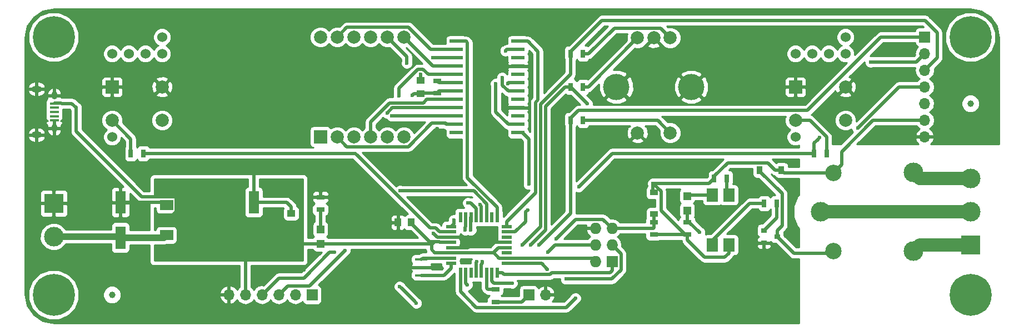
<source format=gbr>
G04 #@! TF.FileFunction,Copper,L1,Top,Signal*
%FSLAX46Y46*%
G04 Gerber Fmt 4.6, Leading zero omitted, Abs format (unit mm)*
G04 Created by KiCad (PCBNEW 4.0.6) date Friday 09 June 2017 00:17:03*
%MOMM*%
%LPD*%
G01*
G04 APERTURE LIST*
%ADD10C,0.100000*%
%ADD11C,2.500000*%
%ADD12C,3.000000*%
%ADD13R,2.032000X2.032000*%
%ADD14C,2.000000*%
%ADD15R,1.000000X1.250000*%
%ADD16R,1.250000X1.000000*%
%ADD17R,1.727200X1.727200*%
%ADD18O,1.727200X1.727200*%
%ADD19R,3.000000X3.000000*%
%ADD20R,0.900000X0.800000*%
%ADD21R,1.300000X0.700000*%
%ADD22R,0.700000X1.300000*%
%ADD23C,1.524000*%
%ADD24R,2.000000X2.000000*%
%ADD25R,2.000000X0.600000*%
%ADD26R,1.200000X1.200000*%
%ADD27R,1.600000X0.550000*%
%ADD28R,0.550000X1.600000*%
%ADD29R,1.780000X2.000000*%
%ADD30R,2.000000X3.800000*%
%ADD31R,2.000000X1.500000*%
%ADD32R,1.700000X1.700000*%
%ADD33O,1.700000X1.700000*%
%ADD34R,1.600000X3.500000*%
%ADD35R,1.200000X0.900000*%
%ADD36R,0.900000X1.200000*%
%ADD37R,1.350000X0.400000*%
%ADD38O,0.950000X1.250000*%
%ADD39O,1.550000X1.000000*%
%ADD40C,4.000000*%
%ADD41C,6.400000*%
%ADD42C,1.000000*%
%ADD43R,1.900000X0.400000*%
%ADD44C,0.600000*%
%ADD45C,0.500000*%
%ADD46C,1.000000*%
%ADD47C,2.000000*%
%ADD48C,0.254000*%
G04 APERTURE END LIST*
D10*
D11*
X193720000Y-114000000D03*
D12*
X205920000Y-114000000D03*
X205970000Y-101950000D03*
D11*
X193720000Y-102000000D03*
D12*
X191770000Y-107950000D03*
D13*
X115570000Y-96520000D03*
D14*
X118110000Y-96520000D03*
X120650000Y-96520000D03*
X123190000Y-96520000D03*
X125730000Y-96520000D03*
X128270000Y-96520000D03*
X123190000Y-81280000D03*
X125730000Y-81280000D03*
X115570000Y-81280000D03*
X118110000Y-81280000D03*
X128270000Y-81280000D03*
X120650000Y-81280000D03*
D15*
X127381000Y-109601000D03*
X129381000Y-109601000D03*
D16*
X130810000Y-87900000D03*
X130810000Y-89900000D03*
D17*
X160020000Y-115570000D03*
D18*
X157480000Y-115570000D03*
X160020000Y-113030000D03*
X157480000Y-113030000D03*
X160020000Y-110490000D03*
X157480000Y-110490000D03*
D19*
X214630000Y-113030000D03*
D12*
X214630000Y-107950000D03*
X214630000Y-102870000D03*
D19*
X74930000Y-106680000D03*
D12*
X74930000Y-111760000D03*
D20*
X183150000Y-110810000D03*
X183150000Y-112710000D03*
X185150000Y-111760000D03*
D21*
X166370000Y-111440000D03*
X166370000Y-109540000D03*
X133350000Y-89850000D03*
X133350000Y-87950000D03*
D22*
X155575000Y-83820000D03*
X153675000Y-83820000D03*
X155570000Y-88900000D03*
X153670000Y-88900000D03*
X88580000Y-99060000D03*
X86680000Y-99060000D03*
D21*
X171450000Y-111440000D03*
X171450000Y-109540000D03*
D22*
X175580000Y-102870000D03*
X177480000Y-102870000D03*
X183200000Y-106680000D03*
X185100000Y-106680000D03*
D23*
X83820000Y-96520000D03*
X83820000Y-83820000D03*
X86360000Y-83820000D03*
X88900000Y-83820000D03*
X91440000Y-83820000D03*
D14*
X91440000Y-88900000D03*
X91440000Y-93980000D03*
X83820000Y-93980000D03*
D24*
X83820000Y-88900000D03*
D23*
X91440000Y-81280000D03*
D25*
X145670000Y-95885000D03*
X145670000Y-94615000D03*
X145670000Y-93345000D03*
X145670000Y-92075000D03*
X145670000Y-90805000D03*
X145670000Y-89535000D03*
X145670000Y-88265000D03*
X145670000Y-86995000D03*
X145670000Y-85725000D03*
X145670000Y-84455000D03*
X145670000Y-83185000D03*
X145670000Y-81915000D03*
X136270000Y-81915000D03*
X136270000Y-83185000D03*
X136270000Y-84455000D03*
X136270000Y-85725000D03*
X136270000Y-86995000D03*
X136270000Y-88265000D03*
X136270000Y-89535000D03*
X136270000Y-90805000D03*
X136270000Y-92075000D03*
X136270000Y-93345000D03*
X136270000Y-94615000D03*
X136270000Y-95885000D03*
D26*
X171450000Y-105580000D03*
X171450000Y-107780000D03*
D27*
X135450000Y-110230000D03*
X135450000Y-111030000D03*
X135450000Y-111830000D03*
X135450000Y-112630000D03*
X135450000Y-113430000D03*
X135450000Y-114230000D03*
X135450000Y-115030000D03*
X135450000Y-115830000D03*
D28*
X136900000Y-117280000D03*
X137700000Y-117280000D03*
X138500000Y-117280000D03*
X139300000Y-117280000D03*
X140100000Y-117280000D03*
X140900000Y-117280000D03*
X141700000Y-117280000D03*
X142500000Y-117280000D03*
D27*
X143950000Y-115830000D03*
X143950000Y-115030000D03*
X143950000Y-114230000D03*
X143950000Y-113430000D03*
X143950000Y-112630000D03*
X143950000Y-111830000D03*
X143950000Y-111030000D03*
X143950000Y-110230000D03*
D28*
X142500000Y-108780000D03*
X141700000Y-108780000D03*
X140900000Y-108780000D03*
X140100000Y-108780000D03*
X139300000Y-108780000D03*
X138500000Y-108780000D03*
X137700000Y-108780000D03*
X136900000Y-108780000D03*
D26*
X115570000Y-112860000D03*
X115570000Y-110660000D03*
D21*
X115570000Y-107630000D03*
X115570000Y-105730000D03*
D29*
X177800000Y-105410000D03*
X175260000Y-113030000D03*
X175260000Y-105410000D03*
X177800000Y-113030000D03*
D30*
X98400000Y-109220000D03*
D31*
X92100000Y-109220000D03*
X92100000Y-111520000D03*
X92100000Y-106920000D03*
D32*
X147320000Y-120650000D03*
D33*
X149860000Y-120650000D03*
D21*
X142240000Y-121724500D03*
X142240000Y-119824500D03*
D22*
X190820000Y-99060000D03*
X192720000Y-99060000D03*
D23*
X187960000Y-96520000D03*
X187960000Y-83820000D03*
X190500000Y-83820000D03*
X193040000Y-83820000D03*
X195580000Y-83820000D03*
D14*
X195580000Y-88900000D03*
X195580000Y-93980000D03*
X187960000Y-93980000D03*
D24*
X187960000Y-88900000D03*
D23*
X195580000Y-81280000D03*
D32*
X114300000Y-120650000D03*
D33*
X111760000Y-120650000D03*
X109220000Y-120650000D03*
X106680000Y-120650000D03*
X104140000Y-120650000D03*
X101600000Y-120650000D03*
D34*
X85090000Y-111920000D03*
X85090000Y-106520000D03*
X105410000Y-111920000D03*
X105410000Y-106520000D03*
D35*
X166370000Y-105030000D03*
X166370000Y-108330000D03*
D36*
X185800000Y-101600000D03*
X182500000Y-101600000D03*
D37*
X75010000Y-91410000D03*
X75010000Y-92060000D03*
X75010000Y-92710000D03*
X75010000Y-93360000D03*
X75010000Y-94010000D03*
D38*
X75010000Y-90210000D03*
X75010000Y-95210000D03*
D39*
X72310000Y-89210000D03*
X72310000Y-96210000D03*
D22*
X153675000Y-93980000D03*
X155575000Y-93980000D03*
D40*
X172070000Y-88900000D03*
D14*
X163870000Y-95900000D03*
X163870000Y-81400000D03*
X166370000Y-81400000D03*
X168870000Y-81400000D03*
X168870000Y-95900000D03*
D40*
X160670000Y-88900000D03*
D32*
X207645000Y-81280000D03*
D33*
X207645000Y-83820000D03*
X207645000Y-86360000D03*
X207645000Y-88900000D03*
X207645000Y-91440000D03*
X207645000Y-93980000D03*
X207645000Y-96520000D03*
D41*
X74930000Y-81280000D03*
X74930000Y-120650000D03*
X214630000Y-120650000D03*
X214630000Y-81280000D03*
D42*
X83820000Y-120650000D03*
X214630000Y-91440000D03*
D16*
X111125000Y-110220000D03*
X111125000Y-108220000D03*
D43*
X130937000Y-116459000D03*
X130937000Y-117659000D03*
X130937000Y-115259000D03*
D44*
X125720512Y-92874603D03*
X126428500Y-93345000D03*
X127508000Y-90233500D03*
X144132601Y-88366215D03*
X143764000Y-83375500D03*
X128730345Y-85255010D03*
X143256000Y-87503000D03*
X142303500Y-88392000D03*
X132715000Y-84455000D03*
X158750000Y-84455000D03*
X158115000Y-80645000D03*
X151765000Y-92710000D03*
X137795000Y-115570000D03*
X132749307Y-111229307D03*
X139700000Y-111760000D03*
X139700000Y-120650000D03*
X203200000Y-83820000D03*
X105410000Y-101600000D03*
X187960000Y-100330000D03*
X187325000Y-104140000D03*
X169545000Y-104775000D03*
X180975000Y-104140000D03*
X119380000Y-94615000D03*
X130175000Y-94615000D03*
X133350000Y-95250000D03*
X132080000Y-97790000D03*
X143510000Y-92075000D03*
X124460000Y-86360000D03*
X130810000Y-86995000D03*
X113030000Y-116840000D03*
X106680000Y-116840000D03*
X106680000Y-116840000D03*
X165100000Y-101600000D03*
X161290000Y-107950000D03*
X133350000Y-107950000D03*
X151464721Y-112093339D03*
X138049000Y-106616500D03*
X150162280Y-116730008D03*
X152983114Y-118237000D03*
X144780000Y-118872000D03*
X150241000Y-114109500D03*
X120865002Y-99060000D03*
X147320000Y-103759000D03*
X147132776Y-107698827D03*
X140258012Y-115570000D03*
X146304000Y-113030000D03*
X156210000Y-91440000D03*
X199390000Y-85090000D03*
X139407999Y-115570000D03*
X147574000Y-113030000D03*
X78359000Y-92075000D03*
X129540000Y-90170000D03*
X96520000Y-110490000D03*
X95250000Y-110490000D03*
X93980000Y-110490000D03*
X93980000Y-107950000D03*
X95250000Y-107950000D03*
X96520000Y-107950000D03*
X93980000Y-109220000D03*
X95250000Y-109220000D03*
X96520000Y-109220000D03*
X166243000Y-103632000D03*
X127635000Y-119379996D03*
X130175000Y-121919998D03*
X135890000Y-109220000D03*
X173355000Y-111125000D03*
X191643000Y-96647000D03*
X197427307Y-95192307D03*
X154432000Y-121158000D03*
X154940000Y-104140000D03*
X137604500Y-110744000D03*
X138493500Y-110744000D03*
X127717314Y-104780927D03*
X119316500Y-113855500D03*
X139890500Y-106870500D03*
X117729000Y-114173000D03*
X137922000Y-119126000D03*
X148844000Y-113030000D03*
D45*
X136270000Y-92075000D02*
X126520115Y-92075000D01*
X126520115Y-92075000D02*
X125720512Y-92874603D01*
X119610001Y-98020001D02*
X118110000Y-96520000D01*
X128990001Y-98020001D02*
X119610001Y-98020001D01*
X132560004Y-94449998D02*
X128990001Y-98020001D01*
X134604998Y-94449998D02*
X132560004Y-94449998D01*
X134770000Y-94615000D02*
X134604998Y-94449998D01*
X136270000Y-94615000D02*
X134770000Y-94615000D01*
X136270000Y-93345000D02*
X126428500Y-93345000D01*
X136270000Y-90805000D02*
X131764998Y-90805000D01*
X131764998Y-90805000D02*
X131245009Y-91324989D01*
X131245009Y-91324989D02*
X126133121Y-91324989D01*
X126133121Y-91324989D02*
X123190000Y-94268110D01*
X123190000Y-94268110D02*
X123190000Y-96520000D01*
X127508000Y-89112996D02*
X127508000Y-90233500D01*
X130425998Y-86194998D02*
X127508000Y-89112996D01*
X131194002Y-86194998D02*
X130425998Y-86194998D01*
X131994004Y-86995000D02*
X131194002Y-86194998D01*
X136270000Y-86995000D02*
X131994004Y-86995000D01*
X144132601Y-88302399D02*
X144132601Y-88366215D01*
X145670000Y-88265000D02*
X144170000Y-88265000D01*
X144170000Y-88265000D02*
X144132601Y-88302399D01*
X145670000Y-83185000D02*
X143954500Y-83185000D01*
X143954500Y-83185000D02*
X143764000Y-83375500D01*
X128730345Y-84280345D02*
X128730345Y-85255010D01*
X125730000Y-81280000D02*
X128730345Y-84280345D01*
X143256000Y-88621000D02*
X143256000Y-87503000D01*
X145670000Y-89535000D02*
X144170000Y-89535000D01*
X144170000Y-89535000D02*
X143256000Y-88621000D01*
X145670000Y-94615000D02*
X144170000Y-94615000D01*
X144170000Y-94615000D02*
X142303500Y-92748500D01*
X142303500Y-92748500D02*
X142303500Y-88392000D01*
X119610001Y-79779999D02*
X118110000Y-81280000D01*
X128990001Y-79779999D02*
X119610001Y-79779999D01*
X132395002Y-83185000D02*
X128990001Y-79779999D01*
X136270000Y-83185000D02*
X132395002Y-83185000D01*
X136270000Y-85725000D02*
X132715000Y-85725000D01*
X132715000Y-85725000D02*
X128270000Y-81280000D01*
X136270000Y-84455000D02*
X132715000Y-84455000D01*
X75010000Y-95210000D02*
X75010000Y-94060001D01*
X133049306Y-111529306D02*
X132749307Y-111229307D01*
X134150000Y-111830000D02*
X134141636Y-111821636D01*
X135450000Y-111830000D02*
X134150000Y-111830000D01*
X133341636Y-111821636D02*
X133049306Y-111529306D01*
X134141636Y-111821636D02*
X133341636Y-111821636D01*
X105410000Y-106520000D02*
X110425000Y-106520000D01*
X110425000Y-106520000D02*
X111125000Y-107220000D01*
X111125000Y-107220000D02*
X111125000Y-108220000D01*
X91700000Y-106520000D02*
X92100000Y-106920000D01*
X85090000Y-106520000D02*
X91700000Y-106520000D01*
X139700000Y-111760000D02*
X138030000Y-113430000D01*
X138030000Y-113430000D02*
X135450000Y-113430000D01*
X139700000Y-111760000D02*
X139630000Y-111830000D01*
X139630000Y-111830000D02*
X135450000Y-111830000D01*
X143950000Y-112630000D02*
X140570000Y-112630000D01*
X140570000Y-112630000D02*
X139700000Y-111760000D01*
X105410000Y-106520000D02*
X105410000Y-101600000D01*
X124460000Y-89535000D02*
X119380000Y-94615000D01*
X124460000Y-86360000D02*
X124460000Y-89535000D01*
X132080000Y-96520000D02*
X133350000Y-95250000D01*
X132080000Y-97790000D02*
X132080000Y-96520000D01*
X145670000Y-92075000D02*
X143510000Y-92075000D01*
X130810000Y-87900000D02*
X130810000Y-86995000D01*
X161290000Y-107950000D02*
X161290000Y-105410000D01*
X161290000Y-105410000D02*
X165100000Y-101600000D01*
D46*
X85090000Y-111920000D02*
X91700000Y-111920000D01*
X91700000Y-111920000D02*
X92100000Y-111520000D01*
X74930000Y-111760000D02*
X84930000Y-111760000D01*
X84930000Y-111760000D02*
X85090000Y-111920000D01*
D45*
X154454058Y-109104002D02*
X151464721Y-112093339D01*
X160020000Y-110490000D02*
X158634002Y-109104002D01*
X158634002Y-109104002D02*
X154454058Y-109104002D01*
X138049000Y-106616500D02*
X138473264Y-106616500D01*
X138473264Y-106616500D02*
X139300000Y-107443236D01*
X139300000Y-107443236D02*
X139300000Y-108780000D01*
X166370000Y-109540000D02*
X166370000Y-108330000D01*
X160020000Y-110490000D02*
X166270000Y-110490000D01*
X166270000Y-110490000D02*
X166370000Y-110390000D01*
X166370000Y-110390000D02*
X166370000Y-109540000D01*
X150546282Y-117530010D02*
X143525010Y-117530010D01*
X160020000Y-116933600D02*
X159673600Y-117280000D01*
X150796292Y-117280000D02*
X150546282Y-117530010D01*
X160020000Y-115570000D02*
X160020000Y-116933600D01*
X143525010Y-117530010D02*
X143275000Y-117280000D01*
X159673600Y-117280000D02*
X150796292Y-117280000D01*
X143275000Y-117280000D02*
X142500000Y-117280000D01*
X143950000Y-115830000D02*
X149262272Y-115830000D01*
X160020000Y-113030000D02*
X161383601Y-114393601D01*
X161383601Y-114393601D02*
X161383601Y-116833601D01*
X161383601Y-116833601D02*
X159980202Y-118237000D01*
X159980202Y-118237000D02*
X152983114Y-118237000D01*
X149262272Y-115830000D02*
X150162280Y-116730008D01*
X144780000Y-118872000D02*
X141992000Y-118872000D01*
X141992000Y-118872000D02*
X141700000Y-118580000D01*
X141700000Y-118580000D02*
X141700000Y-117280000D01*
X157480000Y-113030000D02*
X151320500Y-113030000D01*
X151320500Y-113030000D02*
X150241000Y-114109500D01*
X136270000Y-88265000D02*
X133665000Y-88265000D01*
X133665000Y-88265000D02*
X133350000Y-87950000D01*
X133734004Y-111030000D02*
X133133309Y-110429305D01*
X121165001Y-99359999D02*
X120865002Y-99060000D01*
X132234307Y-110429305D02*
X121165001Y-99359999D01*
X133133309Y-110429305D02*
X132234307Y-110429305D01*
X135450000Y-111030000D02*
X133734004Y-111030000D01*
X88580000Y-99060000D02*
X120865002Y-99060000D01*
X147320000Y-103759000D02*
X147320000Y-96835000D01*
X147320000Y-96835000D02*
X146370000Y-95885000D01*
X146370000Y-95885000D02*
X145670000Y-95885000D01*
X146837498Y-107994105D02*
X147132776Y-107698827D01*
X146837498Y-109442502D02*
X146837498Y-107994105D01*
X143950000Y-111030000D02*
X145250000Y-111030000D01*
X145250000Y-111030000D02*
X146837498Y-109442502D01*
X143950000Y-109455000D02*
X143950000Y-110230000D01*
X148359978Y-105045022D02*
X143950000Y-109455000D01*
X148359978Y-91238672D02*
X148359978Y-105045022D01*
X148717000Y-90881650D02*
X148359978Y-91238672D01*
X148717000Y-83462000D02*
X148717000Y-90881650D01*
X147170000Y-81915000D02*
X148717000Y-83462000D01*
X145670000Y-81915000D02*
X147170000Y-81915000D01*
X142500000Y-107276325D02*
X142500000Y-108780000D01*
X137985500Y-102761825D02*
X142500000Y-107276325D01*
X137770000Y-81915000D02*
X137985500Y-82130500D01*
X136270000Y-81915000D02*
X137770000Y-81915000D01*
X137985500Y-82130500D02*
X137985500Y-102761825D01*
X207705002Y-78740000D02*
X158455000Y-78740000D01*
X158455000Y-78740000D02*
X153675000Y-83520000D01*
X153675000Y-83520000D02*
X153675000Y-83820000D01*
X209550000Y-80584998D02*
X207705002Y-78740000D01*
X209550000Y-84455000D02*
X209550000Y-80584998D01*
X207645000Y-86360000D02*
X209550000Y-84455000D01*
X149109989Y-110224011D02*
X146304000Y-113030000D01*
X149109989Y-91549336D02*
X149109989Y-110224011D01*
X153675000Y-86984325D02*
X149109989Y-91549336D01*
X153675000Y-83820000D02*
X153675000Y-86984325D01*
X140258012Y-115821988D02*
X140258012Y-115570000D01*
X140100000Y-115980000D02*
X140258012Y-115821988D01*
X140100000Y-117280000D02*
X140100000Y-115980000D01*
X156210000Y-91440000D02*
X153670000Y-88900000D01*
X207645000Y-83820000D02*
X206382999Y-85082001D01*
X206382999Y-85082001D02*
X199397999Y-85082001D01*
X199397999Y-85082001D02*
X199390000Y-85090000D01*
X153670000Y-88900000D02*
X152820000Y-88900000D01*
X139407999Y-115570000D02*
X139300000Y-115677999D01*
X139300000Y-115677999D02*
X139300000Y-117280000D01*
X149860000Y-91860000D02*
X149860000Y-110744000D01*
X149860000Y-110744000D02*
X147574000Y-113030000D01*
X152820000Y-88900000D02*
X149860000Y-91860000D01*
X153670000Y-88900000D02*
X153670000Y-89200000D01*
X194969999Y-98781001D02*
X199771000Y-93980000D01*
X199771000Y-93980000D02*
X207645000Y-93980000D01*
X193720000Y-102000000D02*
X194969999Y-100750001D01*
X194969999Y-100750001D02*
X194969999Y-98781001D01*
X133741378Y-112629988D02*
X134149988Y-112629988D01*
X132915033Y-112571647D02*
X133683037Y-112571647D01*
X133683037Y-112571647D02*
X133741378Y-112629988D01*
X132626680Y-112860000D02*
X132915033Y-112571647D01*
X115570000Y-112860000D02*
X132626680Y-112860000D01*
X134149988Y-112629988D02*
X134150000Y-112630000D01*
X129381000Y-109726000D02*
X132226647Y-112571647D01*
X132226647Y-112571647D02*
X133683037Y-112571647D01*
X129381000Y-109601000D02*
X129381000Y-109726000D01*
X132499034Y-112844034D02*
X132050000Y-112395000D01*
X135450000Y-114230000D02*
X132973384Y-114230000D01*
X132973384Y-114230000D02*
X132499034Y-113755650D01*
X132499034Y-113755650D02*
X132499034Y-112844034D01*
X105410000Y-111920000D02*
X110425000Y-111920000D01*
X110425000Y-111920000D02*
X111125000Y-111220000D01*
X111125000Y-111220000D02*
X111125000Y-110220000D01*
X78359000Y-95713325D02*
X78359000Y-92499264D01*
X88315674Y-105669999D02*
X78359000Y-95713325D01*
X93600001Y-105769999D02*
X93500001Y-105669999D01*
X93600001Y-107969999D02*
X93600001Y-105769999D01*
X93500001Y-105669999D02*
X88315674Y-105669999D01*
X92350000Y-109220000D02*
X93600001Y-107969999D01*
X78359000Y-92499264D02*
X78359000Y-92075000D01*
X92100000Y-109220000D02*
X92350000Y-109220000D01*
X166370000Y-111440000D02*
X167520000Y-111440000D01*
X167520000Y-111440000D02*
X171450000Y-111440000D01*
X135450000Y-114230000D02*
X141974998Y-114230000D01*
X130810000Y-89900000D02*
X129810000Y-89900000D01*
X129810000Y-89900000D02*
X129540000Y-90170000D01*
X133350000Y-89850000D02*
X130860000Y-89850000D01*
X130860000Y-89850000D02*
X130810000Y-89900000D01*
X136270000Y-89535000D02*
X133665000Y-89535000D01*
X133665000Y-89535000D02*
X133350000Y-89850000D01*
X96520000Y-110490000D02*
X96520000Y-109220000D01*
X93980000Y-110490000D02*
X95250000Y-110490000D01*
X95250000Y-107950000D02*
X93980000Y-107950000D01*
X96520000Y-109220000D02*
X96520000Y-107950000D01*
X95250000Y-109220000D02*
X96520000Y-109220000D01*
X95250000Y-109220000D02*
X93980000Y-109220000D01*
X92100000Y-109220000D02*
X93980000Y-109220000D01*
X96520000Y-109220000D02*
X98400000Y-109220000D01*
X193720000Y-102000000D02*
X186200000Y-102000000D01*
X186200000Y-102000000D02*
X185800000Y-101600000D01*
X171450000Y-111440000D02*
X171450000Y-112290000D01*
X171450000Y-112290000D02*
X174095000Y-114935000D01*
X174095000Y-114935000D02*
X177165000Y-114934998D01*
X177165000Y-114934998D02*
X177800000Y-114299998D01*
X177800000Y-114299998D02*
X177800000Y-113030000D01*
X166243000Y-103632000D02*
X167470001Y-104859001D01*
X167470001Y-104859001D02*
X167470001Y-107760001D01*
X167470001Y-107760001D02*
X171150000Y-111440000D01*
X171150000Y-111440000D02*
X171450000Y-111440000D01*
X175580000Y-102870000D02*
X175580000Y-102570000D01*
X175580000Y-102570000D02*
X177650001Y-100499999D01*
X177650001Y-100499999D02*
X183749999Y-100499999D01*
X183749999Y-100499999D02*
X184850000Y-101600000D01*
X184850000Y-101600000D02*
X185800000Y-101600000D01*
X166243000Y-103632000D02*
X174818000Y-103632000D01*
X174818000Y-103632000D02*
X175580000Y-102870000D01*
X166243000Y-103632000D02*
X166243000Y-104903000D01*
X166243000Y-104903000D02*
X166370000Y-105030000D01*
X143950000Y-115030000D02*
X156940000Y-115030000D01*
X156940000Y-115030000D02*
X157480000Y-115570000D01*
X134150000Y-112630000D02*
X135450000Y-112630000D01*
X104140000Y-120650000D02*
X104140000Y-113190000D01*
X104140000Y-113190000D02*
X105410000Y-111920000D01*
X141974998Y-114230000D02*
X141974998Y-114105002D01*
X141974998Y-114105002D02*
X142650000Y-113430000D01*
X142650000Y-113430000D02*
X143950000Y-113430000D01*
X141974998Y-114230000D02*
X142774998Y-115030000D01*
X142774998Y-115030000D02*
X143950000Y-115030000D01*
X76135002Y-91410000D02*
X76085001Y-91359999D01*
X76085001Y-91359999D02*
X75010000Y-91359999D01*
X78359000Y-92075000D02*
X77694000Y-91410000D01*
X77694000Y-91410000D02*
X76135002Y-91410000D01*
X105410000Y-111920000D02*
X100200000Y-111920000D01*
X100200000Y-111920000D02*
X98400000Y-110120000D01*
X98400000Y-110120000D02*
X98400000Y-109220000D01*
X115570000Y-112860000D02*
X106350000Y-112860000D01*
X106350000Y-112860000D02*
X105410000Y-111920000D01*
X127934999Y-119679995D02*
X127635000Y-119379996D01*
X129875001Y-121619997D02*
X127934999Y-119679995D01*
X130175000Y-121919998D02*
X129875001Y-121619997D01*
X135890000Y-109220000D02*
X135890000Y-109790000D01*
X135890000Y-109790000D02*
X135450000Y-110230000D01*
X171450000Y-109540000D02*
X171770000Y-109540000D01*
X171770000Y-109540000D02*
X173355000Y-111125000D01*
X171450000Y-107780000D02*
X171450000Y-109540000D01*
X185100000Y-106680000D02*
X185100000Y-108860000D01*
X185100000Y-108860000D02*
X183150000Y-110810000D01*
X156425000Y-83820000D02*
X155575000Y-83820000D01*
X160345001Y-79899999D02*
X156425000Y-83820000D01*
X168870000Y-81400000D02*
X167369999Y-79899999D01*
X167369999Y-79899999D02*
X160345001Y-79899999D01*
X83820000Y-93980000D02*
X86680000Y-96840000D01*
X86680000Y-96840000D02*
X86680000Y-99060000D01*
X185150000Y-111760000D02*
X187690000Y-114300000D01*
X187690000Y-114300000D02*
X193420000Y-114300000D01*
X193420000Y-114300000D02*
X193720000Y-114000000D01*
X185150000Y-111760000D02*
X185150000Y-110860000D01*
X185150000Y-110860000D02*
X185950001Y-110059999D01*
X185950001Y-110059999D02*
X185950001Y-105200001D01*
X185950001Y-105200001D02*
X182500000Y-101750000D01*
X182500000Y-101750000D02*
X182500000Y-101600000D01*
X142240000Y-121724500D02*
X146245500Y-121724500D01*
X146245500Y-121724500D02*
X147320000Y-120650000D01*
X175260000Y-105410000D02*
X171620000Y-105410000D01*
X171620000Y-105410000D02*
X171450000Y-105580000D01*
X115570000Y-107630000D02*
X115570000Y-110660000D01*
X191343001Y-96946999D02*
X191643000Y-96647000D01*
X190820000Y-99060000D02*
X190820000Y-97470000D01*
X190820000Y-97470000D02*
X191343001Y-96946999D01*
X197727306Y-94892308D02*
X197427307Y-95192307D01*
X207645000Y-88900000D02*
X203719614Y-88900000D01*
X203719614Y-88900000D02*
X197727306Y-94892308D01*
X190820000Y-99060000D02*
X190820000Y-99360000D01*
X139338501Y-122574501D02*
X136900000Y-120136000D01*
X136900000Y-120136000D02*
X136900000Y-117280000D01*
X154432000Y-121158000D02*
X153015499Y-122574501D01*
X153015499Y-122574501D02*
X139338501Y-122574501D01*
X190820000Y-99060000D02*
X160020000Y-99060000D01*
X160020000Y-99060000D02*
X154940000Y-104140000D01*
X137604500Y-110744000D02*
X137604500Y-110319736D01*
X137604500Y-110319736D02*
X137700000Y-110224236D01*
X137700000Y-110224236D02*
X137700000Y-108780000D01*
X138493500Y-110744000D02*
X138493500Y-108786500D01*
X138493500Y-108786500D02*
X138500000Y-108780000D01*
X140900000Y-106737000D02*
X138943927Y-104780927D01*
X138943927Y-104780927D02*
X127717314Y-104780927D01*
X140900000Y-108780000D02*
X140900000Y-106737000D01*
X109220000Y-120650000D02*
X110570001Y-119299999D01*
X110570001Y-119299999D02*
X113872001Y-119299999D01*
X113872001Y-119299999D02*
X119316500Y-113855500D01*
X113030000Y-118110000D02*
X109220000Y-118110000D01*
X109220000Y-118110000D02*
X106680000Y-120650000D01*
X116967000Y-114173000D02*
X113030000Y-118110000D01*
X117729000Y-114173000D02*
X116967000Y-114173000D01*
X139890500Y-106870500D02*
X140100000Y-107080000D01*
X140100000Y-107080000D02*
X140100000Y-108780000D01*
D47*
X214630000Y-113030000D02*
X206890000Y-113030000D01*
X206890000Y-113030000D02*
X205920000Y-114000000D01*
X191770000Y-107950000D02*
X214630000Y-107950000D01*
X214630000Y-102870000D02*
X206890000Y-102870000D01*
X206890000Y-102870000D02*
X205970000Y-101950000D01*
D45*
X142240000Y-119824500D02*
X141090000Y-119824500D01*
X141090000Y-119824500D02*
X140900000Y-119634500D01*
X140900000Y-119634500D02*
X140900000Y-118580000D01*
X140900000Y-118580000D02*
X140900000Y-117280000D01*
X168870000Y-95900000D02*
X166950000Y-93980000D01*
X166950000Y-93980000D02*
X155575000Y-93980000D01*
X207645000Y-81280000D02*
X200979998Y-81280000D01*
X200979998Y-81280000D02*
X189779999Y-92479999D01*
X189779999Y-92479999D02*
X154875001Y-92479999D01*
X154875001Y-92479999D02*
X153675000Y-93680000D01*
X153675000Y-93680000D02*
X153675000Y-93980000D01*
X137922000Y-119126000D02*
X137700000Y-118904000D01*
X137700000Y-118904000D02*
X137700000Y-117280000D01*
X153675000Y-93980000D02*
X153675000Y-108199000D01*
X153675000Y-108199000D02*
X148844000Y-113030000D01*
X192720000Y-99060000D02*
X192720000Y-96539998D01*
X190160002Y-93980000D02*
X189374213Y-93980000D01*
X192720000Y-96539998D02*
X190160002Y-93980000D01*
X189374213Y-93980000D02*
X187960000Y-93980000D01*
X163870000Y-81400000D02*
X156370000Y-88900000D01*
X156370000Y-88900000D02*
X155570000Y-88900000D01*
X177480000Y-102870000D02*
X177480000Y-105090000D01*
X177480000Y-105090000D02*
X177800000Y-105410000D01*
X175260000Y-113030000D02*
X175260000Y-112395000D01*
X175260000Y-112395000D02*
X180975000Y-106680000D01*
X180975000Y-106680000D02*
X183200000Y-106680000D01*
X130937000Y-115259000D02*
X131166000Y-115030000D01*
X131166000Y-115030000D02*
X135450000Y-115030000D01*
X130937000Y-117659000D02*
X134396000Y-117659000D01*
X134396000Y-117659000D02*
X135450000Y-116605000D01*
X135450000Y-116605000D02*
X135450000Y-115830000D01*
D48*
G36*
X104525000Y-104138554D02*
X104374683Y-104166838D01*
X104158559Y-104305910D01*
X104013569Y-104518110D01*
X103962560Y-104770000D01*
X103962560Y-108270000D01*
X104006838Y-108505317D01*
X104145910Y-108721441D01*
X104358110Y-108866431D01*
X104610000Y-108917440D01*
X106210000Y-108917440D01*
X106445317Y-108873162D01*
X106661441Y-108734090D01*
X106806431Y-108521890D01*
X106857440Y-108270000D01*
X106857440Y-107405000D01*
X109946690Y-107405000D01*
X109903569Y-107468110D01*
X109852560Y-107720000D01*
X109852560Y-108720000D01*
X109896838Y-108955317D01*
X110035910Y-109171441D01*
X110248110Y-109316431D01*
X110500000Y-109367440D01*
X111750000Y-109367440D01*
X111985317Y-109323162D01*
X112201441Y-109184090D01*
X112346431Y-108971890D01*
X112397440Y-108720000D01*
X112397440Y-107720000D01*
X112353162Y-107484683D01*
X112214090Y-107268559D01*
X112001890Y-107123569D01*
X111990354Y-107121233D01*
X111942633Y-106881325D01*
X111750790Y-106594210D01*
X111750787Y-106594208D01*
X111050790Y-105894210D01*
X110918890Y-105806078D01*
X110763675Y-105702367D01*
X110707484Y-105691190D01*
X110425000Y-105634999D01*
X110424995Y-105635000D01*
X106857440Y-105635000D01*
X106857440Y-104770000D01*
X106813162Y-104534683D01*
X106674090Y-104318559D01*
X106461890Y-104173569D01*
X106295000Y-104139773D01*
X106295000Y-102997000D01*
X112903000Y-102997000D01*
X112903000Y-115443000D01*
X90297000Y-115443000D01*
X90297000Y-113055000D01*
X91700000Y-113055000D01*
X92134346Y-112968603D01*
X92210917Y-112917440D01*
X93100000Y-112917440D01*
X93335317Y-112873162D01*
X93551441Y-112734090D01*
X93696431Y-112521890D01*
X93747440Y-112270000D01*
X93747440Y-110770000D01*
X93703162Y-110534683D01*
X93564090Y-110318559D01*
X93351890Y-110173569D01*
X93100000Y-110122560D01*
X91100000Y-110122560D01*
X90864683Y-110166838D01*
X90648559Y-110305910D01*
X90503569Y-110518110D01*
X90452560Y-110770000D01*
X90452560Y-110785000D01*
X90297000Y-110785000D01*
X90297000Y-107405000D01*
X90452560Y-107405000D01*
X90452560Y-107670000D01*
X90496838Y-107905317D01*
X90635910Y-108121441D01*
X90848110Y-108266431D01*
X91100000Y-108317440D01*
X93100000Y-108317440D01*
X93335317Y-108273162D01*
X93551441Y-108134090D01*
X93696431Y-107921890D01*
X93747440Y-107670000D01*
X93747440Y-106170000D01*
X93703162Y-105934683D01*
X93564090Y-105718559D01*
X93351890Y-105573569D01*
X93100000Y-105522560D01*
X91100000Y-105522560D01*
X90864683Y-105566838D01*
X90758756Y-105635000D01*
X90297000Y-105635000D01*
X90297000Y-102997000D01*
X104525000Y-102997000D01*
X104525000Y-104138554D01*
X104525000Y-104138554D01*
G37*
X104525000Y-104138554D02*
X104374683Y-104166838D01*
X104158559Y-104305910D01*
X104013569Y-104518110D01*
X103962560Y-104770000D01*
X103962560Y-108270000D01*
X104006838Y-108505317D01*
X104145910Y-108721441D01*
X104358110Y-108866431D01*
X104610000Y-108917440D01*
X106210000Y-108917440D01*
X106445317Y-108873162D01*
X106661441Y-108734090D01*
X106806431Y-108521890D01*
X106857440Y-108270000D01*
X106857440Y-107405000D01*
X109946690Y-107405000D01*
X109903569Y-107468110D01*
X109852560Y-107720000D01*
X109852560Y-108720000D01*
X109896838Y-108955317D01*
X110035910Y-109171441D01*
X110248110Y-109316431D01*
X110500000Y-109367440D01*
X111750000Y-109367440D01*
X111985317Y-109323162D01*
X112201441Y-109184090D01*
X112346431Y-108971890D01*
X112397440Y-108720000D01*
X112397440Y-107720000D01*
X112353162Y-107484683D01*
X112214090Y-107268559D01*
X112001890Y-107123569D01*
X111990354Y-107121233D01*
X111942633Y-106881325D01*
X111750790Y-106594210D01*
X111750787Y-106594208D01*
X111050790Y-105894210D01*
X110918890Y-105806078D01*
X110763675Y-105702367D01*
X110707484Y-105691190D01*
X110425000Y-105634999D01*
X110424995Y-105635000D01*
X106857440Y-105635000D01*
X106857440Y-104770000D01*
X106813162Y-104534683D01*
X106674090Y-104318559D01*
X106461890Y-104173569D01*
X106295000Y-104139773D01*
X106295000Y-102997000D01*
X112903000Y-102997000D01*
X112903000Y-115443000D01*
X90297000Y-115443000D01*
X90297000Y-113055000D01*
X91700000Y-113055000D01*
X92134346Y-112968603D01*
X92210917Y-112917440D01*
X93100000Y-112917440D01*
X93335317Y-112873162D01*
X93551441Y-112734090D01*
X93696431Y-112521890D01*
X93747440Y-112270000D01*
X93747440Y-110770000D01*
X93703162Y-110534683D01*
X93564090Y-110318559D01*
X93351890Y-110173569D01*
X93100000Y-110122560D01*
X91100000Y-110122560D01*
X90864683Y-110166838D01*
X90648559Y-110305910D01*
X90503569Y-110518110D01*
X90452560Y-110770000D01*
X90452560Y-110785000D01*
X90297000Y-110785000D01*
X90297000Y-107405000D01*
X90452560Y-107405000D01*
X90452560Y-107670000D01*
X90496838Y-107905317D01*
X90635910Y-108121441D01*
X90848110Y-108266431D01*
X91100000Y-108317440D01*
X93100000Y-108317440D01*
X93335317Y-108273162D01*
X93551441Y-108134090D01*
X93696431Y-107921890D01*
X93747440Y-107670000D01*
X93747440Y-106170000D01*
X93703162Y-105934683D01*
X93564090Y-105718559D01*
X93351890Y-105573569D01*
X93100000Y-105522560D01*
X91100000Y-105522560D01*
X90864683Y-105566838D01*
X90758756Y-105635000D01*
X90297000Y-105635000D01*
X90297000Y-102997000D01*
X104525000Y-102997000D01*
X104525000Y-104138554D01*
G36*
X216287249Y-77279047D02*
X217692197Y-78217804D01*
X218630953Y-79622751D01*
X218975000Y-81352391D01*
X218975000Y-97663000D01*
X208573914Y-97663000D01*
X208916645Y-97286924D01*
X209086476Y-96876890D01*
X208965155Y-96647000D01*
X207772000Y-96647000D01*
X207772000Y-96667000D01*
X207518000Y-96667000D01*
X207518000Y-96647000D01*
X206324845Y-96647000D01*
X206203524Y-96876890D01*
X206373355Y-97286924D01*
X206716086Y-97663000D01*
X197339580Y-97663000D01*
X200137579Y-94865000D01*
X206455568Y-94865000D01*
X206565853Y-95030054D01*
X206906553Y-95257702D01*
X206763642Y-95324817D01*
X206373355Y-95753076D01*
X206203524Y-96163110D01*
X206324845Y-96393000D01*
X207518000Y-96393000D01*
X207518000Y-96373000D01*
X207772000Y-96373000D01*
X207772000Y-96393000D01*
X208965155Y-96393000D01*
X209086476Y-96163110D01*
X208916645Y-95753076D01*
X208526358Y-95324817D01*
X208383447Y-95257702D01*
X208724147Y-95030054D01*
X209046054Y-94548285D01*
X209159093Y-93980000D01*
X209046054Y-93411715D01*
X208724147Y-92929946D01*
X208394974Y-92710000D01*
X208724147Y-92490054D01*
X209046054Y-92008285D01*
X209104061Y-91716661D01*
X213232758Y-91716661D01*
X213444990Y-92230303D01*
X213837630Y-92623629D01*
X214350900Y-92836757D01*
X214906661Y-92837242D01*
X215420303Y-92625010D01*
X215813629Y-92232370D01*
X216026757Y-91719100D01*
X216027242Y-91163339D01*
X215815010Y-90649697D01*
X215422370Y-90256371D01*
X214909100Y-90043243D01*
X214353339Y-90042758D01*
X213839697Y-90254990D01*
X213446371Y-90647630D01*
X213233243Y-91160900D01*
X213232758Y-91716661D01*
X209104061Y-91716661D01*
X209159093Y-91440000D01*
X209046054Y-90871715D01*
X208724147Y-90389946D01*
X208394974Y-90170000D01*
X208724147Y-89950054D01*
X209046054Y-89468285D01*
X209159093Y-88900000D01*
X209046054Y-88331715D01*
X208724147Y-87849946D01*
X208394974Y-87630000D01*
X208724147Y-87410054D01*
X209046054Y-86928285D01*
X209159093Y-86360000D01*
X209115539Y-86141040D01*
X210175787Y-85080792D01*
X210175790Y-85080790D01*
X210367633Y-84793675D01*
X210385209Y-84705317D01*
X210435001Y-84455000D01*
X210435000Y-84454995D01*
X210435000Y-82039482D01*
X210794336Y-82039482D01*
X211376950Y-83449515D01*
X212454811Y-84529259D01*
X213863825Y-85114333D01*
X215389482Y-85115664D01*
X216799515Y-84533050D01*
X217879259Y-83455189D01*
X218464333Y-82046175D01*
X218465664Y-80520518D01*
X217883050Y-79110485D01*
X216805189Y-78030741D01*
X215396175Y-77445667D01*
X213870518Y-77444336D01*
X212460485Y-78026950D01*
X211380741Y-79104811D01*
X210795667Y-80513825D01*
X210794336Y-82039482D01*
X210435000Y-82039482D01*
X210435000Y-80585003D01*
X210435001Y-80584998D01*
X210367633Y-80246323D01*
X210282340Y-80118673D01*
X210175790Y-79959208D01*
X210175787Y-79959206D01*
X208330792Y-78114210D01*
X208200197Y-78026950D01*
X208043677Y-77922367D01*
X207987486Y-77911190D01*
X207705002Y-77854999D01*
X207704997Y-77855000D01*
X158455005Y-77855000D01*
X158455000Y-77854999D01*
X158172516Y-77911190D01*
X158116325Y-77922367D01*
X157829210Y-78114210D01*
X157829208Y-78114213D01*
X153420860Y-82522560D01*
X153325000Y-82522560D01*
X153089683Y-82566838D01*
X152873559Y-82705910D01*
X152728569Y-82918110D01*
X152677560Y-83170000D01*
X152677560Y-84470000D01*
X152721838Y-84705317D01*
X152790000Y-84811244D01*
X152790000Y-86617746D01*
X149602000Y-89805745D01*
X149602000Y-83462000D01*
X149534633Y-83123325D01*
X149342790Y-82836210D01*
X149342787Y-82836208D01*
X147795790Y-81289210D01*
X147678421Y-81210787D01*
X147508675Y-81097367D01*
X147452484Y-81086190D01*
X147170000Y-81029999D01*
X147169995Y-81030000D01*
X146938620Y-81030000D01*
X146921890Y-81018569D01*
X146670000Y-80967560D01*
X144670000Y-80967560D01*
X144434683Y-81011838D01*
X144218559Y-81150910D01*
X144073569Y-81363110D01*
X144022560Y-81615000D01*
X144022560Y-82215000D01*
X144038554Y-82300000D01*
X143954505Y-82300000D01*
X143954500Y-82299999D01*
X143672016Y-82356190D01*
X143615825Y-82367367D01*
X143389590Y-82518531D01*
X143235057Y-82582383D01*
X142971808Y-82845173D01*
X142829162Y-83188701D01*
X142828838Y-83560667D01*
X142970883Y-83904443D01*
X143233673Y-84167692D01*
X143577201Y-84310338D01*
X143949167Y-84310662D01*
X144022560Y-84280337D01*
X144022560Y-84755000D01*
X144066838Y-84990317D01*
X144125178Y-85080980D01*
X144035000Y-85298690D01*
X144035000Y-85439250D01*
X144193750Y-85598000D01*
X145543000Y-85598000D01*
X145543000Y-85578000D01*
X145797000Y-85578000D01*
X145797000Y-85598000D01*
X147146250Y-85598000D01*
X147305000Y-85439250D01*
X147305000Y-85298690D01*
X147215194Y-85081878D01*
X147266431Y-85006890D01*
X147317440Y-84755000D01*
X147317440Y-84155000D01*
X147273162Y-83919683D01*
X147209322Y-83820472D01*
X147266431Y-83736890D01*
X147317440Y-83485000D01*
X147317440Y-83314020D01*
X147832000Y-83828579D01*
X147832000Y-90515070D01*
X147734188Y-90612882D01*
X147542345Y-90899997D01*
X147537661Y-90923546D01*
X147474977Y-91238672D01*
X147474978Y-91238677D01*
X147474978Y-95738399D01*
X147316481Y-95579901D01*
X147273162Y-95349683D01*
X147209322Y-95250472D01*
X147266431Y-95166890D01*
X147317440Y-94915000D01*
X147317440Y-94315000D01*
X147273162Y-94079683D01*
X147209322Y-93980472D01*
X147266431Y-93896890D01*
X147317440Y-93645000D01*
X147317440Y-93045000D01*
X147273162Y-92809683D01*
X147214822Y-92719020D01*
X147305000Y-92501310D01*
X147305000Y-92360750D01*
X147146250Y-92202000D01*
X145797000Y-92202000D01*
X145797000Y-92222000D01*
X145543000Y-92222000D01*
X145543000Y-92202000D01*
X144193750Y-92202000D01*
X144035000Y-92360750D01*
X144035000Y-92501310D01*
X144124806Y-92718122D01*
X144073569Y-92793110D01*
X144022560Y-93045000D01*
X144022560Y-93215981D01*
X143188500Y-92381920D01*
X143188500Y-89805079D01*
X143544208Y-90160787D01*
X143544210Y-90160790D01*
X143819901Y-90345000D01*
X143831325Y-90352633D01*
X144044815Y-90395100D01*
X144022560Y-90505000D01*
X144022560Y-91105000D01*
X144066838Y-91340317D01*
X144125178Y-91430980D01*
X144035000Y-91648690D01*
X144035000Y-91789250D01*
X144193750Y-91948000D01*
X145543000Y-91948000D01*
X145543000Y-91928000D01*
X145797000Y-91928000D01*
X145797000Y-91948000D01*
X147146250Y-91948000D01*
X147305000Y-91789250D01*
X147305000Y-91648690D01*
X147215194Y-91431878D01*
X147266431Y-91356890D01*
X147317440Y-91105000D01*
X147317440Y-90505000D01*
X147273162Y-90269683D01*
X147209322Y-90170472D01*
X147266431Y-90086890D01*
X147317440Y-89835000D01*
X147317440Y-89235000D01*
X147273162Y-88999683D01*
X147209322Y-88900472D01*
X147266431Y-88816890D01*
X147317440Y-88565000D01*
X147317440Y-87965000D01*
X147273162Y-87729683D01*
X147209322Y-87630472D01*
X147266431Y-87546890D01*
X147317440Y-87295000D01*
X147317440Y-86695000D01*
X147273162Y-86459683D01*
X147214822Y-86369020D01*
X147305000Y-86151310D01*
X147305000Y-86010750D01*
X147146250Y-85852000D01*
X145797000Y-85852000D01*
X145797000Y-85872000D01*
X145543000Y-85872000D01*
X145543000Y-85852000D01*
X144193750Y-85852000D01*
X144035000Y-86010750D01*
X144035000Y-86151310D01*
X144124806Y-86368122D01*
X144073569Y-86443110D01*
X144022560Y-86695000D01*
X144022560Y-86947454D01*
X143786327Y-86710808D01*
X143442799Y-86568162D01*
X143070833Y-86567838D01*
X142727057Y-86709883D01*
X142463808Y-86972673D01*
X142321162Y-87316201D01*
X142321039Y-87457015D01*
X142118333Y-87456838D01*
X141774557Y-87598883D01*
X141511308Y-87861673D01*
X141368662Y-88205201D01*
X141368338Y-88577167D01*
X141418500Y-88698569D01*
X141418500Y-92748495D01*
X141418499Y-92748500D01*
X141451286Y-92913327D01*
X141485867Y-93087175D01*
X141648117Y-93330000D01*
X141677710Y-93374290D01*
X143544208Y-95240787D01*
X143544210Y-95240790D01*
X143707181Y-95349683D01*
X143831326Y-95432634D01*
X144044815Y-95475100D01*
X144022560Y-95585000D01*
X144022560Y-96185000D01*
X144066838Y-96420317D01*
X144205910Y-96636441D01*
X144418110Y-96781431D01*
X144670000Y-96832440D01*
X146065860Y-96832440D01*
X146435000Y-97201579D01*
X146435000Y-103452178D01*
X146385162Y-103572201D01*
X146384838Y-103944167D01*
X146526883Y-104287943D01*
X146789673Y-104551192D01*
X147133201Y-104693838D01*
X147459299Y-104694122D01*
X143422440Y-108730980D01*
X143422440Y-107980000D01*
X143385000Y-107781024D01*
X143385000Y-107276330D01*
X143385001Y-107276325D01*
X143317633Y-106937650D01*
X143311259Y-106928110D01*
X143125790Y-106650535D01*
X143125787Y-106650533D01*
X138870500Y-102395245D01*
X138870500Y-82130505D01*
X138870501Y-82130500D01*
X138803133Y-81791826D01*
X138803133Y-81791825D01*
X138611290Y-81504710D01*
X138611287Y-81504708D01*
X138395790Y-81289210D01*
X138278421Y-81210787D01*
X138108675Y-81097367D01*
X138052484Y-81086190D01*
X137770000Y-81029999D01*
X137769995Y-81030000D01*
X137538620Y-81030000D01*
X137521890Y-81018569D01*
X137270000Y-80967560D01*
X135270000Y-80967560D01*
X135034683Y-81011838D01*
X134818559Y-81150910D01*
X134673569Y-81363110D01*
X134622560Y-81615000D01*
X134622560Y-82215000D01*
X134638554Y-82300000D01*
X132761581Y-82300000D01*
X129615791Y-79154209D01*
X129541861Y-79104811D01*
X129328676Y-78962366D01*
X129272485Y-78951189D01*
X128990001Y-78894998D01*
X128989996Y-78894999D01*
X119610006Y-78894999D01*
X119610001Y-78894998D01*
X119327517Y-78951189D01*
X119271326Y-78962366D01*
X118984211Y-79154209D01*
X118984209Y-79154212D01*
X118476563Y-79661858D01*
X118436648Y-79645284D01*
X117786205Y-79644716D01*
X117185057Y-79893106D01*
X116839801Y-80237759D01*
X116497363Y-79894722D01*
X115896648Y-79645284D01*
X115246205Y-79644716D01*
X114645057Y-79893106D01*
X114184722Y-80352637D01*
X113935284Y-80953352D01*
X113934716Y-81603795D01*
X114183106Y-82204943D01*
X114642637Y-82665278D01*
X115243352Y-82914716D01*
X115893795Y-82915284D01*
X116494943Y-82666894D01*
X116840199Y-82322241D01*
X117182637Y-82665278D01*
X117783352Y-82914716D01*
X118433795Y-82915284D01*
X119034943Y-82666894D01*
X119380199Y-82322241D01*
X119722637Y-82665278D01*
X120323352Y-82914716D01*
X120973795Y-82915284D01*
X121574943Y-82666894D01*
X121920199Y-82322241D01*
X122262637Y-82665278D01*
X122863352Y-82914716D01*
X123513795Y-82915284D01*
X124114943Y-82666894D01*
X124460199Y-82322241D01*
X124802637Y-82665278D01*
X125403352Y-82914716D01*
X126053795Y-82915284D01*
X126096188Y-82897768D01*
X127845345Y-84646924D01*
X127845345Y-84948188D01*
X127795507Y-85068211D01*
X127795183Y-85440177D01*
X127937228Y-85783953D01*
X128200018Y-86047202D01*
X128543546Y-86189848D01*
X128915512Y-86190172D01*
X129259288Y-86048127D01*
X129522537Y-85785337D01*
X129665183Y-85441809D01*
X129665507Y-85069843D01*
X129615345Y-84948441D01*
X129615345Y-84280350D01*
X129615346Y-84280345D01*
X129547979Y-83941671D01*
X129460527Y-83810790D01*
X129356135Y-83654555D01*
X129356132Y-83654553D01*
X128610118Y-82908539D01*
X128636188Y-82897768D01*
X131048419Y-85309998D01*
X130425998Y-85309998D01*
X130087323Y-85377365D01*
X129800208Y-85569208D01*
X129800206Y-85569211D01*
X126882210Y-88487206D01*
X126690367Y-88774321D01*
X126679190Y-88830512D01*
X126622999Y-89112996D01*
X126623000Y-89113001D01*
X126623000Y-89926678D01*
X126573162Y-90046701D01*
X126572838Y-90418667D01*
X126581648Y-90439989D01*
X126133126Y-90439989D01*
X126133121Y-90439988D01*
X125850637Y-90496179D01*
X125794446Y-90507356D01*
X125507331Y-90699199D01*
X125507329Y-90699202D01*
X122564210Y-93642320D01*
X122372367Y-93929435D01*
X122372367Y-93929436D01*
X122304999Y-94268110D01*
X122305000Y-94268115D01*
X122305000Y-95116602D01*
X122265057Y-95133106D01*
X121919801Y-95477759D01*
X121577363Y-95134722D01*
X120976648Y-94885284D01*
X120326205Y-94884716D01*
X119725057Y-95133106D01*
X119379801Y-95477759D01*
X119037363Y-95134722D01*
X118436648Y-94885284D01*
X117786205Y-94884716D01*
X117185057Y-95133106D01*
X117134437Y-95183638D01*
X117050090Y-95052559D01*
X116837890Y-94907569D01*
X116586000Y-94856560D01*
X114554000Y-94856560D01*
X114318683Y-94900838D01*
X114102559Y-95039910D01*
X113957569Y-95252110D01*
X113906560Y-95504000D01*
X113906560Y-97536000D01*
X113950838Y-97771317D01*
X114089910Y-97987441D01*
X114302110Y-98132431D01*
X114512322Y-98175000D01*
X89533222Y-98175000D01*
X89533162Y-98174683D01*
X89394090Y-97958559D01*
X89181890Y-97813569D01*
X88930000Y-97762560D01*
X88230000Y-97762560D01*
X87994683Y-97806838D01*
X87778559Y-97945910D01*
X87633569Y-98158110D01*
X87630919Y-98171197D01*
X87565000Y-98068756D01*
X87565000Y-96840005D01*
X87565001Y-96840000D01*
X87497633Y-96501326D01*
X87497633Y-96501325D01*
X87305790Y-96214210D01*
X87305787Y-96214208D01*
X85438142Y-94346562D01*
X85454716Y-94306648D01*
X85454718Y-94303795D01*
X89804716Y-94303795D01*
X90053106Y-94904943D01*
X90512637Y-95365278D01*
X91113352Y-95614716D01*
X91763795Y-95615284D01*
X92364943Y-95366894D01*
X92825278Y-94907363D01*
X93074716Y-94306648D01*
X93075284Y-93656205D01*
X92826894Y-93055057D01*
X92367363Y-92594722D01*
X91766648Y-92345284D01*
X91116205Y-92344716D01*
X90515057Y-92593106D01*
X90054722Y-93052637D01*
X89805284Y-93653352D01*
X89804716Y-94303795D01*
X85454718Y-94303795D01*
X85455284Y-93656205D01*
X85206894Y-93055057D01*
X84747363Y-92594722D01*
X84146648Y-92345284D01*
X83496205Y-92344716D01*
X82895057Y-92593106D01*
X82434722Y-93052637D01*
X82185284Y-93653352D01*
X82184716Y-94303795D01*
X82433106Y-94904943D01*
X82892637Y-95365278D01*
X82968006Y-95396574D01*
X82636371Y-95727630D01*
X82423243Y-96240900D01*
X82422758Y-96796661D01*
X82634990Y-97310303D01*
X83027630Y-97703629D01*
X83540900Y-97916757D01*
X84096661Y-97917242D01*
X84610303Y-97705010D01*
X85003629Y-97312370D01*
X85216757Y-96799100D01*
X85216906Y-96628485D01*
X85795000Y-97206579D01*
X85795000Y-98068203D01*
X85733569Y-98158110D01*
X85682560Y-98410000D01*
X85682560Y-99710000D01*
X85726838Y-99945317D01*
X85865910Y-100161441D01*
X86078110Y-100306431D01*
X86330000Y-100357440D01*
X87030000Y-100357440D01*
X87265317Y-100313162D01*
X87481441Y-100174090D01*
X87626431Y-99961890D01*
X87629081Y-99948803D01*
X87765910Y-100161441D01*
X87978110Y-100306431D01*
X88230000Y-100357440D01*
X88930000Y-100357440D01*
X89165317Y-100313162D01*
X89381441Y-100174090D01*
X89526431Y-99961890D01*
X89529851Y-99945000D01*
X120498423Y-99945000D01*
X120539209Y-99985786D01*
X120539211Y-99985789D01*
X128881983Y-108328560D01*
X128881000Y-108328560D01*
X128645683Y-108372838D01*
X128429559Y-108511910D01*
X128383031Y-108580006D01*
X128240698Y-108437673D01*
X128007309Y-108341000D01*
X127666750Y-108341000D01*
X127508000Y-108499750D01*
X127508000Y-109474000D01*
X127528000Y-109474000D01*
X127528000Y-109728000D01*
X127508000Y-109728000D01*
X127508000Y-110702250D01*
X127666750Y-110861000D01*
X128007309Y-110861000D01*
X128240698Y-110764327D01*
X128381936Y-110623090D01*
X128416910Y-110677441D01*
X128629110Y-110822431D01*
X128881000Y-110873440D01*
X129276860Y-110873440D01*
X130378421Y-111975000D01*
X116741192Y-111975000D01*
X116634090Y-111808559D01*
X116564289Y-111760866D01*
X116621441Y-111724090D01*
X116766431Y-111511890D01*
X116817440Y-111260000D01*
X116817440Y-110060000D01*
X116784841Y-109886750D01*
X126246000Y-109886750D01*
X126246000Y-110352310D01*
X126342673Y-110585699D01*
X126521302Y-110764327D01*
X126754691Y-110861000D01*
X127095250Y-110861000D01*
X127254000Y-110702250D01*
X127254000Y-109728000D01*
X126404750Y-109728000D01*
X126246000Y-109886750D01*
X116784841Y-109886750D01*
X116773162Y-109824683D01*
X116634090Y-109608559D01*
X116455000Y-109486192D01*
X116455000Y-108849690D01*
X126246000Y-108849690D01*
X126246000Y-109315250D01*
X126404750Y-109474000D01*
X127254000Y-109474000D01*
X127254000Y-108499750D01*
X127095250Y-108341000D01*
X126754691Y-108341000D01*
X126521302Y-108437673D01*
X126342673Y-108616301D01*
X126246000Y-108849690D01*
X116455000Y-108849690D01*
X116455000Y-108583222D01*
X116455317Y-108583162D01*
X116671441Y-108444090D01*
X116816431Y-108231890D01*
X116867440Y-107980000D01*
X116867440Y-107280000D01*
X116823162Y-107044683D01*
X116684090Y-106828559D01*
X116471890Y-106683569D01*
X116438510Y-106676809D01*
X116579699Y-106618327D01*
X116758327Y-106439698D01*
X116855000Y-106206309D01*
X116855000Y-106015750D01*
X116696250Y-105857000D01*
X115697000Y-105857000D01*
X115697000Y-105877000D01*
X115443000Y-105877000D01*
X115443000Y-105857000D01*
X114443750Y-105857000D01*
X114285000Y-106015750D01*
X114285000Y-106206309D01*
X114381673Y-106439698D01*
X114560301Y-106618327D01*
X114696287Y-106674654D01*
X114684683Y-106676838D01*
X114468559Y-106815910D01*
X114323569Y-107028110D01*
X114272560Y-107280000D01*
X114272560Y-107980000D01*
X114316838Y-108215317D01*
X114455910Y-108431441D01*
X114668110Y-108576431D01*
X114685000Y-108579851D01*
X114685000Y-109488808D01*
X114518559Y-109595910D01*
X114373569Y-109808110D01*
X114322560Y-110060000D01*
X114322560Y-111260000D01*
X114366838Y-111495317D01*
X114505910Y-111711441D01*
X114575711Y-111759134D01*
X114518559Y-111795910D01*
X114396192Y-111975000D01*
X113665000Y-111975000D01*
X113665000Y-105253691D01*
X114285000Y-105253691D01*
X114285000Y-105444250D01*
X114443750Y-105603000D01*
X115443000Y-105603000D01*
X115443000Y-104903750D01*
X115697000Y-104903750D01*
X115697000Y-105603000D01*
X116696250Y-105603000D01*
X116855000Y-105444250D01*
X116855000Y-105253691D01*
X116758327Y-105020302D01*
X116579699Y-104841673D01*
X116346310Y-104745000D01*
X115855750Y-104745000D01*
X115697000Y-104903750D01*
X115443000Y-104903750D01*
X115284250Y-104745000D01*
X114793690Y-104745000D01*
X114560301Y-104841673D01*
X114381673Y-105020302D01*
X114285000Y-105253691D01*
X113665000Y-105253691D01*
X113665000Y-102870000D01*
X113621573Y-102639205D01*
X113485173Y-102427233D01*
X113277051Y-102285029D01*
X113030000Y-102235000D01*
X90170000Y-102235000D01*
X89939205Y-102278427D01*
X89727233Y-102414827D01*
X89585029Y-102622949D01*
X89535000Y-102870000D01*
X89535000Y-104784999D01*
X88682253Y-104784999D01*
X79244000Y-95346745D01*
X79244000Y-92381822D01*
X79293838Y-92261799D01*
X79294162Y-91889833D01*
X79152117Y-91546057D01*
X78889327Y-91282808D01*
X78768013Y-91232434D01*
X78319790Y-90784210D01*
X78306039Y-90775022D01*
X78032675Y-90592367D01*
X77976484Y-90581190D01*
X77694000Y-90524999D01*
X77693995Y-90525000D01*
X76336372Y-90525000D01*
X76085001Y-90474998D01*
X76084996Y-90474999D01*
X76080381Y-90474999D01*
X75962563Y-90337000D01*
X75137000Y-90337000D01*
X75137000Y-90357000D01*
X74883000Y-90357000D01*
X74883000Y-90337000D01*
X74057437Y-90337000D01*
X73908771Y-90511131D01*
X73970560Y-90689926D01*
X73883559Y-90745910D01*
X73738569Y-90958110D01*
X73687560Y-91210000D01*
X73687560Y-91610000D01*
X73711944Y-91739589D01*
X73687560Y-91860000D01*
X73687560Y-92260000D01*
X73711944Y-92389589D01*
X73687560Y-92510000D01*
X73687560Y-92910000D01*
X73711944Y-93039589D01*
X73687560Y-93160000D01*
X73687560Y-93560000D01*
X73707450Y-93665705D01*
X73700000Y-93683690D01*
X73700000Y-93751250D01*
X73729004Y-93780254D01*
X73731838Y-93795317D01*
X73870910Y-94011441D01*
X74015156Y-94110000D01*
X73858750Y-94110000D01*
X73700000Y-94268750D01*
X73700000Y-94336310D01*
X73796673Y-94569699D01*
X73967090Y-94740115D01*
X73908771Y-94908869D01*
X74057437Y-95083000D01*
X74883000Y-95083000D01*
X74883000Y-95063000D01*
X75137000Y-95063000D01*
X75137000Y-95083000D01*
X75962563Y-95083000D01*
X76111229Y-94908869D01*
X76052910Y-94740115D01*
X76223327Y-94569699D01*
X76320000Y-94336310D01*
X76320000Y-94268750D01*
X76161250Y-94110000D01*
X76002933Y-94110000D01*
X76136441Y-94024090D01*
X76281431Y-93811890D01*
X76287035Y-93784215D01*
X76320000Y-93751250D01*
X76320000Y-93683690D01*
X76311532Y-93663247D01*
X76332440Y-93560000D01*
X76332440Y-93160000D01*
X76308056Y-93030411D01*
X76332440Y-92910000D01*
X76332440Y-92510000D01*
X76308056Y-92380411D01*
X76325352Y-92295000D01*
X77327420Y-92295000D01*
X77474000Y-92441579D01*
X77474000Y-95713320D01*
X77473999Y-95713325D01*
X77515319Y-95921049D01*
X77541367Y-96052000D01*
X77666098Y-96238674D01*
X77733210Y-96339115D01*
X85529096Y-104135000D01*
X85375750Y-104135000D01*
X85217000Y-104293750D01*
X85217000Y-106393000D01*
X86366250Y-106393000D01*
X86525000Y-106234250D01*
X86525000Y-105130904D01*
X87689882Y-106295786D01*
X87689884Y-106295789D01*
X87976999Y-106487632D01*
X88315674Y-106554999D01*
X89535000Y-106554999D01*
X89535000Y-110785000D01*
X86537440Y-110785000D01*
X86537440Y-110170000D01*
X86493162Y-109934683D01*
X86354090Y-109718559D01*
X86141890Y-109573569D01*
X85890000Y-109522560D01*
X84290000Y-109522560D01*
X84054683Y-109566838D01*
X83838559Y-109705910D01*
X83693569Y-109918110D01*
X83642560Y-110170000D01*
X83642560Y-110625000D01*
X76771100Y-110625000D01*
X76741020Y-110552200D01*
X76140959Y-109951091D01*
X75356541Y-109625372D01*
X74507185Y-109624630D01*
X73722200Y-109948980D01*
X73121091Y-110549041D01*
X72795372Y-111333459D01*
X72794630Y-112182815D01*
X73118980Y-112967800D01*
X73719041Y-113568909D01*
X74503459Y-113894628D01*
X75352815Y-113895370D01*
X76137800Y-113571020D01*
X76738909Y-112970959D01*
X76770450Y-112895000D01*
X83642560Y-112895000D01*
X83642560Y-113670000D01*
X83686838Y-113905317D01*
X83825910Y-114121441D01*
X84038110Y-114266431D01*
X84290000Y-114317440D01*
X85890000Y-114317440D01*
X86125317Y-114273162D01*
X86341441Y-114134090D01*
X86486431Y-113921890D01*
X86537440Y-113670000D01*
X86537440Y-113055000D01*
X89535000Y-113055000D01*
X89535000Y-115570000D01*
X89578427Y-115800795D01*
X89714827Y-116012767D01*
X89922949Y-116154971D01*
X90170000Y-116205000D01*
X103255000Y-116205000D01*
X103255000Y-119460568D01*
X103089946Y-119570853D01*
X102862298Y-119911553D01*
X102795183Y-119768642D01*
X102366924Y-119378355D01*
X101956890Y-119208524D01*
X101727000Y-119329845D01*
X101727000Y-120523000D01*
X101747000Y-120523000D01*
X101747000Y-120777000D01*
X101727000Y-120777000D01*
X101727000Y-121970155D01*
X101956890Y-122091476D01*
X102366924Y-121921645D01*
X102795183Y-121531358D01*
X102862298Y-121388447D01*
X103089946Y-121729147D01*
X103571715Y-122051054D01*
X104140000Y-122164093D01*
X104708285Y-122051054D01*
X105190054Y-121729147D01*
X105410000Y-121399974D01*
X105629946Y-121729147D01*
X106111715Y-122051054D01*
X106680000Y-122164093D01*
X107248285Y-122051054D01*
X107730054Y-121729147D01*
X107950000Y-121399974D01*
X108169946Y-121729147D01*
X108651715Y-122051054D01*
X109220000Y-122164093D01*
X109788285Y-122051054D01*
X110270054Y-121729147D01*
X110490000Y-121399974D01*
X110709946Y-121729147D01*
X111191715Y-122051054D01*
X111760000Y-122164093D01*
X112328285Y-122051054D01*
X112810054Y-121729147D01*
X112837850Y-121687548D01*
X112846838Y-121735317D01*
X112985910Y-121951441D01*
X113198110Y-122096431D01*
X113450000Y-122147440D01*
X115150000Y-122147440D01*
X115385317Y-122103162D01*
X115601441Y-121964090D01*
X115746431Y-121751890D01*
X115797440Y-121500000D01*
X115797440Y-119800000D01*
X115753253Y-119565163D01*
X126699838Y-119565163D01*
X126841883Y-119908939D01*
X127104673Y-120172188D01*
X127225987Y-120222562D01*
X127309207Y-120305782D01*
X127309209Y-120305785D01*
X129249209Y-122245784D01*
X129332254Y-122328830D01*
X129381883Y-122448941D01*
X129644673Y-122712190D01*
X129988201Y-122854836D01*
X130360167Y-122855160D01*
X130703943Y-122713115D01*
X130967192Y-122450325D01*
X131109838Y-122106797D01*
X131110162Y-121734831D01*
X130968117Y-121391055D01*
X130705327Y-121127806D01*
X130584015Y-121077433D01*
X130500793Y-120994210D01*
X130500791Y-120994209D01*
X130500790Y-120994207D01*
X128560789Y-119054205D01*
X128560786Y-119054203D01*
X128477745Y-118971161D01*
X128428117Y-118851053D01*
X128165327Y-118587804D01*
X127821799Y-118445158D01*
X127449833Y-118444834D01*
X127106057Y-118586879D01*
X126842808Y-118849669D01*
X126700162Y-119193197D01*
X126699838Y-119565163D01*
X115753253Y-119565163D01*
X115753162Y-119564683D01*
X115614090Y-119348559D01*
X115401890Y-119203569D01*
X115250640Y-119172940D01*
X119725334Y-114698245D01*
X119845443Y-114648617D01*
X120108692Y-114385827D01*
X120251338Y-114042299D01*
X120251597Y-113745000D01*
X131614034Y-113745000D01*
X131614034Y-113755645D01*
X131614033Y-113755650D01*
X131659894Y-113986201D01*
X131681401Y-114094325D01*
X131715261Y-114145000D01*
X131166005Y-114145000D01*
X131166000Y-114144999D01*
X130883516Y-114201190D01*
X130827325Y-114212367D01*
X130540210Y-114404210D01*
X130540208Y-114404213D01*
X130532861Y-114411560D01*
X129987000Y-114411560D01*
X129751683Y-114455838D01*
X129535559Y-114594910D01*
X129390569Y-114807110D01*
X129339560Y-115059000D01*
X129339560Y-115459000D01*
X129383838Y-115694317D01*
X129489482Y-115858492D01*
X129448673Y-115899301D01*
X129352000Y-116132690D01*
X129352000Y-116200250D01*
X129510750Y-116359000D01*
X130810000Y-116359000D01*
X130810000Y-116312000D01*
X131064000Y-116312000D01*
X131064000Y-116359000D01*
X132363250Y-116359000D01*
X132522000Y-116200250D01*
X132522000Y-116132690D01*
X132431830Y-115915000D01*
X134002560Y-115915000D01*
X134002560Y-116105000D01*
X134046838Y-116340317D01*
X134185910Y-116556441D01*
X134222190Y-116581230D01*
X134029420Y-116774000D01*
X132522000Y-116774000D01*
X132522000Y-116717750D01*
X132363250Y-116559000D01*
X131064000Y-116559000D01*
X131064000Y-116606000D01*
X130810000Y-116606000D01*
X130810000Y-116559000D01*
X129510750Y-116559000D01*
X129352000Y-116717750D01*
X129352000Y-116785310D01*
X129448673Y-117018699D01*
X129490634Y-117060660D01*
X129390569Y-117207110D01*
X129339560Y-117459000D01*
X129339560Y-117859000D01*
X129383838Y-118094317D01*
X129522910Y-118310441D01*
X129735110Y-118455431D01*
X129987000Y-118506440D01*
X130748174Y-118506440D01*
X130937000Y-118544000D01*
X134395995Y-118544000D01*
X134396000Y-118544001D01*
X134705853Y-118482366D01*
X134734675Y-118476633D01*
X135021790Y-118284790D01*
X135977560Y-117329019D01*
X135977560Y-118080000D01*
X136015000Y-118278976D01*
X136015000Y-120135995D01*
X136014999Y-120136000D01*
X136050572Y-120314834D01*
X136082367Y-120474675D01*
X136185521Y-120629057D01*
X136274210Y-120761790D01*
X138712709Y-123200288D01*
X138712711Y-123200291D01*
X138999826Y-123392134D01*
X139338501Y-123459502D01*
X139338506Y-123459501D01*
X153015494Y-123459501D01*
X153015499Y-123459502D01*
X153297983Y-123403311D01*
X153354174Y-123392134D01*
X153641289Y-123200291D01*
X153641290Y-123200290D01*
X154840834Y-122000745D01*
X154960943Y-121951117D01*
X155224192Y-121688327D01*
X155366838Y-121344799D01*
X155367162Y-120972833D01*
X155225117Y-120629057D01*
X154962327Y-120365808D01*
X154618799Y-120223162D01*
X154246833Y-120222838D01*
X153903057Y-120364883D01*
X153639808Y-120627673D01*
X153589434Y-120748987D01*
X152648919Y-121689501D01*
X150881654Y-121689501D01*
X151055183Y-121531358D01*
X151301486Y-121006892D01*
X151180819Y-120777000D01*
X149987000Y-120777000D01*
X149987000Y-120797000D01*
X149733000Y-120797000D01*
X149733000Y-120777000D01*
X149713000Y-120777000D01*
X149713000Y-120523000D01*
X149733000Y-120523000D01*
X149733000Y-119329845D01*
X149987000Y-119329845D01*
X149987000Y-120523000D01*
X151180819Y-120523000D01*
X151301486Y-120293108D01*
X151055183Y-119768642D01*
X150626924Y-119378355D01*
X150216890Y-119208524D01*
X149987000Y-119329845D01*
X149733000Y-119329845D01*
X149503110Y-119208524D01*
X149093076Y-119378355D01*
X148790063Y-119654501D01*
X148773162Y-119564683D01*
X148634090Y-119348559D01*
X148421890Y-119203569D01*
X148170000Y-119152560D01*
X146470000Y-119152560D01*
X146234683Y-119196838D01*
X146018559Y-119335910D01*
X145873569Y-119548110D01*
X145822560Y-119800000D01*
X145822560Y-120839500D01*
X143231797Y-120839500D01*
X143141890Y-120778069D01*
X143128803Y-120775419D01*
X143341441Y-120638590D01*
X143486431Y-120426390D01*
X143537440Y-120174500D01*
X143537440Y-119757000D01*
X144473178Y-119757000D01*
X144593201Y-119806838D01*
X144965167Y-119807162D01*
X145308943Y-119665117D01*
X145572192Y-119402327D01*
X145714838Y-119058799D01*
X145715162Y-118686833D01*
X145602847Y-118415010D01*
X150546277Y-118415010D01*
X150546282Y-118415011D01*
X150828766Y-118358820D01*
X150884957Y-118347643D01*
X151158303Y-118165000D01*
X152048176Y-118165000D01*
X152047952Y-118422167D01*
X152189997Y-118765943D01*
X152452787Y-119029192D01*
X152796315Y-119171838D01*
X153168281Y-119172162D01*
X153289683Y-119122000D01*
X159980197Y-119122000D01*
X159980202Y-119122001D01*
X160297933Y-119058799D01*
X160318877Y-119054633D01*
X160605992Y-118862790D01*
X162009388Y-117459393D01*
X162009391Y-117459391D01*
X162201234Y-117172276D01*
X162228896Y-117033210D01*
X162268602Y-116833601D01*
X162268601Y-116833596D01*
X162268601Y-114393606D01*
X162268602Y-114393601D01*
X162212183Y-114109969D01*
X162201234Y-114054926D01*
X162009391Y-113767811D01*
X162009388Y-113767809D01*
X161482488Y-113240908D01*
X161518600Y-113059359D01*
X161518600Y-113000641D01*
X161404526Y-112427152D01*
X161079670Y-111940971D01*
X160808828Y-111760000D01*
X161079670Y-111579029D01*
X161215998Y-111375000D01*
X165072560Y-111375000D01*
X165072560Y-111790000D01*
X165116838Y-112025317D01*
X165255910Y-112241441D01*
X165468110Y-112386431D01*
X165720000Y-112437440D01*
X167020000Y-112437440D01*
X167255317Y-112393162D01*
X167361244Y-112325000D01*
X170458203Y-112325000D01*
X170548110Y-112386431D01*
X170585695Y-112394042D01*
X170611014Y-112521326D01*
X170632367Y-112628675D01*
X170776798Y-112844833D01*
X170824210Y-112915790D01*
X173469208Y-115560787D01*
X173469210Y-115560790D01*
X173669049Y-115694317D01*
X173756326Y-115752633D01*
X174095000Y-115820001D01*
X174095005Y-115820000D01*
X177164995Y-115819998D01*
X177165000Y-115819999D01*
X177420931Y-115769090D01*
X177503676Y-115752631D01*
X177790790Y-115560788D01*
X178425787Y-114925790D01*
X178425790Y-114925788D01*
X178582452Y-114691325D01*
X178591730Y-114677440D01*
X178690000Y-114677440D01*
X178925317Y-114633162D01*
X179141441Y-114494090D01*
X179286431Y-114281890D01*
X179337440Y-114030000D01*
X179337440Y-112995750D01*
X182065000Y-112995750D01*
X182065000Y-113236310D01*
X182161673Y-113469699D01*
X182340302Y-113648327D01*
X182573691Y-113745000D01*
X182864250Y-113745000D01*
X183023000Y-113586250D01*
X183023000Y-112837000D01*
X183277000Y-112837000D01*
X183277000Y-113586250D01*
X183435750Y-113745000D01*
X183726309Y-113745000D01*
X183959698Y-113648327D01*
X184138327Y-113469699D01*
X184235000Y-113236310D01*
X184235000Y-112995750D01*
X184076250Y-112837000D01*
X183277000Y-112837000D01*
X183023000Y-112837000D01*
X182223750Y-112837000D01*
X182065000Y-112995750D01*
X179337440Y-112995750D01*
X179337440Y-112030000D01*
X179293162Y-111794683D01*
X179154090Y-111578559D01*
X178941890Y-111433569D01*
X178690000Y-111382560D01*
X177524020Y-111382560D01*
X181341579Y-107565000D01*
X182246778Y-107565000D01*
X182246838Y-107565317D01*
X182385910Y-107781441D01*
X182598110Y-107926431D01*
X182850000Y-107977440D01*
X183550000Y-107977440D01*
X183785317Y-107933162D01*
X184001441Y-107794090D01*
X184146431Y-107581890D01*
X184149081Y-107568803D01*
X184215000Y-107671244D01*
X184215000Y-108493421D01*
X182945860Y-109762560D01*
X182700000Y-109762560D01*
X182464683Y-109806838D01*
X182248559Y-109945910D01*
X182103569Y-110158110D01*
X182052560Y-110410000D01*
X182052560Y-111210000D01*
X182096838Y-111445317D01*
X182235910Y-111661441D01*
X182375750Y-111756990D01*
X182340302Y-111771673D01*
X182161673Y-111950301D01*
X182065000Y-112183690D01*
X182065000Y-112424250D01*
X182223750Y-112583000D01*
X183023000Y-112583000D01*
X183023000Y-112563000D01*
X183277000Y-112563000D01*
X183277000Y-112583000D01*
X184076250Y-112583000D01*
X184162262Y-112496988D01*
X184235910Y-112611441D01*
X184448110Y-112756431D01*
X184700000Y-112807440D01*
X184945860Y-112807440D01*
X187064208Y-114925787D01*
X187064210Y-114925790D01*
X187263574Y-115059000D01*
X187351325Y-115117633D01*
X187690000Y-115185000D01*
X188468000Y-115185000D01*
X188468000Y-124995000D01*
X75002391Y-124995000D01*
X73272751Y-124650953D01*
X71867804Y-123712197D01*
X70929047Y-122307249D01*
X70750470Y-121409482D01*
X71094336Y-121409482D01*
X71676950Y-122819515D01*
X72754811Y-123899259D01*
X74163825Y-124484333D01*
X75689482Y-124485664D01*
X77099515Y-123903050D01*
X78179259Y-122825189D01*
X78764333Y-121416175D01*
X78764760Y-120926661D01*
X82422758Y-120926661D01*
X82634990Y-121440303D01*
X83027630Y-121833629D01*
X83540900Y-122046757D01*
X84096661Y-122047242D01*
X84610303Y-121835010D01*
X85003629Y-121442370D01*
X85184454Y-121006892D01*
X100158514Y-121006892D01*
X100404817Y-121531358D01*
X100833076Y-121921645D01*
X101243110Y-122091476D01*
X101473000Y-121970155D01*
X101473000Y-120777000D01*
X100279181Y-120777000D01*
X100158514Y-121006892D01*
X85184454Y-121006892D01*
X85216757Y-120929100D01*
X85217242Y-120373339D01*
X85184092Y-120293108D01*
X100158514Y-120293108D01*
X100279181Y-120523000D01*
X101473000Y-120523000D01*
X101473000Y-119329845D01*
X101243110Y-119208524D01*
X100833076Y-119378355D01*
X100404817Y-119768642D01*
X100158514Y-120293108D01*
X85184092Y-120293108D01*
X85005010Y-119859697D01*
X84612370Y-119466371D01*
X84099100Y-119253243D01*
X83543339Y-119252758D01*
X83029697Y-119464990D01*
X82636371Y-119857630D01*
X82423243Y-120370900D01*
X82422758Y-120926661D01*
X78764760Y-120926661D01*
X78765664Y-119890518D01*
X78183050Y-118480485D01*
X77105189Y-117400741D01*
X75696175Y-116815667D01*
X74170518Y-116814336D01*
X72760485Y-117396950D01*
X71680741Y-118474811D01*
X71095667Y-119883825D01*
X71094336Y-121409482D01*
X70750470Y-121409482D01*
X70585000Y-120577610D01*
X70585000Y-106965750D01*
X72795000Y-106965750D01*
X72795000Y-108306309D01*
X72891673Y-108539698D01*
X73070301Y-108718327D01*
X73303690Y-108815000D01*
X74644250Y-108815000D01*
X74803000Y-108656250D01*
X74803000Y-106807000D01*
X75057000Y-106807000D01*
X75057000Y-108656250D01*
X75215750Y-108815000D01*
X76556310Y-108815000D01*
X76789699Y-108718327D01*
X76968327Y-108539698D01*
X77065000Y-108306309D01*
X77065000Y-106965750D01*
X76906250Y-106807000D01*
X75057000Y-106807000D01*
X74803000Y-106807000D01*
X72953750Y-106807000D01*
X72795000Y-106965750D01*
X70585000Y-106965750D01*
X70585000Y-106805750D01*
X83655000Y-106805750D01*
X83655000Y-108396309D01*
X83751673Y-108629698D01*
X83930301Y-108808327D01*
X84163690Y-108905000D01*
X84804250Y-108905000D01*
X84963000Y-108746250D01*
X84963000Y-106647000D01*
X85217000Y-106647000D01*
X85217000Y-108746250D01*
X85375750Y-108905000D01*
X86016310Y-108905000D01*
X86249699Y-108808327D01*
X86428327Y-108629698D01*
X86525000Y-108396309D01*
X86525000Y-106805750D01*
X86366250Y-106647000D01*
X85217000Y-106647000D01*
X84963000Y-106647000D01*
X83813750Y-106647000D01*
X83655000Y-106805750D01*
X70585000Y-106805750D01*
X70585000Y-105053691D01*
X72795000Y-105053691D01*
X72795000Y-106394250D01*
X72953750Y-106553000D01*
X74803000Y-106553000D01*
X74803000Y-104703750D01*
X75057000Y-104703750D01*
X75057000Y-106553000D01*
X76906250Y-106553000D01*
X77065000Y-106394250D01*
X77065000Y-105053691D01*
X76968327Y-104820302D01*
X76791717Y-104643691D01*
X83655000Y-104643691D01*
X83655000Y-106234250D01*
X83813750Y-106393000D01*
X84963000Y-106393000D01*
X84963000Y-104293750D01*
X84804250Y-104135000D01*
X84163690Y-104135000D01*
X83930301Y-104231673D01*
X83751673Y-104410302D01*
X83655000Y-104643691D01*
X76791717Y-104643691D01*
X76789699Y-104641673D01*
X76556310Y-104545000D01*
X75215750Y-104545000D01*
X75057000Y-104703750D01*
X74803000Y-104703750D01*
X74644250Y-104545000D01*
X73303690Y-104545000D01*
X73070301Y-104641673D01*
X72891673Y-104820302D01*
X72795000Y-105053691D01*
X70585000Y-105053691D01*
X70585000Y-96511874D01*
X70940881Y-96511874D01*
X71142632Y-96922763D01*
X71483322Y-97210002D01*
X71908000Y-97345000D01*
X72183000Y-97345000D01*
X72183000Y-96337000D01*
X72437000Y-96337000D01*
X72437000Y-97345000D01*
X72712000Y-97345000D01*
X73136678Y-97210002D01*
X73477368Y-96922763D01*
X73679119Y-96511874D01*
X73552954Y-96337000D01*
X72437000Y-96337000D01*
X72183000Y-96337000D01*
X71067046Y-96337000D01*
X70940881Y-96511874D01*
X70585000Y-96511874D01*
X70585000Y-95908126D01*
X70940881Y-95908126D01*
X71067046Y-96083000D01*
X72183000Y-96083000D01*
X72183000Y-95075000D01*
X72437000Y-95075000D01*
X72437000Y-96083000D01*
X73552954Y-96083000D01*
X73679119Y-95908126D01*
X73484191Y-95511131D01*
X73908771Y-95511131D01*
X74050432Y-95921049D01*
X74338179Y-96245552D01*
X74712062Y-96429268D01*
X74883000Y-96302734D01*
X74883000Y-95337000D01*
X75137000Y-95337000D01*
X75137000Y-96302734D01*
X75307938Y-96429268D01*
X75681821Y-96245552D01*
X75969568Y-95921049D01*
X76111229Y-95511131D01*
X75962563Y-95337000D01*
X75137000Y-95337000D01*
X74883000Y-95337000D01*
X74057437Y-95337000D01*
X73908771Y-95511131D01*
X73484191Y-95511131D01*
X73477368Y-95497237D01*
X73136678Y-95209998D01*
X72712000Y-95075000D01*
X72437000Y-95075000D01*
X72183000Y-95075000D01*
X71908000Y-95075000D01*
X71483322Y-95209998D01*
X71142632Y-95497237D01*
X70940881Y-95908126D01*
X70585000Y-95908126D01*
X70585000Y-89511874D01*
X70940881Y-89511874D01*
X71142632Y-89922763D01*
X71483322Y-90210002D01*
X71908000Y-90345000D01*
X72183000Y-90345000D01*
X72183000Y-89337000D01*
X72437000Y-89337000D01*
X72437000Y-90345000D01*
X72712000Y-90345000D01*
X73136678Y-90210002D01*
X73477368Y-89922763D01*
X73484190Y-89908869D01*
X73908771Y-89908869D01*
X74057437Y-90083000D01*
X74883000Y-90083000D01*
X74883000Y-89117266D01*
X75137000Y-89117266D01*
X75137000Y-90083000D01*
X75962563Y-90083000D01*
X76111229Y-89908869D01*
X75969568Y-89498951D01*
X75691843Y-89185750D01*
X82185000Y-89185750D01*
X82185000Y-90026310D01*
X82281673Y-90259699D01*
X82460302Y-90438327D01*
X82693691Y-90535000D01*
X83534250Y-90535000D01*
X83693000Y-90376250D01*
X83693000Y-89027000D01*
X83947000Y-89027000D01*
X83947000Y-90376250D01*
X84105750Y-90535000D01*
X84946309Y-90535000D01*
X85179698Y-90438327D01*
X85358327Y-90259699D01*
X85444138Y-90052532D01*
X90467073Y-90052532D01*
X90565736Y-90319387D01*
X91175461Y-90545908D01*
X91825460Y-90521856D01*
X92314264Y-90319387D01*
X92412927Y-90052532D01*
X91440000Y-89079605D01*
X90467073Y-90052532D01*
X85444138Y-90052532D01*
X85455000Y-90026310D01*
X85455000Y-89185750D01*
X85296250Y-89027000D01*
X83947000Y-89027000D01*
X83693000Y-89027000D01*
X82343750Y-89027000D01*
X82185000Y-89185750D01*
X75691843Y-89185750D01*
X75681821Y-89174448D01*
X75307938Y-88990732D01*
X75137000Y-89117266D01*
X74883000Y-89117266D01*
X74712062Y-88990732D01*
X74338179Y-89174448D01*
X74050432Y-89498951D01*
X73908771Y-89908869D01*
X73484190Y-89908869D01*
X73679119Y-89511874D01*
X73552954Y-89337000D01*
X72437000Y-89337000D01*
X72183000Y-89337000D01*
X71067046Y-89337000D01*
X70940881Y-89511874D01*
X70585000Y-89511874D01*
X70585000Y-88908126D01*
X70940881Y-88908126D01*
X71067046Y-89083000D01*
X72183000Y-89083000D01*
X72183000Y-88075000D01*
X72437000Y-88075000D01*
X72437000Y-89083000D01*
X73552954Y-89083000D01*
X73679119Y-88908126D01*
X73477368Y-88497237D01*
X73136678Y-88209998D01*
X72712000Y-88075000D01*
X72437000Y-88075000D01*
X72183000Y-88075000D01*
X71908000Y-88075000D01*
X71483322Y-88209998D01*
X71142632Y-88497237D01*
X70940881Y-88908126D01*
X70585000Y-88908126D01*
X70585000Y-87773690D01*
X82185000Y-87773690D01*
X82185000Y-88614250D01*
X82343750Y-88773000D01*
X83693000Y-88773000D01*
X83693000Y-87423750D01*
X83947000Y-87423750D01*
X83947000Y-88773000D01*
X85296250Y-88773000D01*
X85433789Y-88635461D01*
X89794092Y-88635461D01*
X89818144Y-89285460D01*
X90020613Y-89774264D01*
X90287468Y-89872927D01*
X91260395Y-88900000D01*
X91619605Y-88900000D01*
X92592532Y-89872927D01*
X92859387Y-89774264D01*
X93085908Y-89164539D01*
X93061856Y-88514540D01*
X92859387Y-88025736D01*
X92592532Y-87927073D01*
X91619605Y-88900000D01*
X91260395Y-88900000D01*
X90287468Y-87927073D01*
X90020613Y-88025736D01*
X89794092Y-88635461D01*
X85433789Y-88635461D01*
X85455000Y-88614250D01*
X85455000Y-87773690D01*
X85444139Y-87747468D01*
X90467073Y-87747468D01*
X91440000Y-88720395D01*
X92412927Y-87747468D01*
X92314264Y-87480613D01*
X91704539Y-87254092D01*
X91054540Y-87278144D01*
X90565736Y-87480613D01*
X90467073Y-87747468D01*
X85444139Y-87747468D01*
X85358327Y-87540301D01*
X85179698Y-87361673D01*
X84946309Y-87265000D01*
X84105750Y-87265000D01*
X83947000Y-87423750D01*
X83693000Y-87423750D01*
X83534250Y-87265000D01*
X82693691Y-87265000D01*
X82460302Y-87361673D01*
X82281673Y-87540301D01*
X82185000Y-87773690D01*
X70585000Y-87773690D01*
X70585000Y-82039482D01*
X71094336Y-82039482D01*
X71676950Y-83449515D01*
X72754811Y-84529259D01*
X74163825Y-85114333D01*
X75689482Y-85115664D01*
X77099515Y-84533050D01*
X77536666Y-84096661D01*
X82422758Y-84096661D01*
X82634990Y-84610303D01*
X83027630Y-85003629D01*
X83540900Y-85216757D01*
X84096661Y-85217242D01*
X84610303Y-85005010D01*
X85003629Y-84612370D01*
X85089949Y-84404488D01*
X85174990Y-84610303D01*
X85567630Y-85003629D01*
X86080900Y-85216757D01*
X86636661Y-85217242D01*
X87150303Y-85005010D01*
X87543629Y-84612370D01*
X87629949Y-84404488D01*
X87714990Y-84610303D01*
X88107630Y-85003629D01*
X88620900Y-85216757D01*
X89176661Y-85217242D01*
X89690303Y-85005010D01*
X90083629Y-84612370D01*
X90169949Y-84404488D01*
X90254990Y-84610303D01*
X90647630Y-85003629D01*
X91160900Y-85216757D01*
X91716661Y-85217242D01*
X92230303Y-85005010D01*
X92623629Y-84612370D01*
X92836757Y-84099100D01*
X92837242Y-83543339D01*
X92625010Y-83029697D01*
X92232370Y-82636371D01*
X92024488Y-82550051D01*
X92230303Y-82465010D01*
X92623629Y-82072370D01*
X92836757Y-81559100D01*
X92837242Y-81003339D01*
X92625010Y-80489697D01*
X92232370Y-80096371D01*
X91719100Y-79883243D01*
X91163339Y-79882758D01*
X90649697Y-80094990D01*
X90256371Y-80487630D01*
X90043243Y-81000900D01*
X90042758Y-81556661D01*
X90254990Y-82070303D01*
X90647630Y-82463629D01*
X90855512Y-82549949D01*
X90649697Y-82634990D01*
X90256371Y-83027630D01*
X90170051Y-83235512D01*
X90085010Y-83029697D01*
X89692370Y-82636371D01*
X89179100Y-82423243D01*
X88623339Y-82422758D01*
X88109697Y-82634990D01*
X87716371Y-83027630D01*
X87630051Y-83235512D01*
X87545010Y-83029697D01*
X87152370Y-82636371D01*
X86639100Y-82423243D01*
X86083339Y-82422758D01*
X85569697Y-82634990D01*
X85176371Y-83027630D01*
X85090051Y-83235512D01*
X85005010Y-83029697D01*
X84612370Y-82636371D01*
X84099100Y-82423243D01*
X83543339Y-82422758D01*
X83029697Y-82634990D01*
X82636371Y-83027630D01*
X82423243Y-83540900D01*
X82422758Y-84096661D01*
X77536666Y-84096661D01*
X78179259Y-83455189D01*
X78764333Y-82046175D01*
X78765664Y-80520518D01*
X78183050Y-79110485D01*
X77105189Y-78030741D01*
X75696175Y-77445667D01*
X74170518Y-77444336D01*
X72760485Y-78026950D01*
X71680741Y-79104811D01*
X71095667Y-80513825D01*
X71094336Y-82039482D01*
X70585000Y-82039482D01*
X70585000Y-81352390D01*
X70929047Y-79622751D01*
X71867804Y-78217803D01*
X73272751Y-77279047D01*
X75002391Y-76935000D01*
X214557610Y-76935000D01*
X216287249Y-77279047D01*
X216287249Y-77279047D01*
G37*
X216287249Y-77279047D02*
X217692197Y-78217804D01*
X218630953Y-79622751D01*
X218975000Y-81352391D01*
X218975000Y-97663000D01*
X208573914Y-97663000D01*
X208916645Y-97286924D01*
X209086476Y-96876890D01*
X208965155Y-96647000D01*
X207772000Y-96647000D01*
X207772000Y-96667000D01*
X207518000Y-96667000D01*
X207518000Y-96647000D01*
X206324845Y-96647000D01*
X206203524Y-96876890D01*
X206373355Y-97286924D01*
X206716086Y-97663000D01*
X197339580Y-97663000D01*
X200137579Y-94865000D01*
X206455568Y-94865000D01*
X206565853Y-95030054D01*
X206906553Y-95257702D01*
X206763642Y-95324817D01*
X206373355Y-95753076D01*
X206203524Y-96163110D01*
X206324845Y-96393000D01*
X207518000Y-96393000D01*
X207518000Y-96373000D01*
X207772000Y-96373000D01*
X207772000Y-96393000D01*
X208965155Y-96393000D01*
X209086476Y-96163110D01*
X208916645Y-95753076D01*
X208526358Y-95324817D01*
X208383447Y-95257702D01*
X208724147Y-95030054D01*
X209046054Y-94548285D01*
X209159093Y-93980000D01*
X209046054Y-93411715D01*
X208724147Y-92929946D01*
X208394974Y-92710000D01*
X208724147Y-92490054D01*
X209046054Y-92008285D01*
X209104061Y-91716661D01*
X213232758Y-91716661D01*
X213444990Y-92230303D01*
X213837630Y-92623629D01*
X214350900Y-92836757D01*
X214906661Y-92837242D01*
X215420303Y-92625010D01*
X215813629Y-92232370D01*
X216026757Y-91719100D01*
X216027242Y-91163339D01*
X215815010Y-90649697D01*
X215422370Y-90256371D01*
X214909100Y-90043243D01*
X214353339Y-90042758D01*
X213839697Y-90254990D01*
X213446371Y-90647630D01*
X213233243Y-91160900D01*
X213232758Y-91716661D01*
X209104061Y-91716661D01*
X209159093Y-91440000D01*
X209046054Y-90871715D01*
X208724147Y-90389946D01*
X208394974Y-90170000D01*
X208724147Y-89950054D01*
X209046054Y-89468285D01*
X209159093Y-88900000D01*
X209046054Y-88331715D01*
X208724147Y-87849946D01*
X208394974Y-87630000D01*
X208724147Y-87410054D01*
X209046054Y-86928285D01*
X209159093Y-86360000D01*
X209115539Y-86141040D01*
X210175787Y-85080792D01*
X210175790Y-85080790D01*
X210367633Y-84793675D01*
X210385209Y-84705317D01*
X210435001Y-84455000D01*
X210435000Y-84454995D01*
X210435000Y-82039482D01*
X210794336Y-82039482D01*
X211376950Y-83449515D01*
X212454811Y-84529259D01*
X213863825Y-85114333D01*
X215389482Y-85115664D01*
X216799515Y-84533050D01*
X217879259Y-83455189D01*
X218464333Y-82046175D01*
X218465664Y-80520518D01*
X217883050Y-79110485D01*
X216805189Y-78030741D01*
X215396175Y-77445667D01*
X213870518Y-77444336D01*
X212460485Y-78026950D01*
X211380741Y-79104811D01*
X210795667Y-80513825D01*
X210794336Y-82039482D01*
X210435000Y-82039482D01*
X210435000Y-80585003D01*
X210435001Y-80584998D01*
X210367633Y-80246323D01*
X210282340Y-80118673D01*
X210175790Y-79959208D01*
X210175787Y-79959206D01*
X208330792Y-78114210D01*
X208200197Y-78026950D01*
X208043677Y-77922367D01*
X207987486Y-77911190D01*
X207705002Y-77854999D01*
X207704997Y-77855000D01*
X158455005Y-77855000D01*
X158455000Y-77854999D01*
X158172516Y-77911190D01*
X158116325Y-77922367D01*
X157829210Y-78114210D01*
X157829208Y-78114213D01*
X153420860Y-82522560D01*
X153325000Y-82522560D01*
X153089683Y-82566838D01*
X152873559Y-82705910D01*
X152728569Y-82918110D01*
X152677560Y-83170000D01*
X152677560Y-84470000D01*
X152721838Y-84705317D01*
X152790000Y-84811244D01*
X152790000Y-86617746D01*
X149602000Y-89805745D01*
X149602000Y-83462000D01*
X149534633Y-83123325D01*
X149342790Y-82836210D01*
X149342787Y-82836208D01*
X147795790Y-81289210D01*
X147678421Y-81210787D01*
X147508675Y-81097367D01*
X147452484Y-81086190D01*
X147170000Y-81029999D01*
X147169995Y-81030000D01*
X146938620Y-81030000D01*
X146921890Y-81018569D01*
X146670000Y-80967560D01*
X144670000Y-80967560D01*
X144434683Y-81011838D01*
X144218559Y-81150910D01*
X144073569Y-81363110D01*
X144022560Y-81615000D01*
X144022560Y-82215000D01*
X144038554Y-82300000D01*
X143954505Y-82300000D01*
X143954500Y-82299999D01*
X143672016Y-82356190D01*
X143615825Y-82367367D01*
X143389590Y-82518531D01*
X143235057Y-82582383D01*
X142971808Y-82845173D01*
X142829162Y-83188701D01*
X142828838Y-83560667D01*
X142970883Y-83904443D01*
X143233673Y-84167692D01*
X143577201Y-84310338D01*
X143949167Y-84310662D01*
X144022560Y-84280337D01*
X144022560Y-84755000D01*
X144066838Y-84990317D01*
X144125178Y-85080980D01*
X144035000Y-85298690D01*
X144035000Y-85439250D01*
X144193750Y-85598000D01*
X145543000Y-85598000D01*
X145543000Y-85578000D01*
X145797000Y-85578000D01*
X145797000Y-85598000D01*
X147146250Y-85598000D01*
X147305000Y-85439250D01*
X147305000Y-85298690D01*
X147215194Y-85081878D01*
X147266431Y-85006890D01*
X147317440Y-84755000D01*
X147317440Y-84155000D01*
X147273162Y-83919683D01*
X147209322Y-83820472D01*
X147266431Y-83736890D01*
X147317440Y-83485000D01*
X147317440Y-83314020D01*
X147832000Y-83828579D01*
X147832000Y-90515070D01*
X147734188Y-90612882D01*
X147542345Y-90899997D01*
X147537661Y-90923546D01*
X147474977Y-91238672D01*
X147474978Y-91238677D01*
X147474978Y-95738399D01*
X147316481Y-95579901D01*
X147273162Y-95349683D01*
X147209322Y-95250472D01*
X147266431Y-95166890D01*
X147317440Y-94915000D01*
X147317440Y-94315000D01*
X147273162Y-94079683D01*
X147209322Y-93980472D01*
X147266431Y-93896890D01*
X147317440Y-93645000D01*
X147317440Y-93045000D01*
X147273162Y-92809683D01*
X147214822Y-92719020D01*
X147305000Y-92501310D01*
X147305000Y-92360750D01*
X147146250Y-92202000D01*
X145797000Y-92202000D01*
X145797000Y-92222000D01*
X145543000Y-92222000D01*
X145543000Y-92202000D01*
X144193750Y-92202000D01*
X144035000Y-92360750D01*
X144035000Y-92501310D01*
X144124806Y-92718122D01*
X144073569Y-92793110D01*
X144022560Y-93045000D01*
X144022560Y-93215981D01*
X143188500Y-92381920D01*
X143188500Y-89805079D01*
X143544208Y-90160787D01*
X143544210Y-90160790D01*
X143819901Y-90345000D01*
X143831325Y-90352633D01*
X144044815Y-90395100D01*
X144022560Y-90505000D01*
X144022560Y-91105000D01*
X144066838Y-91340317D01*
X144125178Y-91430980D01*
X144035000Y-91648690D01*
X144035000Y-91789250D01*
X144193750Y-91948000D01*
X145543000Y-91948000D01*
X145543000Y-91928000D01*
X145797000Y-91928000D01*
X145797000Y-91948000D01*
X147146250Y-91948000D01*
X147305000Y-91789250D01*
X147305000Y-91648690D01*
X147215194Y-91431878D01*
X147266431Y-91356890D01*
X147317440Y-91105000D01*
X147317440Y-90505000D01*
X147273162Y-90269683D01*
X147209322Y-90170472D01*
X147266431Y-90086890D01*
X147317440Y-89835000D01*
X147317440Y-89235000D01*
X147273162Y-88999683D01*
X147209322Y-88900472D01*
X147266431Y-88816890D01*
X147317440Y-88565000D01*
X147317440Y-87965000D01*
X147273162Y-87729683D01*
X147209322Y-87630472D01*
X147266431Y-87546890D01*
X147317440Y-87295000D01*
X147317440Y-86695000D01*
X147273162Y-86459683D01*
X147214822Y-86369020D01*
X147305000Y-86151310D01*
X147305000Y-86010750D01*
X147146250Y-85852000D01*
X145797000Y-85852000D01*
X145797000Y-85872000D01*
X145543000Y-85872000D01*
X145543000Y-85852000D01*
X144193750Y-85852000D01*
X144035000Y-86010750D01*
X144035000Y-86151310D01*
X144124806Y-86368122D01*
X144073569Y-86443110D01*
X144022560Y-86695000D01*
X144022560Y-86947454D01*
X143786327Y-86710808D01*
X143442799Y-86568162D01*
X143070833Y-86567838D01*
X142727057Y-86709883D01*
X142463808Y-86972673D01*
X142321162Y-87316201D01*
X142321039Y-87457015D01*
X142118333Y-87456838D01*
X141774557Y-87598883D01*
X141511308Y-87861673D01*
X141368662Y-88205201D01*
X141368338Y-88577167D01*
X141418500Y-88698569D01*
X141418500Y-92748495D01*
X141418499Y-92748500D01*
X141451286Y-92913327D01*
X141485867Y-93087175D01*
X141648117Y-93330000D01*
X141677710Y-93374290D01*
X143544208Y-95240787D01*
X143544210Y-95240790D01*
X143707181Y-95349683D01*
X143831326Y-95432634D01*
X144044815Y-95475100D01*
X144022560Y-95585000D01*
X144022560Y-96185000D01*
X144066838Y-96420317D01*
X144205910Y-96636441D01*
X144418110Y-96781431D01*
X144670000Y-96832440D01*
X146065860Y-96832440D01*
X146435000Y-97201579D01*
X146435000Y-103452178D01*
X146385162Y-103572201D01*
X146384838Y-103944167D01*
X146526883Y-104287943D01*
X146789673Y-104551192D01*
X147133201Y-104693838D01*
X147459299Y-104694122D01*
X143422440Y-108730980D01*
X143422440Y-107980000D01*
X143385000Y-107781024D01*
X143385000Y-107276330D01*
X143385001Y-107276325D01*
X143317633Y-106937650D01*
X143311259Y-106928110D01*
X143125790Y-106650535D01*
X143125787Y-106650533D01*
X138870500Y-102395245D01*
X138870500Y-82130505D01*
X138870501Y-82130500D01*
X138803133Y-81791826D01*
X138803133Y-81791825D01*
X138611290Y-81504710D01*
X138611287Y-81504708D01*
X138395790Y-81289210D01*
X138278421Y-81210787D01*
X138108675Y-81097367D01*
X138052484Y-81086190D01*
X137770000Y-81029999D01*
X137769995Y-81030000D01*
X137538620Y-81030000D01*
X137521890Y-81018569D01*
X137270000Y-80967560D01*
X135270000Y-80967560D01*
X135034683Y-81011838D01*
X134818559Y-81150910D01*
X134673569Y-81363110D01*
X134622560Y-81615000D01*
X134622560Y-82215000D01*
X134638554Y-82300000D01*
X132761581Y-82300000D01*
X129615791Y-79154209D01*
X129541861Y-79104811D01*
X129328676Y-78962366D01*
X129272485Y-78951189D01*
X128990001Y-78894998D01*
X128989996Y-78894999D01*
X119610006Y-78894999D01*
X119610001Y-78894998D01*
X119327517Y-78951189D01*
X119271326Y-78962366D01*
X118984211Y-79154209D01*
X118984209Y-79154212D01*
X118476563Y-79661858D01*
X118436648Y-79645284D01*
X117786205Y-79644716D01*
X117185057Y-79893106D01*
X116839801Y-80237759D01*
X116497363Y-79894722D01*
X115896648Y-79645284D01*
X115246205Y-79644716D01*
X114645057Y-79893106D01*
X114184722Y-80352637D01*
X113935284Y-80953352D01*
X113934716Y-81603795D01*
X114183106Y-82204943D01*
X114642637Y-82665278D01*
X115243352Y-82914716D01*
X115893795Y-82915284D01*
X116494943Y-82666894D01*
X116840199Y-82322241D01*
X117182637Y-82665278D01*
X117783352Y-82914716D01*
X118433795Y-82915284D01*
X119034943Y-82666894D01*
X119380199Y-82322241D01*
X119722637Y-82665278D01*
X120323352Y-82914716D01*
X120973795Y-82915284D01*
X121574943Y-82666894D01*
X121920199Y-82322241D01*
X122262637Y-82665278D01*
X122863352Y-82914716D01*
X123513795Y-82915284D01*
X124114943Y-82666894D01*
X124460199Y-82322241D01*
X124802637Y-82665278D01*
X125403352Y-82914716D01*
X126053795Y-82915284D01*
X126096188Y-82897768D01*
X127845345Y-84646924D01*
X127845345Y-84948188D01*
X127795507Y-85068211D01*
X127795183Y-85440177D01*
X127937228Y-85783953D01*
X128200018Y-86047202D01*
X128543546Y-86189848D01*
X128915512Y-86190172D01*
X129259288Y-86048127D01*
X129522537Y-85785337D01*
X129665183Y-85441809D01*
X129665507Y-85069843D01*
X129615345Y-84948441D01*
X129615345Y-84280350D01*
X129615346Y-84280345D01*
X129547979Y-83941671D01*
X129460527Y-83810790D01*
X129356135Y-83654555D01*
X129356132Y-83654553D01*
X128610118Y-82908539D01*
X128636188Y-82897768D01*
X131048419Y-85309998D01*
X130425998Y-85309998D01*
X130087323Y-85377365D01*
X129800208Y-85569208D01*
X129800206Y-85569211D01*
X126882210Y-88487206D01*
X126690367Y-88774321D01*
X126679190Y-88830512D01*
X126622999Y-89112996D01*
X126623000Y-89113001D01*
X126623000Y-89926678D01*
X126573162Y-90046701D01*
X126572838Y-90418667D01*
X126581648Y-90439989D01*
X126133126Y-90439989D01*
X126133121Y-90439988D01*
X125850637Y-90496179D01*
X125794446Y-90507356D01*
X125507331Y-90699199D01*
X125507329Y-90699202D01*
X122564210Y-93642320D01*
X122372367Y-93929435D01*
X122372367Y-93929436D01*
X122304999Y-94268110D01*
X122305000Y-94268115D01*
X122305000Y-95116602D01*
X122265057Y-95133106D01*
X121919801Y-95477759D01*
X121577363Y-95134722D01*
X120976648Y-94885284D01*
X120326205Y-94884716D01*
X119725057Y-95133106D01*
X119379801Y-95477759D01*
X119037363Y-95134722D01*
X118436648Y-94885284D01*
X117786205Y-94884716D01*
X117185057Y-95133106D01*
X117134437Y-95183638D01*
X117050090Y-95052559D01*
X116837890Y-94907569D01*
X116586000Y-94856560D01*
X114554000Y-94856560D01*
X114318683Y-94900838D01*
X114102559Y-95039910D01*
X113957569Y-95252110D01*
X113906560Y-95504000D01*
X113906560Y-97536000D01*
X113950838Y-97771317D01*
X114089910Y-97987441D01*
X114302110Y-98132431D01*
X114512322Y-98175000D01*
X89533222Y-98175000D01*
X89533162Y-98174683D01*
X89394090Y-97958559D01*
X89181890Y-97813569D01*
X88930000Y-97762560D01*
X88230000Y-97762560D01*
X87994683Y-97806838D01*
X87778559Y-97945910D01*
X87633569Y-98158110D01*
X87630919Y-98171197D01*
X87565000Y-98068756D01*
X87565000Y-96840005D01*
X87565001Y-96840000D01*
X87497633Y-96501326D01*
X87497633Y-96501325D01*
X87305790Y-96214210D01*
X87305787Y-96214208D01*
X85438142Y-94346562D01*
X85454716Y-94306648D01*
X85454718Y-94303795D01*
X89804716Y-94303795D01*
X90053106Y-94904943D01*
X90512637Y-95365278D01*
X91113352Y-95614716D01*
X91763795Y-95615284D01*
X92364943Y-95366894D01*
X92825278Y-94907363D01*
X93074716Y-94306648D01*
X93075284Y-93656205D01*
X92826894Y-93055057D01*
X92367363Y-92594722D01*
X91766648Y-92345284D01*
X91116205Y-92344716D01*
X90515057Y-92593106D01*
X90054722Y-93052637D01*
X89805284Y-93653352D01*
X89804716Y-94303795D01*
X85454718Y-94303795D01*
X85455284Y-93656205D01*
X85206894Y-93055057D01*
X84747363Y-92594722D01*
X84146648Y-92345284D01*
X83496205Y-92344716D01*
X82895057Y-92593106D01*
X82434722Y-93052637D01*
X82185284Y-93653352D01*
X82184716Y-94303795D01*
X82433106Y-94904943D01*
X82892637Y-95365278D01*
X82968006Y-95396574D01*
X82636371Y-95727630D01*
X82423243Y-96240900D01*
X82422758Y-96796661D01*
X82634990Y-97310303D01*
X83027630Y-97703629D01*
X83540900Y-97916757D01*
X84096661Y-97917242D01*
X84610303Y-97705010D01*
X85003629Y-97312370D01*
X85216757Y-96799100D01*
X85216906Y-96628485D01*
X85795000Y-97206579D01*
X85795000Y-98068203D01*
X85733569Y-98158110D01*
X85682560Y-98410000D01*
X85682560Y-99710000D01*
X85726838Y-99945317D01*
X85865910Y-100161441D01*
X86078110Y-100306431D01*
X86330000Y-100357440D01*
X87030000Y-100357440D01*
X87265317Y-100313162D01*
X87481441Y-100174090D01*
X87626431Y-99961890D01*
X87629081Y-99948803D01*
X87765910Y-100161441D01*
X87978110Y-100306431D01*
X88230000Y-100357440D01*
X88930000Y-100357440D01*
X89165317Y-100313162D01*
X89381441Y-100174090D01*
X89526431Y-99961890D01*
X89529851Y-99945000D01*
X120498423Y-99945000D01*
X120539209Y-99985786D01*
X120539211Y-99985789D01*
X128881983Y-108328560D01*
X128881000Y-108328560D01*
X128645683Y-108372838D01*
X128429559Y-108511910D01*
X128383031Y-108580006D01*
X128240698Y-108437673D01*
X128007309Y-108341000D01*
X127666750Y-108341000D01*
X127508000Y-108499750D01*
X127508000Y-109474000D01*
X127528000Y-109474000D01*
X127528000Y-109728000D01*
X127508000Y-109728000D01*
X127508000Y-110702250D01*
X127666750Y-110861000D01*
X128007309Y-110861000D01*
X128240698Y-110764327D01*
X128381936Y-110623090D01*
X128416910Y-110677441D01*
X128629110Y-110822431D01*
X128881000Y-110873440D01*
X129276860Y-110873440D01*
X130378421Y-111975000D01*
X116741192Y-111975000D01*
X116634090Y-111808559D01*
X116564289Y-111760866D01*
X116621441Y-111724090D01*
X116766431Y-111511890D01*
X116817440Y-111260000D01*
X116817440Y-110060000D01*
X116784841Y-109886750D01*
X126246000Y-109886750D01*
X126246000Y-110352310D01*
X126342673Y-110585699D01*
X126521302Y-110764327D01*
X126754691Y-110861000D01*
X127095250Y-110861000D01*
X127254000Y-110702250D01*
X127254000Y-109728000D01*
X126404750Y-109728000D01*
X126246000Y-109886750D01*
X116784841Y-109886750D01*
X116773162Y-109824683D01*
X116634090Y-109608559D01*
X116455000Y-109486192D01*
X116455000Y-108849690D01*
X126246000Y-108849690D01*
X126246000Y-109315250D01*
X126404750Y-109474000D01*
X127254000Y-109474000D01*
X127254000Y-108499750D01*
X127095250Y-108341000D01*
X126754691Y-108341000D01*
X126521302Y-108437673D01*
X126342673Y-108616301D01*
X126246000Y-108849690D01*
X116455000Y-108849690D01*
X116455000Y-108583222D01*
X116455317Y-108583162D01*
X116671441Y-108444090D01*
X116816431Y-108231890D01*
X116867440Y-107980000D01*
X116867440Y-107280000D01*
X116823162Y-107044683D01*
X116684090Y-106828559D01*
X116471890Y-106683569D01*
X116438510Y-106676809D01*
X116579699Y-106618327D01*
X116758327Y-106439698D01*
X116855000Y-106206309D01*
X116855000Y-106015750D01*
X116696250Y-105857000D01*
X115697000Y-105857000D01*
X115697000Y-105877000D01*
X115443000Y-105877000D01*
X115443000Y-105857000D01*
X114443750Y-105857000D01*
X114285000Y-106015750D01*
X114285000Y-106206309D01*
X114381673Y-106439698D01*
X114560301Y-106618327D01*
X114696287Y-106674654D01*
X114684683Y-106676838D01*
X114468559Y-106815910D01*
X114323569Y-107028110D01*
X114272560Y-107280000D01*
X114272560Y-107980000D01*
X114316838Y-108215317D01*
X114455910Y-108431441D01*
X114668110Y-108576431D01*
X114685000Y-108579851D01*
X114685000Y-109488808D01*
X114518559Y-109595910D01*
X114373569Y-109808110D01*
X114322560Y-110060000D01*
X114322560Y-111260000D01*
X114366838Y-111495317D01*
X114505910Y-111711441D01*
X114575711Y-111759134D01*
X114518559Y-111795910D01*
X114396192Y-111975000D01*
X113665000Y-111975000D01*
X113665000Y-105253691D01*
X114285000Y-105253691D01*
X114285000Y-105444250D01*
X114443750Y-105603000D01*
X115443000Y-105603000D01*
X115443000Y-104903750D01*
X115697000Y-104903750D01*
X115697000Y-105603000D01*
X116696250Y-105603000D01*
X116855000Y-105444250D01*
X116855000Y-105253691D01*
X116758327Y-105020302D01*
X116579699Y-104841673D01*
X116346310Y-104745000D01*
X115855750Y-104745000D01*
X115697000Y-104903750D01*
X115443000Y-104903750D01*
X115284250Y-104745000D01*
X114793690Y-104745000D01*
X114560301Y-104841673D01*
X114381673Y-105020302D01*
X114285000Y-105253691D01*
X113665000Y-105253691D01*
X113665000Y-102870000D01*
X113621573Y-102639205D01*
X113485173Y-102427233D01*
X113277051Y-102285029D01*
X113030000Y-102235000D01*
X90170000Y-102235000D01*
X89939205Y-102278427D01*
X89727233Y-102414827D01*
X89585029Y-102622949D01*
X89535000Y-102870000D01*
X89535000Y-104784999D01*
X88682253Y-104784999D01*
X79244000Y-95346745D01*
X79244000Y-92381822D01*
X79293838Y-92261799D01*
X79294162Y-91889833D01*
X79152117Y-91546057D01*
X78889327Y-91282808D01*
X78768013Y-91232434D01*
X78319790Y-90784210D01*
X78306039Y-90775022D01*
X78032675Y-90592367D01*
X77976484Y-90581190D01*
X77694000Y-90524999D01*
X77693995Y-90525000D01*
X76336372Y-90525000D01*
X76085001Y-90474998D01*
X76084996Y-90474999D01*
X76080381Y-90474999D01*
X75962563Y-90337000D01*
X75137000Y-90337000D01*
X75137000Y-90357000D01*
X74883000Y-90357000D01*
X74883000Y-90337000D01*
X74057437Y-90337000D01*
X73908771Y-90511131D01*
X73970560Y-90689926D01*
X73883559Y-90745910D01*
X73738569Y-90958110D01*
X73687560Y-91210000D01*
X73687560Y-91610000D01*
X73711944Y-91739589D01*
X73687560Y-91860000D01*
X73687560Y-92260000D01*
X73711944Y-92389589D01*
X73687560Y-92510000D01*
X73687560Y-92910000D01*
X73711944Y-93039589D01*
X73687560Y-93160000D01*
X73687560Y-93560000D01*
X73707450Y-93665705D01*
X73700000Y-93683690D01*
X73700000Y-93751250D01*
X73729004Y-93780254D01*
X73731838Y-93795317D01*
X73870910Y-94011441D01*
X74015156Y-94110000D01*
X73858750Y-94110000D01*
X73700000Y-94268750D01*
X73700000Y-94336310D01*
X73796673Y-94569699D01*
X73967090Y-94740115D01*
X73908771Y-94908869D01*
X74057437Y-95083000D01*
X74883000Y-95083000D01*
X74883000Y-95063000D01*
X75137000Y-95063000D01*
X75137000Y-95083000D01*
X75962563Y-95083000D01*
X76111229Y-94908869D01*
X76052910Y-94740115D01*
X76223327Y-94569699D01*
X76320000Y-94336310D01*
X76320000Y-94268750D01*
X76161250Y-94110000D01*
X76002933Y-94110000D01*
X76136441Y-94024090D01*
X76281431Y-93811890D01*
X76287035Y-93784215D01*
X76320000Y-93751250D01*
X76320000Y-93683690D01*
X76311532Y-93663247D01*
X76332440Y-93560000D01*
X76332440Y-93160000D01*
X76308056Y-93030411D01*
X76332440Y-92910000D01*
X76332440Y-92510000D01*
X76308056Y-92380411D01*
X76325352Y-92295000D01*
X77327420Y-92295000D01*
X77474000Y-92441579D01*
X77474000Y-95713320D01*
X77473999Y-95713325D01*
X77515319Y-95921049D01*
X77541367Y-96052000D01*
X77666098Y-96238674D01*
X77733210Y-96339115D01*
X85529096Y-104135000D01*
X85375750Y-104135000D01*
X85217000Y-104293750D01*
X85217000Y-106393000D01*
X86366250Y-106393000D01*
X86525000Y-106234250D01*
X86525000Y-105130904D01*
X87689882Y-106295786D01*
X87689884Y-106295789D01*
X87976999Y-106487632D01*
X88315674Y-106554999D01*
X89535000Y-106554999D01*
X89535000Y-110785000D01*
X86537440Y-110785000D01*
X86537440Y-110170000D01*
X86493162Y-109934683D01*
X86354090Y-109718559D01*
X86141890Y-109573569D01*
X85890000Y-109522560D01*
X84290000Y-109522560D01*
X84054683Y-109566838D01*
X83838559Y-109705910D01*
X83693569Y-109918110D01*
X83642560Y-110170000D01*
X83642560Y-110625000D01*
X76771100Y-110625000D01*
X76741020Y-110552200D01*
X76140959Y-109951091D01*
X75356541Y-109625372D01*
X74507185Y-109624630D01*
X73722200Y-109948980D01*
X73121091Y-110549041D01*
X72795372Y-111333459D01*
X72794630Y-112182815D01*
X73118980Y-112967800D01*
X73719041Y-113568909D01*
X74503459Y-113894628D01*
X75352815Y-113895370D01*
X76137800Y-113571020D01*
X76738909Y-112970959D01*
X76770450Y-112895000D01*
X83642560Y-112895000D01*
X83642560Y-113670000D01*
X83686838Y-113905317D01*
X83825910Y-114121441D01*
X84038110Y-114266431D01*
X84290000Y-114317440D01*
X85890000Y-114317440D01*
X86125317Y-114273162D01*
X86341441Y-114134090D01*
X86486431Y-113921890D01*
X86537440Y-113670000D01*
X86537440Y-113055000D01*
X89535000Y-113055000D01*
X89535000Y-115570000D01*
X89578427Y-115800795D01*
X89714827Y-116012767D01*
X89922949Y-116154971D01*
X90170000Y-116205000D01*
X103255000Y-116205000D01*
X103255000Y-119460568D01*
X103089946Y-119570853D01*
X102862298Y-119911553D01*
X102795183Y-119768642D01*
X102366924Y-119378355D01*
X101956890Y-119208524D01*
X101727000Y-119329845D01*
X101727000Y-120523000D01*
X101747000Y-120523000D01*
X101747000Y-120777000D01*
X101727000Y-120777000D01*
X101727000Y-121970155D01*
X101956890Y-122091476D01*
X102366924Y-121921645D01*
X102795183Y-121531358D01*
X102862298Y-121388447D01*
X103089946Y-121729147D01*
X103571715Y-122051054D01*
X104140000Y-122164093D01*
X104708285Y-122051054D01*
X105190054Y-121729147D01*
X105410000Y-121399974D01*
X105629946Y-121729147D01*
X106111715Y-122051054D01*
X106680000Y-122164093D01*
X107248285Y-122051054D01*
X107730054Y-121729147D01*
X107950000Y-121399974D01*
X108169946Y-121729147D01*
X108651715Y-122051054D01*
X109220000Y-122164093D01*
X109788285Y-122051054D01*
X110270054Y-121729147D01*
X110490000Y-121399974D01*
X110709946Y-121729147D01*
X111191715Y-122051054D01*
X111760000Y-122164093D01*
X112328285Y-122051054D01*
X112810054Y-121729147D01*
X112837850Y-121687548D01*
X112846838Y-121735317D01*
X112985910Y-121951441D01*
X113198110Y-122096431D01*
X113450000Y-122147440D01*
X115150000Y-122147440D01*
X115385317Y-122103162D01*
X115601441Y-121964090D01*
X115746431Y-121751890D01*
X115797440Y-121500000D01*
X115797440Y-119800000D01*
X115753253Y-119565163D01*
X126699838Y-119565163D01*
X126841883Y-119908939D01*
X127104673Y-120172188D01*
X127225987Y-120222562D01*
X127309207Y-120305782D01*
X127309209Y-120305785D01*
X129249209Y-122245784D01*
X129332254Y-122328830D01*
X129381883Y-122448941D01*
X129644673Y-122712190D01*
X129988201Y-122854836D01*
X130360167Y-122855160D01*
X130703943Y-122713115D01*
X130967192Y-122450325D01*
X131109838Y-122106797D01*
X131110162Y-121734831D01*
X130968117Y-121391055D01*
X130705327Y-121127806D01*
X130584015Y-121077433D01*
X130500793Y-120994210D01*
X130500791Y-120994209D01*
X130500790Y-120994207D01*
X128560789Y-119054205D01*
X128560786Y-119054203D01*
X128477745Y-118971161D01*
X128428117Y-118851053D01*
X128165327Y-118587804D01*
X127821799Y-118445158D01*
X127449833Y-118444834D01*
X127106057Y-118586879D01*
X126842808Y-118849669D01*
X126700162Y-119193197D01*
X126699838Y-119565163D01*
X115753253Y-119565163D01*
X115753162Y-119564683D01*
X115614090Y-119348559D01*
X115401890Y-119203569D01*
X115250640Y-119172940D01*
X119725334Y-114698245D01*
X119845443Y-114648617D01*
X120108692Y-114385827D01*
X120251338Y-114042299D01*
X120251597Y-113745000D01*
X131614034Y-113745000D01*
X131614034Y-113755645D01*
X131614033Y-113755650D01*
X131659894Y-113986201D01*
X131681401Y-114094325D01*
X131715261Y-114145000D01*
X131166005Y-114145000D01*
X131166000Y-114144999D01*
X130883516Y-114201190D01*
X130827325Y-114212367D01*
X130540210Y-114404210D01*
X130540208Y-114404213D01*
X130532861Y-114411560D01*
X129987000Y-114411560D01*
X129751683Y-114455838D01*
X129535559Y-114594910D01*
X129390569Y-114807110D01*
X129339560Y-115059000D01*
X129339560Y-115459000D01*
X129383838Y-115694317D01*
X129489482Y-115858492D01*
X129448673Y-115899301D01*
X129352000Y-116132690D01*
X129352000Y-116200250D01*
X129510750Y-116359000D01*
X130810000Y-116359000D01*
X130810000Y-116312000D01*
X131064000Y-116312000D01*
X131064000Y-116359000D01*
X132363250Y-116359000D01*
X132522000Y-116200250D01*
X132522000Y-116132690D01*
X132431830Y-115915000D01*
X134002560Y-115915000D01*
X134002560Y-116105000D01*
X134046838Y-116340317D01*
X134185910Y-116556441D01*
X134222190Y-116581230D01*
X134029420Y-116774000D01*
X132522000Y-116774000D01*
X132522000Y-116717750D01*
X132363250Y-116559000D01*
X131064000Y-116559000D01*
X131064000Y-116606000D01*
X130810000Y-116606000D01*
X130810000Y-116559000D01*
X129510750Y-116559000D01*
X129352000Y-116717750D01*
X129352000Y-116785310D01*
X129448673Y-117018699D01*
X129490634Y-117060660D01*
X129390569Y-117207110D01*
X129339560Y-117459000D01*
X129339560Y-117859000D01*
X129383838Y-118094317D01*
X129522910Y-118310441D01*
X129735110Y-118455431D01*
X129987000Y-118506440D01*
X130748174Y-118506440D01*
X130937000Y-118544000D01*
X134395995Y-118544000D01*
X134396000Y-118544001D01*
X134705853Y-118482366D01*
X134734675Y-118476633D01*
X135021790Y-118284790D01*
X135977560Y-117329019D01*
X135977560Y-118080000D01*
X136015000Y-118278976D01*
X136015000Y-120135995D01*
X136014999Y-120136000D01*
X136050572Y-120314834D01*
X136082367Y-120474675D01*
X136185521Y-120629057D01*
X136274210Y-120761790D01*
X138712709Y-123200288D01*
X138712711Y-123200291D01*
X138999826Y-123392134D01*
X139338501Y-123459502D01*
X139338506Y-123459501D01*
X153015494Y-123459501D01*
X153015499Y-123459502D01*
X153297983Y-123403311D01*
X153354174Y-123392134D01*
X153641289Y-123200291D01*
X153641290Y-123200290D01*
X154840834Y-122000745D01*
X154960943Y-121951117D01*
X155224192Y-121688327D01*
X155366838Y-121344799D01*
X155367162Y-120972833D01*
X155225117Y-120629057D01*
X154962327Y-120365808D01*
X154618799Y-120223162D01*
X154246833Y-120222838D01*
X153903057Y-120364883D01*
X153639808Y-120627673D01*
X153589434Y-120748987D01*
X152648919Y-121689501D01*
X150881654Y-121689501D01*
X151055183Y-121531358D01*
X151301486Y-121006892D01*
X151180819Y-120777000D01*
X149987000Y-120777000D01*
X149987000Y-120797000D01*
X149733000Y-120797000D01*
X149733000Y-120777000D01*
X149713000Y-120777000D01*
X149713000Y-120523000D01*
X149733000Y-120523000D01*
X149733000Y-119329845D01*
X149987000Y-119329845D01*
X149987000Y-120523000D01*
X151180819Y-120523000D01*
X151301486Y-120293108D01*
X151055183Y-119768642D01*
X150626924Y-119378355D01*
X150216890Y-119208524D01*
X149987000Y-119329845D01*
X149733000Y-119329845D01*
X149503110Y-119208524D01*
X149093076Y-119378355D01*
X148790063Y-119654501D01*
X148773162Y-119564683D01*
X148634090Y-119348559D01*
X148421890Y-119203569D01*
X148170000Y-119152560D01*
X146470000Y-119152560D01*
X146234683Y-119196838D01*
X146018559Y-119335910D01*
X145873569Y-119548110D01*
X145822560Y-119800000D01*
X145822560Y-120839500D01*
X143231797Y-120839500D01*
X143141890Y-120778069D01*
X143128803Y-120775419D01*
X143341441Y-120638590D01*
X143486431Y-120426390D01*
X143537440Y-120174500D01*
X143537440Y-119757000D01*
X144473178Y-119757000D01*
X144593201Y-119806838D01*
X144965167Y-119807162D01*
X145308943Y-119665117D01*
X145572192Y-119402327D01*
X145714838Y-119058799D01*
X145715162Y-118686833D01*
X145602847Y-118415010D01*
X150546277Y-118415010D01*
X150546282Y-118415011D01*
X150828766Y-118358820D01*
X150884957Y-118347643D01*
X151158303Y-118165000D01*
X152048176Y-118165000D01*
X152047952Y-118422167D01*
X152189997Y-118765943D01*
X152452787Y-119029192D01*
X152796315Y-119171838D01*
X153168281Y-119172162D01*
X153289683Y-119122000D01*
X159980197Y-119122000D01*
X159980202Y-119122001D01*
X160297933Y-119058799D01*
X160318877Y-119054633D01*
X160605992Y-118862790D01*
X162009388Y-117459393D01*
X162009391Y-117459391D01*
X162201234Y-117172276D01*
X162228896Y-117033210D01*
X162268602Y-116833601D01*
X162268601Y-116833596D01*
X162268601Y-114393606D01*
X162268602Y-114393601D01*
X162212183Y-114109969D01*
X162201234Y-114054926D01*
X162009391Y-113767811D01*
X162009388Y-113767809D01*
X161482488Y-113240908D01*
X161518600Y-113059359D01*
X161518600Y-113000641D01*
X161404526Y-112427152D01*
X161079670Y-111940971D01*
X160808828Y-111760000D01*
X161079670Y-111579029D01*
X161215998Y-111375000D01*
X165072560Y-111375000D01*
X165072560Y-111790000D01*
X165116838Y-112025317D01*
X165255910Y-112241441D01*
X165468110Y-112386431D01*
X165720000Y-112437440D01*
X167020000Y-112437440D01*
X167255317Y-112393162D01*
X167361244Y-112325000D01*
X170458203Y-112325000D01*
X170548110Y-112386431D01*
X170585695Y-112394042D01*
X170611014Y-112521326D01*
X170632367Y-112628675D01*
X170776798Y-112844833D01*
X170824210Y-112915790D01*
X173469208Y-115560787D01*
X173469210Y-115560790D01*
X173669049Y-115694317D01*
X173756326Y-115752633D01*
X174095000Y-115820001D01*
X174095005Y-115820000D01*
X177164995Y-115819998D01*
X177165000Y-115819999D01*
X177420931Y-115769090D01*
X177503676Y-115752631D01*
X177790790Y-115560788D01*
X178425787Y-114925790D01*
X178425790Y-114925788D01*
X178582452Y-114691325D01*
X178591730Y-114677440D01*
X178690000Y-114677440D01*
X178925317Y-114633162D01*
X179141441Y-114494090D01*
X179286431Y-114281890D01*
X179337440Y-114030000D01*
X179337440Y-112995750D01*
X182065000Y-112995750D01*
X182065000Y-113236310D01*
X182161673Y-113469699D01*
X182340302Y-113648327D01*
X182573691Y-113745000D01*
X182864250Y-113745000D01*
X183023000Y-113586250D01*
X183023000Y-112837000D01*
X183277000Y-112837000D01*
X183277000Y-113586250D01*
X183435750Y-113745000D01*
X183726309Y-113745000D01*
X183959698Y-113648327D01*
X184138327Y-113469699D01*
X184235000Y-113236310D01*
X184235000Y-112995750D01*
X184076250Y-112837000D01*
X183277000Y-112837000D01*
X183023000Y-112837000D01*
X182223750Y-112837000D01*
X182065000Y-112995750D01*
X179337440Y-112995750D01*
X179337440Y-112030000D01*
X179293162Y-111794683D01*
X179154090Y-111578559D01*
X178941890Y-111433569D01*
X178690000Y-111382560D01*
X177524020Y-111382560D01*
X181341579Y-107565000D01*
X182246778Y-107565000D01*
X182246838Y-107565317D01*
X182385910Y-107781441D01*
X182598110Y-107926431D01*
X182850000Y-107977440D01*
X183550000Y-107977440D01*
X183785317Y-107933162D01*
X184001441Y-107794090D01*
X184146431Y-107581890D01*
X184149081Y-107568803D01*
X184215000Y-107671244D01*
X184215000Y-108493421D01*
X182945860Y-109762560D01*
X182700000Y-109762560D01*
X182464683Y-109806838D01*
X182248559Y-109945910D01*
X182103569Y-110158110D01*
X182052560Y-110410000D01*
X182052560Y-111210000D01*
X182096838Y-111445317D01*
X182235910Y-111661441D01*
X182375750Y-111756990D01*
X182340302Y-111771673D01*
X182161673Y-111950301D01*
X182065000Y-112183690D01*
X182065000Y-112424250D01*
X182223750Y-112583000D01*
X183023000Y-112583000D01*
X183023000Y-112563000D01*
X183277000Y-112563000D01*
X183277000Y-112583000D01*
X184076250Y-112583000D01*
X184162262Y-112496988D01*
X184235910Y-112611441D01*
X184448110Y-112756431D01*
X184700000Y-112807440D01*
X184945860Y-112807440D01*
X187064208Y-114925787D01*
X187064210Y-114925790D01*
X187263574Y-115059000D01*
X187351325Y-115117633D01*
X187690000Y-115185000D01*
X188468000Y-115185000D01*
X188468000Y-124995000D01*
X75002391Y-124995000D01*
X73272751Y-124650953D01*
X71867804Y-123712197D01*
X70929047Y-122307249D01*
X70750470Y-121409482D01*
X71094336Y-121409482D01*
X71676950Y-122819515D01*
X72754811Y-123899259D01*
X74163825Y-124484333D01*
X75689482Y-124485664D01*
X77099515Y-123903050D01*
X78179259Y-122825189D01*
X78764333Y-121416175D01*
X78764760Y-120926661D01*
X82422758Y-120926661D01*
X82634990Y-121440303D01*
X83027630Y-121833629D01*
X83540900Y-122046757D01*
X84096661Y-122047242D01*
X84610303Y-121835010D01*
X85003629Y-121442370D01*
X85184454Y-121006892D01*
X100158514Y-121006892D01*
X100404817Y-121531358D01*
X100833076Y-121921645D01*
X101243110Y-122091476D01*
X101473000Y-121970155D01*
X101473000Y-120777000D01*
X100279181Y-120777000D01*
X100158514Y-121006892D01*
X85184454Y-121006892D01*
X85216757Y-120929100D01*
X85217242Y-120373339D01*
X85184092Y-120293108D01*
X100158514Y-120293108D01*
X100279181Y-120523000D01*
X101473000Y-120523000D01*
X101473000Y-119329845D01*
X101243110Y-119208524D01*
X100833076Y-119378355D01*
X100404817Y-119768642D01*
X100158514Y-120293108D01*
X85184092Y-120293108D01*
X85005010Y-119859697D01*
X84612370Y-119466371D01*
X84099100Y-119253243D01*
X83543339Y-119252758D01*
X83029697Y-119464990D01*
X82636371Y-119857630D01*
X82423243Y-120370900D01*
X82422758Y-120926661D01*
X78764760Y-120926661D01*
X78765664Y-119890518D01*
X78183050Y-118480485D01*
X77105189Y-117400741D01*
X75696175Y-116815667D01*
X74170518Y-116814336D01*
X72760485Y-117396950D01*
X71680741Y-118474811D01*
X71095667Y-119883825D01*
X71094336Y-121409482D01*
X70750470Y-121409482D01*
X70585000Y-120577610D01*
X70585000Y-106965750D01*
X72795000Y-106965750D01*
X72795000Y-108306309D01*
X72891673Y-108539698D01*
X73070301Y-108718327D01*
X73303690Y-108815000D01*
X74644250Y-108815000D01*
X74803000Y-108656250D01*
X74803000Y-106807000D01*
X75057000Y-106807000D01*
X75057000Y-108656250D01*
X75215750Y-108815000D01*
X76556310Y-108815000D01*
X76789699Y-108718327D01*
X76968327Y-108539698D01*
X77065000Y-108306309D01*
X77065000Y-106965750D01*
X76906250Y-106807000D01*
X75057000Y-106807000D01*
X74803000Y-106807000D01*
X72953750Y-106807000D01*
X72795000Y-106965750D01*
X70585000Y-106965750D01*
X70585000Y-106805750D01*
X83655000Y-106805750D01*
X83655000Y-108396309D01*
X83751673Y-108629698D01*
X83930301Y-108808327D01*
X84163690Y-108905000D01*
X84804250Y-108905000D01*
X84963000Y-108746250D01*
X84963000Y-106647000D01*
X85217000Y-106647000D01*
X85217000Y-108746250D01*
X85375750Y-108905000D01*
X86016310Y-108905000D01*
X86249699Y-108808327D01*
X86428327Y-108629698D01*
X86525000Y-108396309D01*
X86525000Y-106805750D01*
X86366250Y-106647000D01*
X85217000Y-106647000D01*
X84963000Y-106647000D01*
X83813750Y-106647000D01*
X83655000Y-106805750D01*
X70585000Y-106805750D01*
X70585000Y-105053691D01*
X72795000Y-105053691D01*
X72795000Y-106394250D01*
X72953750Y-106553000D01*
X74803000Y-106553000D01*
X74803000Y-104703750D01*
X75057000Y-104703750D01*
X75057000Y-106553000D01*
X76906250Y-106553000D01*
X77065000Y-106394250D01*
X77065000Y-105053691D01*
X76968327Y-104820302D01*
X76791717Y-104643691D01*
X83655000Y-104643691D01*
X83655000Y-106234250D01*
X83813750Y-106393000D01*
X84963000Y-106393000D01*
X84963000Y-104293750D01*
X84804250Y-104135000D01*
X84163690Y-104135000D01*
X83930301Y-104231673D01*
X83751673Y-104410302D01*
X83655000Y-104643691D01*
X76791717Y-104643691D01*
X76789699Y-104641673D01*
X76556310Y-104545000D01*
X75215750Y-104545000D01*
X75057000Y-104703750D01*
X74803000Y-104703750D01*
X74644250Y-104545000D01*
X73303690Y-104545000D01*
X73070301Y-104641673D01*
X72891673Y-104820302D01*
X72795000Y-105053691D01*
X70585000Y-105053691D01*
X70585000Y-96511874D01*
X70940881Y-96511874D01*
X71142632Y-96922763D01*
X71483322Y-97210002D01*
X71908000Y-97345000D01*
X72183000Y-97345000D01*
X72183000Y-96337000D01*
X72437000Y-96337000D01*
X72437000Y-97345000D01*
X72712000Y-97345000D01*
X73136678Y-97210002D01*
X73477368Y-96922763D01*
X73679119Y-96511874D01*
X73552954Y-96337000D01*
X72437000Y-96337000D01*
X72183000Y-96337000D01*
X71067046Y-96337000D01*
X70940881Y-96511874D01*
X70585000Y-96511874D01*
X70585000Y-95908126D01*
X70940881Y-95908126D01*
X71067046Y-96083000D01*
X72183000Y-96083000D01*
X72183000Y-95075000D01*
X72437000Y-95075000D01*
X72437000Y-96083000D01*
X73552954Y-96083000D01*
X73679119Y-95908126D01*
X73484191Y-95511131D01*
X73908771Y-95511131D01*
X74050432Y-95921049D01*
X74338179Y-96245552D01*
X74712062Y-96429268D01*
X74883000Y-96302734D01*
X74883000Y-95337000D01*
X75137000Y-95337000D01*
X75137000Y-96302734D01*
X75307938Y-96429268D01*
X75681821Y-96245552D01*
X75969568Y-95921049D01*
X76111229Y-95511131D01*
X75962563Y-95337000D01*
X75137000Y-95337000D01*
X74883000Y-95337000D01*
X74057437Y-95337000D01*
X73908771Y-95511131D01*
X73484191Y-95511131D01*
X73477368Y-95497237D01*
X73136678Y-95209998D01*
X72712000Y-95075000D01*
X72437000Y-95075000D01*
X72183000Y-95075000D01*
X71908000Y-95075000D01*
X71483322Y-95209998D01*
X71142632Y-95497237D01*
X70940881Y-95908126D01*
X70585000Y-95908126D01*
X70585000Y-89511874D01*
X70940881Y-89511874D01*
X71142632Y-89922763D01*
X71483322Y-90210002D01*
X71908000Y-90345000D01*
X72183000Y-90345000D01*
X72183000Y-89337000D01*
X72437000Y-89337000D01*
X72437000Y-90345000D01*
X72712000Y-90345000D01*
X73136678Y-90210002D01*
X73477368Y-89922763D01*
X73484190Y-89908869D01*
X73908771Y-89908869D01*
X74057437Y-90083000D01*
X74883000Y-90083000D01*
X74883000Y-89117266D01*
X75137000Y-89117266D01*
X75137000Y-90083000D01*
X75962563Y-90083000D01*
X76111229Y-89908869D01*
X75969568Y-89498951D01*
X75691843Y-89185750D01*
X82185000Y-89185750D01*
X82185000Y-90026310D01*
X82281673Y-90259699D01*
X82460302Y-90438327D01*
X82693691Y-90535000D01*
X83534250Y-90535000D01*
X83693000Y-90376250D01*
X83693000Y-89027000D01*
X83947000Y-89027000D01*
X83947000Y-90376250D01*
X84105750Y-90535000D01*
X84946309Y-90535000D01*
X85179698Y-90438327D01*
X85358327Y-90259699D01*
X85444138Y-90052532D01*
X90467073Y-90052532D01*
X90565736Y-90319387D01*
X91175461Y-90545908D01*
X91825460Y-90521856D01*
X92314264Y-90319387D01*
X92412927Y-90052532D01*
X91440000Y-89079605D01*
X90467073Y-90052532D01*
X85444138Y-90052532D01*
X85455000Y-90026310D01*
X85455000Y-89185750D01*
X85296250Y-89027000D01*
X83947000Y-89027000D01*
X83693000Y-89027000D01*
X82343750Y-89027000D01*
X82185000Y-89185750D01*
X75691843Y-89185750D01*
X75681821Y-89174448D01*
X75307938Y-88990732D01*
X75137000Y-89117266D01*
X74883000Y-89117266D01*
X74712062Y-88990732D01*
X74338179Y-89174448D01*
X74050432Y-89498951D01*
X73908771Y-89908869D01*
X73484190Y-89908869D01*
X73679119Y-89511874D01*
X73552954Y-89337000D01*
X72437000Y-89337000D01*
X72183000Y-89337000D01*
X71067046Y-89337000D01*
X70940881Y-89511874D01*
X70585000Y-89511874D01*
X70585000Y-88908126D01*
X70940881Y-88908126D01*
X71067046Y-89083000D01*
X72183000Y-89083000D01*
X72183000Y-88075000D01*
X72437000Y-88075000D01*
X72437000Y-89083000D01*
X73552954Y-89083000D01*
X73679119Y-88908126D01*
X73477368Y-88497237D01*
X73136678Y-88209998D01*
X72712000Y-88075000D01*
X72437000Y-88075000D01*
X72183000Y-88075000D01*
X71908000Y-88075000D01*
X71483322Y-88209998D01*
X71142632Y-88497237D01*
X70940881Y-88908126D01*
X70585000Y-88908126D01*
X70585000Y-87773690D01*
X82185000Y-87773690D01*
X82185000Y-88614250D01*
X82343750Y-88773000D01*
X83693000Y-88773000D01*
X83693000Y-87423750D01*
X83947000Y-87423750D01*
X83947000Y-88773000D01*
X85296250Y-88773000D01*
X85433789Y-88635461D01*
X89794092Y-88635461D01*
X89818144Y-89285460D01*
X90020613Y-89774264D01*
X90287468Y-89872927D01*
X91260395Y-88900000D01*
X91619605Y-88900000D01*
X92592532Y-89872927D01*
X92859387Y-89774264D01*
X93085908Y-89164539D01*
X93061856Y-88514540D01*
X92859387Y-88025736D01*
X92592532Y-87927073D01*
X91619605Y-88900000D01*
X91260395Y-88900000D01*
X90287468Y-87927073D01*
X90020613Y-88025736D01*
X89794092Y-88635461D01*
X85433789Y-88635461D01*
X85455000Y-88614250D01*
X85455000Y-87773690D01*
X85444139Y-87747468D01*
X90467073Y-87747468D01*
X91440000Y-88720395D01*
X92412927Y-87747468D01*
X92314264Y-87480613D01*
X91704539Y-87254092D01*
X91054540Y-87278144D01*
X90565736Y-87480613D01*
X90467073Y-87747468D01*
X85444139Y-87747468D01*
X85358327Y-87540301D01*
X85179698Y-87361673D01*
X84946309Y-87265000D01*
X84105750Y-87265000D01*
X83947000Y-87423750D01*
X83693000Y-87423750D01*
X83534250Y-87265000D01*
X82693691Y-87265000D01*
X82460302Y-87361673D01*
X82281673Y-87540301D01*
X82185000Y-87773690D01*
X70585000Y-87773690D01*
X70585000Y-82039482D01*
X71094336Y-82039482D01*
X71676950Y-83449515D01*
X72754811Y-84529259D01*
X74163825Y-85114333D01*
X75689482Y-85115664D01*
X77099515Y-84533050D01*
X77536666Y-84096661D01*
X82422758Y-84096661D01*
X82634990Y-84610303D01*
X83027630Y-85003629D01*
X83540900Y-85216757D01*
X84096661Y-85217242D01*
X84610303Y-85005010D01*
X85003629Y-84612370D01*
X85089949Y-84404488D01*
X85174990Y-84610303D01*
X85567630Y-85003629D01*
X86080900Y-85216757D01*
X86636661Y-85217242D01*
X87150303Y-85005010D01*
X87543629Y-84612370D01*
X87629949Y-84404488D01*
X87714990Y-84610303D01*
X88107630Y-85003629D01*
X88620900Y-85216757D01*
X89176661Y-85217242D01*
X89690303Y-85005010D01*
X90083629Y-84612370D01*
X90169949Y-84404488D01*
X90254990Y-84610303D01*
X90647630Y-85003629D01*
X91160900Y-85216757D01*
X91716661Y-85217242D01*
X92230303Y-85005010D01*
X92623629Y-84612370D01*
X92836757Y-84099100D01*
X92837242Y-83543339D01*
X92625010Y-83029697D01*
X92232370Y-82636371D01*
X92024488Y-82550051D01*
X92230303Y-82465010D01*
X92623629Y-82072370D01*
X92836757Y-81559100D01*
X92837242Y-81003339D01*
X92625010Y-80489697D01*
X92232370Y-80096371D01*
X91719100Y-79883243D01*
X91163339Y-79882758D01*
X90649697Y-80094990D01*
X90256371Y-80487630D01*
X90043243Y-81000900D01*
X90042758Y-81556661D01*
X90254990Y-82070303D01*
X90647630Y-82463629D01*
X90855512Y-82549949D01*
X90649697Y-82634990D01*
X90256371Y-83027630D01*
X90170051Y-83235512D01*
X90085010Y-83029697D01*
X89692370Y-82636371D01*
X89179100Y-82423243D01*
X88623339Y-82422758D01*
X88109697Y-82634990D01*
X87716371Y-83027630D01*
X87630051Y-83235512D01*
X87545010Y-83029697D01*
X87152370Y-82636371D01*
X86639100Y-82423243D01*
X86083339Y-82422758D01*
X85569697Y-82634990D01*
X85176371Y-83027630D01*
X85090051Y-83235512D01*
X85005010Y-83029697D01*
X84612370Y-82636371D01*
X84099100Y-82423243D01*
X83543339Y-82422758D01*
X83029697Y-82634990D01*
X82636371Y-83027630D01*
X82423243Y-83540900D01*
X82422758Y-84096661D01*
X77536666Y-84096661D01*
X78179259Y-83455189D01*
X78764333Y-82046175D01*
X78765664Y-80520518D01*
X78183050Y-79110485D01*
X77105189Y-78030741D01*
X75696175Y-77445667D01*
X74170518Y-77444336D01*
X72760485Y-78026950D01*
X71680741Y-79104811D01*
X71095667Y-80513825D01*
X71094336Y-82039482D01*
X70585000Y-82039482D01*
X70585000Y-81352390D01*
X70929047Y-79622751D01*
X71867804Y-78217803D01*
X73272751Y-77279047D01*
X75002391Y-76935000D01*
X214557610Y-76935000D01*
X216287249Y-77279047D01*
G36*
X139825000Y-118727440D02*
X140015000Y-118727440D01*
X140015000Y-119634495D01*
X140014999Y-119634500D01*
X140059795Y-119859697D01*
X140082367Y-119973175D01*
X140223903Y-120185000D01*
X140274210Y-120260290D01*
X140464208Y-120450287D01*
X140464210Y-120450290D01*
X140548498Y-120506609D01*
X140751326Y-120642134D01*
X141090000Y-120709501D01*
X141090005Y-120709500D01*
X141248203Y-120709500D01*
X141338110Y-120770931D01*
X141351197Y-120773581D01*
X141138559Y-120910410D01*
X140993569Y-121122610D01*
X140942560Y-121374500D01*
X140942560Y-121689501D01*
X139705080Y-121689501D01*
X138076715Y-120061135D01*
X138107167Y-120061162D01*
X138450943Y-119919117D01*
X138714192Y-119656327D01*
X138856838Y-119312799D01*
X138857162Y-118940833D01*
X138768990Y-118727440D01*
X138775000Y-118727440D01*
X138904589Y-118703056D01*
X139025000Y-118727440D01*
X139575000Y-118727440D01*
X139704589Y-118703056D01*
X139825000Y-118727440D01*
X139825000Y-118727440D01*
G37*
X139825000Y-118727440D02*
X140015000Y-118727440D01*
X140015000Y-119634495D01*
X140014999Y-119634500D01*
X140059795Y-119859697D01*
X140082367Y-119973175D01*
X140223903Y-120185000D01*
X140274210Y-120260290D01*
X140464208Y-120450287D01*
X140464210Y-120450290D01*
X140548498Y-120506609D01*
X140751326Y-120642134D01*
X141090000Y-120709501D01*
X141090005Y-120709500D01*
X141248203Y-120709500D01*
X141338110Y-120770931D01*
X141351197Y-120773581D01*
X141138559Y-120910410D01*
X140993569Y-121122610D01*
X140942560Y-121374500D01*
X140942560Y-121689501D01*
X139705080Y-121689501D01*
X138076715Y-120061135D01*
X138107167Y-120061162D01*
X138450943Y-119919117D01*
X138714192Y-119656327D01*
X138856838Y-119312799D01*
X138857162Y-118940833D01*
X138768990Y-118727440D01*
X138775000Y-118727440D01*
X138904589Y-118703056D01*
X139025000Y-118727440D01*
X139575000Y-118727440D01*
X139704589Y-118703056D01*
X139825000Y-118727440D01*
G36*
X114505910Y-113911441D02*
X114718110Y-114056431D01*
X114970000Y-114107440D01*
X115780981Y-114107440D01*
X112663420Y-117225000D01*
X109220000Y-117225000D01*
X108881325Y-117292367D01*
X108594210Y-117484210D01*
X108594208Y-117484213D01*
X106898960Y-119179461D01*
X106680000Y-119135907D01*
X106111715Y-119248946D01*
X105629946Y-119570853D01*
X105410000Y-119900026D01*
X105190054Y-119570853D01*
X105025000Y-119460568D01*
X105025000Y-116205000D01*
X113030000Y-116205000D01*
X113260795Y-116161573D01*
X113472767Y-116025173D01*
X113614971Y-115817051D01*
X113665000Y-115570000D01*
X113665000Y-113745000D01*
X114398808Y-113745000D01*
X114505910Y-113911441D01*
X114505910Y-113911441D01*
G37*
X114505910Y-113911441D02*
X114718110Y-114056431D01*
X114970000Y-114107440D01*
X115780981Y-114107440D01*
X112663420Y-117225000D01*
X109220000Y-117225000D01*
X108881325Y-117292367D01*
X108594210Y-117484210D01*
X108594208Y-117484213D01*
X106898960Y-119179461D01*
X106680000Y-119135907D01*
X106111715Y-119248946D01*
X105629946Y-119570853D01*
X105410000Y-119900026D01*
X105190054Y-119570853D01*
X105025000Y-119460568D01*
X105025000Y-116205000D01*
X113030000Y-116205000D01*
X113260795Y-116161573D01*
X113472767Y-116025173D01*
X113614971Y-115817051D01*
X113665000Y-115570000D01*
X113665000Y-113745000D01*
X114398808Y-113745000D01*
X114505910Y-113911441D01*
G36*
X138506177Y-115303689D02*
X138482367Y-115339324D01*
X138482367Y-115339325D01*
X138474079Y-115380990D01*
X138473161Y-115383201D01*
X138473159Y-115385616D01*
X138414999Y-115677999D01*
X138415000Y-115678004D01*
X138415000Y-115832560D01*
X138225000Y-115832560D01*
X138095411Y-115856944D01*
X137975000Y-115832560D01*
X137425000Y-115832560D01*
X137295411Y-115856944D01*
X137175000Y-115832560D01*
X136897440Y-115832560D01*
X136897440Y-115555000D01*
X136873056Y-115425411D01*
X136897440Y-115305000D01*
X136897440Y-115115000D01*
X138584528Y-115115000D01*
X138506177Y-115303689D01*
X138506177Y-115303689D01*
G37*
X138506177Y-115303689D02*
X138482367Y-115339324D01*
X138482367Y-115339325D01*
X138474079Y-115380990D01*
X138473161Y-115383201D01*
X138473159Y-115385616D01*
X138414999Y-115677999D01*
X138415000Y-115678004D01*
X138415000Y-115832560D01*
X138225000Y-115832560D01*
X138095411Y-115856944D01*
X137975000Y-115832560D01*
X137425000Y-115832560D01*
X137295411Y-115856944D01*
X137175000Y-115832560D01*
X136897440Y-115832560D01*
X136897440Y-115555000D01*
X136873056Y-115425411D01*
X136897440Y-115305000D01*
X136897440Y-115115000D01*
X138584528Y-115115000D01*
X138506177Y-115303689D01*
G36*
X184511325Y-102417633D02*
X184768358Y-102468760D01*
X184885910Y-102651441D01*
X185098110Y-102796431D01*
X185350000Y-102847440D01*
X186011174Y-102847440D01*
X186200000Y-102885000D01*
X188468000Y-102885000D01*
X188468000Y-105414869D01*
X188273340Y-105609190D01*
X187643718Y-107125487D01*
X187642285Y-108767310D01*
X188269259Y-110284704D01*
X188468000Y-110483792D01*
X188468000Y-113415000D01*
X188056579Y-113415000D01*
X186247440Y-111605860D01*
X186247440Y-111360000D01*
X186203162Y-111124683D01*
X186177217Y-111084363D01*
X186575788Y-110685791D01*
X186575791Y-110685789D01*
X186767634Y-110398674D01*
X186776502Y-110354090D01*
X186835002Y-110059999D01*
X186835001Y-110059994D01*
X186835001Y-105200006D01*
X186835002Y-105200001D01*
X186767634Y-104861326D01*
X186716634Y-104784999D01*
X186575791Y-104574211D01*
X186575788Y-104574209D01*
X184233732Y-102232152D01*
X184511325Y-102417633D01*
X184511325Y-102417633D01*
G37*
X184511325Y-102417633D02*
X184768358Y-102468760D01*
X184885910Y-102651441D01*
X185098110Y-102796431D01*
X185350000Y-102847440D01*
X186011174Y-102847440D01*
X186200000Y-102885000D01*
X188468000Y-102885000D01*
X188468000Y-105414869D01*
X188273340Y-105609190D01*
X187643718Y-107125487D01*
X187642285Y-108767310D01*
X188269259Y-110284704D01*
X188468000Y-110483792D01*
X188468000Y-113415000D01*
X188056579Y-113415000D01*
X186247440Y-111605860D01*
X186247440Y-111360000D01*
X186203162Y-111124683D01*
X186177217Y-111084363D01*
X186575788Y-110685791D01*
X186575791Y-110685789D01*
X186767634Y-110398674D01*
X186776502Y-110354090D01*
X186835002Y-110059999D01*
X186835001Y-110059994D01*
X186835001Y-105200006D01*
X186835002Y-105200001D01*
X186767634Y-104861326D01*
X186716634Y-104784999D01*
X186575791Y-104574211D01*
X186575788Y-104574209D01*
X184233732Y-102232152D01*
X184511325Y-102417633D01*
G36*
X142225000Y-110227440D02*
X142502560Y-110227440D01*
X142502560Y-110505000D01*
X142526944Y-110634589D01*
X142502560Y-110755000D01*
X142502560Y-111305000D01*
X142526944Y-111434589D01*
X142502560Y-111555000D01*
X142502560Y-112105000D01*
X142522450Y-112210705D01*
X142515000Y-112228690D01*
X142515000Y-112344250D01*
X142611401Y-112440651D01*
X142651520Y-112502998D01*
X142515000Y-112502998D01*
X142515000Y-112571853D01*
X142367516Y-112601190D01*
X142311325Y-112612367D01*
X142024210Y-112804210D01*
X142024208Y-112804213D01*
X141483420Y-113345000D01*
X136885000Y-113345000D01*
X136885000Y-113302998D01*
X136746600Y-113302998D01*
X136790495Y-113238755D01*
X136885000Y-113144250D01*
X136885000Y-113028690D01*
X136876532Y-113008247D01*
X136897440Y-112905000D01*
X136897440Y-112355000D01*
X136877550Y-112249295D01*
X136885000Y-112231310D01*
X136885000Y-112115750D01*
X136788599Y-112019349D01*
X136714090Y-111903559D01*
X136606603Y-111830116D01*
X136701441Y-111769090D01*
X136790495Y-111638755D01*
X136885000Y-111544250D01*
X136885000Y-111428690D01*
X136876532Y-111408247D01*
X136888324Y-111350018D01*
X137074173Y-111536192D01*
X137417701Y-111678838D01*
X137789667Y-111679162D01*
X138049214Y-111571920D01*
X138306701Y-111678838D01*
X138678667Y-111679162D01*
X139022443Y-111537117D01*
X139285692Y-111274327D01*
X139428338Y-110930799D01*
X139428662Y-110558833D01*
X139378500Y-110437431D01*
X139378500Y-110227440D01*
X139575000Y-110227440D01*
X139704589Y-110203056D01*
X139825000Y-110227440D01*
X140375000Y-110227440D01*
X140504589Y-110203056D01*
X140625000Y-110227440D01*
X141175000Y-110227440D01*
X141304589Y-110203056D01*
X141425000Y-110227440D01*
X141975000Y-110227440D01*
X142104589Y-110203056D01*
X142225000Y-110227440D01*
X142225000Y-110227440D01*
G37*
X142225000Y-110227440D02*
X142502560Y-110227440D01*
X142502560Y-110505000D01*
X142526944Y-110634589D01*
X142502560Y-110755000D01*
X142502560Y-111305000D01*
X142526944Y-111434589D01*
X142502560Y-111555000D01*
X142502560Y-112105000D01*
X142522450Y-112210705D01*
X142515000Y-112228690D01*
X142515000Y-112344250D01*
X142611401Y-112440651D01*
X142651520Y-112502998D01*
X142515000Y-112502998D01*
X142515000Y-112571853D01*
X142367516Y-112601190D01*
X142311325Y-112612367D01*
X142024210Y-112804210D01*
X142024208Y-112804213D01*
X141483420Y-113345000D01*
X136885000Y-113345000D01*
X136885000Y-113302998D01*
X136746600Y-113302998D01*
X136790495Y-113238755D01*
X136885000Y-113144250D01*
X136885000Y-113028690D01*
X136876532Y-113008247D01*
X136897440Y-112905000D01*
X136897440Y-112355000D01*
X136877550Y-112249295D01*
X136885000Y-112231310D01*
X136885000Y-112115750D01*
X136788599Y-112019349D01*
X136714090Y-111903559D01*
X136606603Y-111830116D01*
X136701441Y-111769090D01*
X136790495Y-111638755D01*
X136885000Y-111544250D01*
X136885000Y-111428690D01*
X136876532Y-111408247D01*
X136888324Y-111350018D01*
X137074173Y-111536192D01*
X137417701Y-111678838D01*
X137789667Y-111679162D01*
X138049214Y-111571920D01*
X138306701Y-111678838D01*
X138678667Y-111679162D01*
X139022443Y-111537117D01*
X139285692Y-111274327D01*
X139428338Y-110930799D01*
X139428662Y-110558833D01*
X139378500Y-110437431D01*
X139378500Y-110227440D01*
X139575000Y-110227440D01*
X139704589Y-110203056D01*
X139825000Y-110227440D01*
X140375000Y-110227440D01*
X140504589Y-110203056D01*
X140625000Y-110227440D01*
X141175000Y-110227440D01*
X141304589Y-110203056D01*
X141425000Y-110227440D01*
X141975000Y-110227440D01*
X142104589Y-110203056D01*
X142225000Y-110227440D01*
G36*
X156025032Y-110130973D02*
X156145531Y-110363000D01*
X157353000Y-110363000D01*
X157353000Y-110343000D01*
X157607000Y-110343000D01*
X157607000Y-110363000D01*
X157627000Y-110363000D01*
X157627000Y-110617000D01*
X157607000Y-110617000D01*
X157607000Y-110637000D01*
X157353000Y-110637000D01*
X157353000Y-110617000D01*
X156145531Y-110617000D01*
X156025032Y-110849027D01*
X156273179Y-111378490D01*
X156691161Y-111760008D01*
X156420330Y-111940971D01*
X156284002Y-112145000D01*
X152664640Y-112145000D01*
X154820637Y-109989002D01*
X156091571Y-109989002D01*
X156025032Y-110130973D01*
X156025032Y-110130973D01*
G37*
X156025032Y-110130973D02*
X156145531Y-110363000D01*
X157353000Y-110363000D01*
X157353000Y-110343000D01*
X157607000Y-110343000D01*
X157607000Y-110363000D01*
X157627000Y-110363000D01*
X157627000Y-110617000D01*
X157607000Y-110617000D01*
X157607000Y-110637000D01*
X157353000Y-110637000D01*
X157353000Y-110617000D01*
X156145531Y-110617000D01*
X156025032Y-110849027D01*
X156273179Y-111378490D01*
X156691161Y-111760008D01*
X156420330Y-111940971D01*
X156284002Y-112145000D01*
X152664640Y-112145000D01*
X154820637Y-109989002D01*
X156091571Y-109989002D01*
X156025032Y-110130973D01*
G36*
X181402560Y-102200000D02*
X181446838Y-102435317D01*
X181585910Y-102651441D01*
X181798110Y-102796431D01*
X182050000Y-102847440D01*
X182345860Y-102847440D01*
X184880981Y-105382560D01*
X184750000Y-105382560D01*
X184514683Y-105426838D01*
X184298559Y-105565910D01*
X184153569Y-105778110D01*
X184150919Y-105791197D01*
X184014090Y-105578559D01*
X183801890Y-105433569D01*
X183550000Y-105382560D01*
X182850000Y-105382560D01*
X182614683Y-105426838D01*
X182398559Y-105565910D01*
X182253569Y-105778110D01*
X182250149Y-105795000D01*
X180975005Y-105795000D01*
X180975000Y-105794999D01*
X180636326Y-105862366D01*
X180568579Y-105907633D01*
X180349210Y-106054210D01*
X180349208Y-106054213D01*
X175020860Y-111382560D01*
X174370000Y-111382560D01*
X174251171Y-111404919D01*
X174289838Y-111311799D01*
X174290162Y-110939833D01*
X174148117Y-110596057D01*
X173885327Y-110332808D01*
X173764013Y-110282434D01*
X172747440Y-109265860D01*
X172747440Y-109190000D01*
X172703162Y-108954683D01*
X172568677Y-108745687D01*
X172646431Y-108631890D01*
X172697440Y-108380000D01*
X172697440Y-107180000D01*
X172653162Y-106944683D01*
X172514090Y-106728559D01*
X172444289Y-106680866D01*
X172501441Y-106644090D01*
X172646431Y-106431890D01*
X172674152Y-106295000D01*
X173722560Y-106295000D01*
X173722560Y-106410000D01*
X173766838Y-106645317D01*
X173905910Y-106861441D01*
X174118110Y-107006431D01*
X174370000Y-107057440D01*
X176150000Y-107057440D01*
X176385317Y-107013162D01*
X176530877Y-106919497D01*
X176658110Y-107006431D01*
X176910000Y-107057440D01*
X178690000Y-107057440D01*
X178925317Y-107013162D01*
X179141441Y-106874090D01*
X179286431Y-106661890D01*
X179337440Y-106410000D01*
X179337440Y-104410000D01*
X179293162Y-104174683D01*
X179154090Y-103958559D01*
X178941890Y-103813569D01*
X178690000Y-103762560D01*
X178428320Y-103762560D01*
X178477440Y-103520000D01*
X178477440Y-102220000D01*
X178433162Y-101984683D01*
X178294090Y-101768559D01*
X178081890Y-101623569D01*
X177830000Y-101572560D01*
X177829019Y-101572560D01*
X178016580Y-101384999D01*
X181402560Y-101384999D01*
X181402560Y-102200000D01*
X181402560Y-102200000D01*
G37*
X181402560Y-102200000D02*
X181446838Y-102435317D01*
X181585910Y-102651441D01*
X181798110Y-102796431D01*
X182050000Y-102847440D01*
X182345860Y-102847440D01*
X184880981Y-105382560D01*
X184750000Y-105382560D01*
X184514683Y-105426838D01*
X184298559Y-105565910D01*
X184153569Y-105778110D01*
X184150919Y-105791197D01*
X184014090Y-105578559D01*
X183801890Y-105433569D01*
X183550000Y-105382560D01*
X182850000Y-105382560D01*
X182614683Y-105426838D01*
X182398559Y-105565910D01*
X182253569Y-105778110D01*
X182250149Y-105795000D01*
X180975005Y-105795000D01*
X180975000Y-105794999D01*
X180636326Y-105862366D01*
X180568579Y-105907633D01*
X180349210Y-106054210D01*
X180349208Y-106054213D01*
X175020860Y-111382560D01*
X174370000Y-111382560D01*
X174251171Y-111404919D01*
X174289838Y-111311799D01*
X174290162Y-110939833D01*
X174148117Y-110596057D01*
X173885327Y-110332808D01*
X173764013Y-110282434D01*
X172747440Y-109265860D01*
X172747440Y-109190000D01*
X172703162Y-108954683D01*
X172568677Y-108745687D01*
X172646431Y-108631890D01*
X172697440Y-108380000D01*
X172697440Y-107180000D01*
X172653162Y-106944683D01*
X172514090Y-106728559D01*
X172444289Y-106680866D01*
X172501441Y-106644090D01*
X172646431Y-106431890D01*
X172674152Y-106295000D01*
X173722560Y-106295000D01*
X173722560Y-106410000D01*
X173766838Y-106645317D01*
X173905910Y-106861441D01*
X174118110Y-107006431D01*
X174370000Y-107057440D01*
X176150000Y-107057440D01*
X176385317Y-107013162D01*
X176530877Y-106919497D01*
X176658110Y-107006431D01*
X176910000Y-107057440D01*
X178690000Y-107057440D01*
X178925317Y-107013162D01*
X179141441Y-106874090D01*
X179286431Y-106661890D01*
X179337440Y-106410000D01*
X179337440Y-104410000D01*
X179293162Y-104174683D01*
X179154090Y-103958559D01*
X178941890Y-103813569D01*
X178690000Y-103762560D01*
X178428320Y-103762560D01*
X178477440Y-103520000D01*
X178477440Y-102220000D01*
X178433162Y-101984683D01*
X178294090Y-101768559D01*
X178081890Y-101623569D01*
X177830000Y-101572560D01*
X177829019Y-101572560D01*
X178016580Y-101384999D01*
X181402560Y-101384999D01*
X181402560Y-102200000D01*
G36*
X138685046Y-105773626D02*
X138473264Y-105731499D01*
X138473259Y-105731500D01*
X138355822Y-105731500D01*
X138235799Y-105681662D01*
X137863833Y-105681338D01*
X137520057Y-105823383D01*
X137256808Y-106086173D01*
X137114162Y-106429701D01*
X137113838Y-106801667D01*
X137255883Y-107145443D01*
X137442674Y-107332560D01*
X137425000Y-107332560D01*
X137295411Y-107356944D01*
X137175000Y-107332560D01*
X136625000Y-107332560D01*
X136389683Y-107376838D01*
X136173559Y-107515910D01*
X136028569Y-107728110D01*
X135977560Y-107980000D01*
X135977560Y-108285076D01*
X135704833Y-108284838D01*
X135361057Y-108426883D01*
X135097808Y-108689673D01*
X134955162Y-109033201D01*
X134954923Y-109307560D01*
X134650000Y-109307560D01*
X134414683Y-109351838D01*
X134198559Y-109490910D01*
X134053569Y-109703110D01*
X134002560Y-109955000D01*
X134002560Y-110046976D01*
X133759099Y-109803515D01*
X133679497Y-109750327D01*
X133471984Y-109611672D01*
X133401406Y-109597633D01*
X133133309Y-109544304D01*
X133133304Y-109544305D01*
X132600886Y-109544305D01*
X128722508Y-105665927D01*
X138577347Y-105665927D01*
X138685046Y-105773626D01*
X138685046Y-105773626D01*
G37*
X138685046Y-105773626D02*
X138473264Y-105731499D01*
X138473259Y-105731500D01*
X138355822Y-105731500D01*
X138235799Y-105681662D01*
X137863833Y-105681338D01*
X137520057Y-105823383D01*
X137256808Y-106086173D01*
X137114162Y-106429701D01*
X137113838Y-106801667D01*
X137255883Y-107145443D01*
X137442674Y-107332560D01*
X137425000Y-107332560D01*
X137295411Y-107356944D01*
X137175000Y-107332560D01*
X136625000Y-107332560D01*
X136389683Y-107376838D01*
X136173559Y-107515910D01*
X136028569Y-107728110D01*
X135977560Y-107980000D01*
X135977560Y-108285076D01*
X135704833Y-108284838D01*
X135361057Y-108426883D01*
X135097808Y-108689673D01*
X134955162Y-109033201D01*
X134954923Y-109307560D01*
X134650000Y-109307560D01*
X134414683Y-109351838D01*
X134198559Y-109490910D01*
X134053569Y-109703110D01*
X134002560Y-109955000D01*
X134002560Y-110046976D01*
X133759099Y-109803515D01*
X133679497Y-109750327D01*
X133471984Y-109611672D01*
X133401406Y-109597633D01*
X133133309Y-109544304D01*
X133133304Y-109544305D01*
X132600886Y-109544305D01*
X128722508Y-105665927D01*
X138577347Y-105665927D01*
X138685046Y-105773626D01*
G36*
X153068110Y-90146431D02*
X153320000Y-90197440D01*
X153715860Y-90197440D01*
X155113420Y-91594999D01*
X154875006Y-91594999D01*
X154875001Y-91594998D01*
X154592517Y-91651189D01*
X154536326Y-91662366D01*
X154249211Y-91854209D01*
X154249209Y-91854212D01*
X153420860Y-92682560D01*
X153325000Y-92682560D01*
X153089683Y-92726838D01*
X152873559Y-92865910D01*
X152728569Y-93078110D01*
X152677560Y-93330000D01*
X152677560Y-94630000D01*
X152721838Y-94865317D01*
X152790000Y-94971244D01*
X152790000Y-107832421D01*
X150745000Y-109877421D01*
X150745000Y-92226580D01*
X152923771Y-90047808D01*
X153068110Y-90146431D01*
X153068110Y-90146431D01*
G37*
X153068110Y-90146431D02*
X153320000Y-90197440D01*
X153715860Y-90197440D01*
X155113420Y-91594999D01*
X154875006Y-91594999D01*
X154875001Y-91594998D01*
X154592517Y-91651189D01*
X154536326Y-91662366D01*
X154249211Y-91854209D01*
X154249209Y-91854212D01*
X153420860Y-92682560D01*
X153325000Y-92682560D01*
X153089683Y-92726838D01*
X152873559Y-92865910D01*
X152728569Y-93078110D01*
X152677560Y-93330000D01*
X152677560Y-94630000D01*
X152721838Y-94865317D01*
X152790000Y-94971244D01*
X152790000Y-107832421D01*
X150745000Y-109877421D01*
X150745000Y-92226580D01*
X152923771Y-90047808D01*
X153068110Y-90146431D01*
G36*
X175325860Y-101572560D02*
X175230000Y-101572560D01*
X174994683Y-101616838D01*
X174778559Y-101755910D01*
X174633569Y-101968110D01*
X174582560Y-102220000D01*
X174582560Y-102615861D01*
X174451420Y-102747000D01*
X166549822Y-102747000D01*
X166429799Y-102697162D01*
X166057833Y-102696838D01*
X165714057Y-102838883D01*
X165450808Y-103101673D01*
X165308162Y-103445201D01*
X165307838Y-103817167D01*
X165358000Y-103938569D01*
X165358000Y-104090530D01*
X165318559Y-104115910D01*
X165173569Y-104328110D01*
X165122560Y-104580000D01*
X165122560Y-105480000D01*
X165166838Y-105715317D01*
X165305910Y-105931441D01*
X165518110Y-106076431D01*
X165770000Y-106127440D01*
X166585001Y-106127440D01*
X166585001Y-107232560D01*
X165770000Y-107232560D01*
X165534683Y-107276838D01*
X165318559Y-107415910D01*
X165173569Y-107628110D01*
X165122560Y-107880000D01*
X165122560Y-108780000D01*
X165146105Y-108905128D01*
X165123569Y-108938110D01*
X165072560Y-109190000D01*
X165072560Y-109605000D01*
X161215998Y-109605000D01*
X161079670Y-109400971D01*
X160593489Y-109076115D01*
X160020000Y-108962041D01*
X159789475Y-109007895D01*
X159259792Y-108478212D01*
X159214314Y-108447825D01*
X158972677Y-108286369D01*
X158916486Y-108275192D01*
X158634002Y-108219001D01*
X158633997Y-108219002D01*
X154556022Y-108219002D01*
X154560001Y-108199000D01*
X154560000Y-108198995D01*
X154560000Y-104994614D01*
X154753201Y-105074838D01*
X155125167Y-105075162D01*
X155468943Y-104933117D01*
X155732192Y-104670327D01*
X155782566Y-104549014D01*
X160386579Y-99945000D01*
X176953421Y-99945000D01*
X175325860Y-101572560D01*
X175325860Y-101572560D01*
G37*
X175325860Y-101572560D02*
X175230000Y-101572560D01*
X174994683Y-101616838D01*
X174778559Y-101755910D01*
X174633569Y-101968110D01*
X174582560Y-102220000D01*
X174582560Y-102615861D01*
X174451420Y-102747000D01*
X166549822Y-102747000D01*
X166429799Y-102697162D01*
X166057833Y-102696838D01*
X165714057Y-102838883D01*
X165450808Y-103101673D01*
X165308162Y-103445201D01*
X165307838Y-103817167D01*
X165358000Y-103938569D01*
X165358000Y-104090530D01*
X165318559Y-104115910D01*
X165173569Y-104328110D01*
X165122560Y-104580000D01*
X165122560Y-105480000D01*
X165166838Y-105715317D01*
X165305910Y-105931441D01*
X165518110Y-106076431D01*
X165770000Y-106127440D01*
X166585001Y-106127440D01*
X166585001Y-107232560D01*
X165770000Y-107232560D01*
X165534683Y-107276838D01*
X165318559Y-107415910D01*
X165173569Y-107628110D01*
X165122560Y-107880000D01*
X165122560Y-108780000D01*
X165146105Y-108905128D01*
X165123569Y-108938110D01*
X165072560Y-109190000D01*
X165072560Y-109605000D01*
X161215998Y-109605000D01*
X161079670Y-109400971D01*
X160593489Y-109076115D01*
X160020000Y-108962041D01*
X159789475Y-109007895D01*
X159259792Y-108478212D01*
X159214314Y-108447825D01*
X158972677Y-108286369D01*
X158916486Y-108275192D01*
X158634002Y-108219001D01*
X158633997Y-108219002D01*
X154556022Y-108219002D01*
X154560001Y-108199000D01*
X154560000Y-108198995D01*
X154560000Y-104994614D01*
X154753201Y-105074838D01*
X155125167Y-105075162D01*
X155468943Y-104933117D01*
X155732192Y-104670327D01*
X155782566Y-104549014D01*
X160386579Y-99945000D01*
X176953421Y-99945000D01*
X175325860Y-101572560D01*
G36*
X170253569Y-104728110D02*
X170202560Y-104980000D01*
X170202560Y-106180000D01*
X170246838Y-106415317D01*
X170385910Y-106631441D01*
X170455711Y-106679134D01*
X170398559Y-106715910D01*
X170253569Y-106928110D01*
X170202560Y-107180000D01*
X170202560Y-108380000D01*
X170246838Y-108615317D01*
X170332823Y-108748941D01*
X170203569Y-108938110D01*
X170152560Y-109190000D01*
X170152560Y-109190981D01*
X168355001Y-107393421D01*
X168355001Y-104859001D01*
X168287634Y-104520326D01*
X168285412Y-104517000D01*
X170397814Y-104517000D01*
X170253569Y-104728110D01*
X170253569Y-104728110D01*
G37*
X170253569Y-104728110D02*
X170202560Y-104980000D01*
X170202560Y-106180000D01*
X170246838Y-106415317D01*
X170385910Y-106631441D01*
X170455711Y-106679134D01*
X170398559Y-106715910D01*
X170253569Y-106928110D01*
X170202560Y-107180000D01*
X170202560Y-108380000D01*
X170246838Y-108615317D01*
X170332823Y-108748941D01*
X170203569Y-108938110D01*
X170152560Y-109190000D01*
X170152560Y-109190981D01*
X168355001Y-107393421D01*
X168355001Y-104859001D01*
X168287634Y-104520326D01*
X168285412Y-104517000D01*
X170397814Y-104517000D01*
X170253569Y-104728110D01*
G36*
X134431325Y-95432633D02*
X134487516Y-95443810D01*
X134644815Y-95475100D01*
X134622560Y-95585000D01*
X134622560Y-96185000D01*
X134666838Y-96420317D01*
X134805910Y-96636441D01*
X135018110Y-96781431D01*
X135270000Y-96832440D01*
X137100500Y-96832440D01*
X137100500Y-102761820D01*
X137100499Y-102761825D01*
X137122017Y-102870000D01*
X137167867Y-103100500D01*
X137326554Y-103337993D01*
X137359710Y-103387615D01*
X137868022Y-103895927D01*
X128024136Y-103895927D01*
X127904113Y-103846089D01*
X127532147Y-103845765D01*
X127188371Y-103987810D01*
X127116318Y-104059737D01*
X121961583Y-98905001D01*
X128989996Y-98905001D01*
X128990001Y-98905002D01*
X129272485Y-98848811D01*
X129328676Y-98837634D01*
X129615791Y-98645791D01*
X132926583Y-95334998D01*
X134285203Y-95334998D01*
X134431325Y-95432633D01*
X134431325Y-95432633D01*
G37*
X134431325Y-95432633D02*
X134487516Y-95443810D01*
X134644815Y-95475100D01*
X134622560Y-95585000D01*
X134622560Y-96185000D01*
X134666838Y-96420317D01*
X134805910Y-96636441D01*
X135018110Y-96781431D01*
X135270000Y-96832440D01*
X137100500Y-96832440D01*
X137100500Y-102761820D01*
X137100499Y-102761825D01*
X137122017Y-102870000D01*
X137167867Y-103100500D01*
X137326554Y-103337993D01*
X137359710Y-103387615D01*
X137868022Y-103895927D01*
X128024136Y-103895927D01*
X127904113Y-103846089D01*
X127532147Y-103845765D01*
X127188371Y-103987810D01*
X127116318Y-104059737D01*
X121961583Y-98905001D01*
X128989996Y-98905001D01*
X128990001Y-98905002D01*
X129272485Y-98848811D01*
X129328676Y-98837634D01*
X129615791Y-98645791D01*
X132926583Y-95334998D01*
X134285203Y-95334998D01*
X134431325Y-95432633D01*
G36*
X186325284Y-93653352D02*
X186324716Y-94303795D01*
X186573106Y-94904943D01*
X187032637Y-95365278D01*
X187108006Y-95396574D01*
X186776371Y-95727630D01*
X186563243Y-96240900D01*
X186562758Y-96796661D01*
X186774990Y-97310303D01*
X187167630Y-97703629D01*
X187680900Y-97916757D01*
X188236661Y-97917242D01*
X188468000Y-97821655D01*
X188468000Y-98175000D01*
X160020005Y-98175000D01*
X160020000Y-98174999D01*
X159737516Y-98231190D01*
X159681325Y-98242367D01*
X159394210Y-98434210D01*
X159394208Y-98434213D01*
X154560000Y-103268420D01*
X154560000Y-97052532D01*
X162897073Y-97052532D01*
X162995736Y-97319387D01*
X163605461Y-97545908D01*
X164255460Y-97521856D01*
X164744264Y-97319387D01*
X164842927Y-97052532D01*
X163870000Y-96079605D01*
X162897073Y-97052532D01*
X154560000Y-97052532D01*
X154560000Y-94971797D01*
X154621431Y-94881890D01*
X154624081Y-94868803D01*
X154760910Y-95081441D01*
X154973110Y-95226431D01*
X155225000Y-95277440D01*
X155925000Y-95277440D01*
X156160317Y-95233162D01*
X156376441Y-95094090D01*
X156521431Y-94881890D01*
X156524851Y-94865000D01*
X162655392Y-94865000D01*
X162717466Y-94927074D01*
X162450613Y-95025736D01*
X162224092Y-95635461D01*
X162248144Y-96285460D01*
X162450613Y-96774264D01*
X162717468Y-96872927D01*
X163690395Y-95900000D01*
X163676253Y-95885858D01*
X163855858Y-95706253D01*
X163870000Y-95720395D01*
X163884143Y-95706253D01*
X164063748Y-95885858D01*
X164049605Y-95900000D01*
X165022532Y-96872927D01*
X165289387Y-96774264D01*
X165515908Y-96164539D01*
X165491856Y-95514540D01*
X165289387Y-95025736D01*
X165022534Y-94927074D01*
X165084608Y-94865000D01*
X166583420Y-94865000D01*
X167251858Y-95533437D01*
X167235284Y-95573352D01*
X167234716Y-96223795D01*
X167483106Y-96824943D01*
X167942637Y-97285278D01*
X168543352Y-97534716D01*
X169193795Y-97535284D01*
X169794943Y-97286894D01*
X170255278Y-96827363D01*
X170504716Y-96226648D01*
X170505284Y-95576205D01*
X170256894Y-94975057D01*
X169797363Y-94514722D01*
X169196648Y-94265284D01*
X168546205Y-94264716D01*
X168503812Y-94282232D01*
X167586579Y-93364999D01*
X186445018Y-93364999D01*
X186325284Y-93653352D01*
X186325284Y-93653352D01*
G37*
X186325284Y-93653352D02*
X186324716Y-94303795D01*
X186573106Y-94904943D01*
X187032637Y-95365278D01*
X187108006Y-95396574D01*
X186776371Y-95727630D01*
X186563243Y-96240900D01*
X186562758Y-96796661D01*
X186774990Y-97310303D01*
X187167630Y-97703629D01*
X187680900Y-97916757D01*
X188236661Y-97917242D01*
X188468000Y-97821655D01*
X188468000Y-98175000D01*
X160020005Y-98175000D01*
X160020000Y-98174999D01*
X159737516Y-98231190D01*
X159681325Y-98242367D01*
X159394210Y-98434210D01*
X159394208Y-98434213D01*
X154560000Y-103268420D01*
X154560000Y-97052532D01*
X162897073Y-97052532D01*
X162995736Y-97319387D01*
X163605461Y-97545908D01*
X164255460Y-97521856D01*
X164744264Y-97319387D01*
X164842927Y-97052532D01*
X163870000Y-96079605D01*
X162897073Y-97052532D01*
X154560000Y-97052532D01*
X154560000Y-94971797D01*
X154621431Y-94881890D01*
X154624081Y-94868803D01*
X154760910Y-95081441D01*
X154973110Y-95226431D01*
X155225000Y-95277440D01*
X155925000Y-95277440D01*
X156160317Y-95233162D01*
X156376441Y-95094090D01*
X156521431Y-94881890D01*
X156524851Y-94865000D01*
X162655392Y-94865000D01*
X162717466Y-94927074D01*
X162450613Y-95025736D01*
X162224092Y-95635461D01*
X162248144Y-96285460D01*
X162450613Y-96774264D01*
X162717468Y-96872927D01*
X163690395Y-95900000D01*
X163676253Y-95885858D01*
X163855858Y-95706253D01*
X163870000Y-95720395D01*
X163884143Y-95706253D01*
X164063748Y-95885858D01*
X164049605Y-95900000D01*
X165022532Y-96872927D01*
X165289387Y-96774264D01*
X165515908Y-96164539D01*
X165491856Y-95514540D01*
X165289387Y-95025736D01*
X165022534Y-94927074D01*
X165084608Y-94865000D01*
X166583420Y-94865000D01*
X167251858Y-95533437D01*
X167235284Y-95573352D01*
X167234716Y-96223795D01*
X167483106Y-96824943D01*
X167942637Y-97285278D01*
X168543352Y-97534716D01*
X169193795Y-97535284D01*
X169794943Y-97286894D01*
X170255278Y-96827363D01*
X170504716Y-96226648D01*
X170505284Y-95576205D01*
X170256894Y-94975057D01*
X169797363Y-94514722D01*
X169196648Y-94265284D01*
X168546205Y-94264716D01*
X168503812Y-94282232D01*
X167586579Y-93364999D01*
X186445018Y-93364999D01*
X186325284Y-93653352D01*
G36*
X188468000Y-101115000D02*
X186897440Y-101115000D01*
X186897440Y-101000000D01*
X186853162Y-100764683D01*
X186714090Y-100548559D01*
X186501890Y-100403569D01*
X186250000Y-100352560D01*
X185350000Y-100352560D01*
X185114683Y-100396838D01*
X184983093Y-100481514D01*
X184446580Y-99945000D01*
X188468000Y-99945000D01*
X188468000Y-101115000D01*
X188468000Y-101115000D01*
G37*
X188468000Y-101115000D02*
X186897440Y-101115000D01*
X186897440Y-101000000D01*
X186853162Y-100764683D01*
X186714090Y-100548559D01*
X186501890Y-100403569D01*
X186250000Y-100352560D01*
X185350000Y-100352560D01*
X185114683Y-100396838D01*
X184983093Y-100481514D01*
X184446580Y-99945000D01*
X188468000Y-99945000D01*
X188468000Y-101115000D01*
G36*
X198454838Y-85275167D02*
X198596883Y-85618943D01*
X198859673Y-85882192D01*
X199203201Y-86024838D01*
X199575167Y-86025162D01*
X199715928Y-85967001D01*
X206209079Y-85967001D01*
X206130907Y-86360000D01*
X206243946Y-86928285D01*
X206565853Y-87410054D01*
X206895026Y-87630000D01*
X206565853Y-87849946D01*
X206455568Y-88015000D01*
X203719619Y-88015000D01*
X203719614Y-88014999D01*
X203417975Y-88075000D01*
X203380939Y-88082367D01*
X203093824Y-88274210D01*
X203093822Y-88274213D01*
X197214850Y-94153184D01*
X197215284Y-93656205D01*
X196966894Y-93055057D01*
X196507363Y-92594722D01*
X195906648Y-92345284D01*
X195256205Y-92344716D01*
X194655057Y-92593106D01*
X194194722Y-93052637D01*
X193945284Y-93653352D01*
X193944716Y-94303795D01*
X194193106Y-94904943D01*
X194652637Y-95365278D01*
X195253352Y-95614716D01*
X195903795Y-95615284D01*
X196492150Y-95372180D01*
X196492145Y-95377474D01*
X196634190Y-95721250D01*
X196706117Y-95793303D01*
X194836420Y-97663000D01*
X193605000Y-97663000D01*
X193605000Y-96540003D01*
X193605001Y-96539998D01*
X193546431Y-96245552D01*
X193537633Y-96201323D01*
X193345790Y-95914208D01*
X193345787Y-95914206D01*
X190785792Y-93354210D01*
X190729949Y-93316897D01*
X190498677Y-93162367D01*
X190442486Y-93151190D01*
X190361848Y-93135150D01*
X190405789Y-93105789D01*
X193459046Y-90052532D01*
X194607073Y-90052532D01*
X194705736Y-90319387D01*
X195315461Y-90545908D01*
X195965460Y-90521856D01*
X196454264Y-90319387D01*
X196552927Y-90052532D01*
X195580000Y-89079605D01*
X194607073Y-90052532D01*
X193459046Y-90052532D01*
X194036632Y-89474946D01*
X194160613Y-89774264D01*
X194427468Y-89872927D01*
X195400395Y-88900000D01*
X195759605Y-88900000D01*
X196732532Y-89872927D01*
X196999387Y-89774264D01*
X197225908Y-89164539D01*
X197201856Y-88514540D01*
X196999387Y-88025736D01*
X196732532Y-87927073D01*
X195759605Y-88900000D01*
X195400395Y-88900000D01*
X195386253Y-88885858D01*
X195565858Y-88706253D01*
X195580000Y-88720395D01*
X196552927Y-87747468D01*
X196454264Y-87480613D01*
X196145627Y-87365950D01*
X198455028Y-85056549D01*
X198454838Y-85275167D01*
X198454838Y-85275167D01*
G37*
X198454838Y-85275167D02*
X198596883Y-85618943D01*
X198859673Y-85882192D01*
X199203201Y-86024838D01*
X199575167Y-86025162D01*
X199715928Y-85967001D01*
X206209079Y-85967001D01*
X206130907Y-86360000D01*
X206243946Y-86928285D01*
X206565853Y-87410054D01*
X206895026Y-87630000D01*
X206565853Y-87849946D01*
X206455568Y-88015000D01*
X203719619Y-88015000D01*
X203719614Y-88014999D01*
X203417975Y-88075000D01*
X203380939Y-88082367D01*
X203093824Y-88274210D01*
X203093822Y-88274213D01*
X197214850Y-94153184D01*
X197215284Y-93656205D01*
X196966894Y-93055057D01*
X196507363Y-92594722D01*
X195906648Y-92345284D01*
X195256205Y-92344716D01*
X194655057Y-92593106D01*
X194194722Y-93052637D01*
X193945284Y-93653352D01*
X193944716Y-94303795D01*
X194193106Y-94904943D01*
X194652637Y-95365278D01*
X195253352Y-95614716D01*
X195903795Y-95615284D01*
X196492150Y-95372180D01*
X196492145Y-95377474D01*
X196634190Y-95721250D01*
X196706117Y-95793303D01*
X194836420Y-97663000D01*
X193605000Y-97663000D01*
X193605000Y-96540003D01*
X193605001Y-96539998D01*
X193546431Y-96245552D01*
X193537633Y-96201323D01*
X193345790Y-95914208D01*
X193345787Y-95914206D01*
X190785792Y-93354210D01*
X190729949Y-93316897D01*
X190498677Y-93162367D01*
X190442486Y-93151190D01*
X190361848Y-93135150D01*
X190405789Y-93105789D01*
X193459046Y-90052532D01*
X194607073Y-90052532D01*
X194705736Y-90319387D01*
X195315461Y-90545908D01*
X195965460Y-90521856D01*
X196454264Y-90319387D01*
X196552927Y-90052532D01*
X195580000Y-89079605D01*
X194607073Y-90052532D01*
X193459046Y-90052532D01*
X194036632Y-89474946D01*
X194160613Y-89774264D01*
X194427468Y-89872927D01*
X195400395Y-88900000D01*
X195759605Y-88900000D01*
X196732532Y-89872927D01*
X196999387Y-89774264D01*
X197225908Y-89164539D01*
X197201856Y-88514540D01*
X196999387Y-88025736D01*
X196732532Y-87927073D01*
X195759605Y-88900000D01*
X195400395Y-88900000D01*
X195386253Y-88885858D01*
X195565858Y-88706253D01*
X195580000Y-88720395D01*
X196552927Y-87747468D01*
X196454264Y-87480613D01*
X196145627Y-87365950D01*
X198455028Y-85056549D01*
X198454838Y-85275167D01*
G36*
X125190185Y-93666795D02*
X125533713Y-93809441D01*
X125608758Y-93809506D01*
X125635383Y-93873943D01*
X125898173Y-94137192D01*
X126241701Y-94279838D01*
X126613667Y-94280162D01*
X126735069Y-94230000D01*
X131528423Y-94230000D01*
X129804977Y-95953445D01*
X129656894Y-95595057D01*
X129197363Y-95134722D01*
X128596648Y-94885284D01*
X127946205Y-94884716D01*
X127345057Y-95133106D01*
X126999801Y-95477759D01*
X126657363Y-95134722D01*
X126056648Y-94885284D01*
X125406205Y-94884716D01*
X124805057Y-95133106D01*
X124459801Y-95477759D01*
X124117363Y-95134722D01*
X124075000Y-95117131D01*
X124075000Y-94634690D01*
X125116604Y-93593086D01*
X125190185Y-93666795D01*
X125190185Y-93666795D01*
G37*
X125190185Y-93666795D02*
X125533713Y-93809441D01*
X125608758Y-93809506D01*
X125635383Y-93873943D01*
X125898173Y-94137192D01*
X126241701Y-94279838D01*
X126613667Y-94280162D01*
X126735069Y-94230000D01*
X131528423Y-94230000D01*
X129804977Y-95953445D01*
X129656894Y-95595057D01*
X129197363Y-95134722D01*
X128596648Y-94885284D01*
X127946205Y-94884716D01*
X127345057Y-95133106D01*
X126999801Y-95477759D01*
X126657363Y-95134722D01*
X126056648Y-94885284D01*
X125406205Y-94884716D01*
X124805057Y-95133106D01*
X124459801Y-95477759D01*
X124117363Y-95134722D01*
X124075000Y-95117131D01*
X124075000Y-94634690D01*
X125116604Y-93593086D01*
X125190185Y-93666795D01*
G36*
X207495982Y-79782560D02*
X206795000Y-79782560D01*
X206559683Y-79826838D01*
X206343559Y-79965910D01*
X206198569Y-80178110D01*
X206154648Y-80395000D01*
X200979998Y-80395000D01*
X200641323Y-80462367D01*
X200354208Y-80654210D01*
X200354206Y-80654213D01*
X196976816Y-84031603D01*
X196977242Y-83543339D01*
X196765010Y-83029697D01*
X196372370Y-82636371D01*
X196164488Y-82550051D01*
X196370303Y-82465010D01*
X196763629Y-82072370D01*
X196976757Y-81559100D01*
X196977242Y-81003339D01*
X196765010Y-80489697D01*
X196372370Y-80096371D01*
X195859100Y-79883243D01*
X195303339Y-79882758D01*
X194789697Y-80094990D01*
X194396371Y-80487630D01*
X194183243Y-81000900D01*
X194182758Y-81556661D01*
X194394990Y-82070303D01*
X194787630Y-82463629D01*
X194995512Y-82549949D01*
X194789697Y-82634990D01*
X194396371Y-83027630D01*
X194310051Y-83235512D01*
X194225010Y-83029697D01*
X193832370Y-82636371D01*
X193319100Y-82423243D01*
X192763339Y-82422758D01*
X192249697Y-82634990D01*
X191856371Y-83027630D01*
X191770051Y-83235512D01*
X191685010Y-83029697D01*
X191292370Y-82636371D01*
X190779100Y-82423243D01*
X190223339Y-82422758D01*
X189709697Y-82634990D01*
X189316371Y-83027630D01*
X189230051Y-83235512D01*
X189145010Y-83029697D01*
X188752370Y-82636371D01*
X188239100Y-82423243D01*
X187683339Y-82422758D01*
X187169697Y-82634990D01*
X186776371Y-83027630D01*
X186563243Y-83540900D01*
X186562758Y-84096661D01*
X186774990Y-84610303D01*
X187167630Y-85003629D01*
X187680900Y-85216757D01*
X188236661Y-85217242D01*
X188750303Y-85005010D01*
X189143629Y-84612370D01*
X189229949Y-84404488D01*
X189314990Y-84610303D01*
X189707630Y-85003629D01*
X190220900Y-85216757D01*
X190776661Y-85217242D01*
X191290303Y-85005010D01*
X191683629Y-84612370D01*
X191769949Y-84404488D01*
X191854990Y-84610303D01*
X192247630Y-85003629D01*
X192760900Y-85216757D01*
X193316661Y-85217242D01*
X193830303Y-85005010D01*
X194223629Y-84612370D01*
X194309949Y-84404488D01*
X194394990Y-84610303D01*
X194787630Y-85003629D01*
X195300900Y-85216757D01*
X195791234Y-85217185D01*
X189413419Y-91594999D01*
X157144866Y-91594999D01*
X157145162Y-91254833D01*
X157003117Y-90911057D01*
X156867320Y-90775022D01*
X158974584Y-90775022D01*
X159195353Y-91145743D01*
X160167012Y-91539119D01*
X161215247Y-91530713D01*
X162144647Y-91145743D01*
X162365416Y-90775022D01*
X170374584Y-90775022D01*
X170595353Y-91145743D01*
X171567012Y-91539119D01*
X172615247Y-91530713D01*
X173544647Y-91145743D01*
X173765416Y-90775022D01*
X172070000Y-89079605D01*
X170374584Y-90775022D01*
X162365416Y-90775022D01*
X160670000Y-89079605D01*
X158974584Y-90775022D01*
X156867320Y-90775022D01*
X156740327Y-90647808D01*
X156619013Y-90597434D01*
X156167136Y-90145557D01*
X156371441Y-90014090D01*
X156516431Y-89801890D01*
X156526141Y-89753942D01*
X156652484Y-89728810D01*
X156708675Y-89717633D01*
X156995790Y-89525790D01*
X158031626Y-88489954D01*
X158039287Y-89445247D01*
X158424257Y-90374647D01*
X158794978Y-90595416D01*
X160490395Y-88900000D01*
X160849605Y-88900000D01*
X162545022Y-90595416D01*
X162915743Y-90374647D01*
X163309119Y-89402988D01*
X163301052Y-88397012D01*
X169430881Y-88397012D01*
X169439287Y-89445247D01*
X169824257Y-90374647D01*
X170194978Y-90595416D01*
X171890395Y-88900000D01*
X172249605Y-88900000D01*
X173945022Y-90595416D01*
X174315743Y-90374647D01*
X174709119Y-89402988D01*
X174707377Y-89185750D01*
X186325000Y-89185750D01*
X186325000Y-90026310D01*
X186421673Y-90259699D01*
X186600302Y-90438327D01*
X186833691Y-90535000D01*
X187674250Y-90535000D01*
X187833000Y-90376250D01*
X187833000Y-89027000D01*
X188087000Y-89027000D01*
X188087000Y-90376250D01*
X188245750Y-90535000D01*
X189086309Y-90535000D01*
X189319698Y-90438327D01*
X189498327Y-90259699D01*
X189595000Y-90026310D01*
X189595000Y-89185750D01*
X189436250Y-89027000D01*
X188087000Y-89027000D01*
X187833000Y-89027000D01*
X186483750Y-89027000D01*
X186325000Y-89185750D01*
X174707377Y-89185750D01*
X174700713Y-88354753D01*
X174460029Y-87773690D01*
X186325000Y-87773690D01*
X186325000Y-88614250D01*
X186483750Y-88773000D01*
X187833000Y-88773000D01*
X187833000Y-87423750D01*
X188087000Y-87423750D01*
X188087000Y-88773000D01*
X189436250Y-88773000D01*
X189595000Y-88614250D01*
X189595000Y-87773690D01*
X189498327Y-87540301D01*
X189319698Y-87361673D01*
X189086309Y-87265000D01*
X188245750Y-87265000D01*
X188087000Y-87423750D01*
X187833000Y-87423750D01*
X187674250Y-87265000D01*
X186833691Y-87265000D01*
X186600302Y-87361673D01*
X186421673Y-87540301D01*
X186325000Y-87773690D01*
X174460029Y-87773690D01*
X174315743Y-87425353D01*
X173945022Y-87204584D01*
X172249605Y-88900000D01*
X171890395Y-88900000D01*
X170194978Y-87204584D01*
X169824257Y-87425353D01*
X169430881Y-88397012D01*
X163301052Y-88397012D01*
X163300713Y-88354753D01*
X162915743Y-87425353D01*
X162545022Y-87204584D01*
X160849605Y-88900000D01*
X160490395Y-88900000D01*
X160476252Y-88885858D01*
X160655858Y-88706252D01*
X160670000Y-88720395D01*
X162365416Y-87024978D01*
X170374584Y-87024978D01*
X172070000Y-88720395D01*
X173765416Y-87024978D01*
X173544647Y-86654257D01*
X172572988Y-86260881D01*
X171524753Y-86269287D01*
X170595353Y-86654257D01*
X170374584Y-87024978D01*
X162365416Y-87024978D01*
X162144647Y-86654257D01*
X161172988Y-86260881D01*
X160253324Y-86268256D01*
X163503437Y-83018142D01*
X163543352Y-83034716D01*
X164193795Y-83035284D01*
X164794943Y-82786894D01*
X165029715Y-82552532D01*
X165397073Y-82552532D01*
X165495736Y-82819387D01*
X166105461Y-83045908D01*
X166755460Y-83021856D01*
X167244264Y-82819387D01*
X167342927Y-82552532D01*
X166370000Y-81579605D01*
X165397073Y-82552532D01*
X165029715Y-82552532D01*
X165211752Y-82370813D01*
X165217468Y-82372927D01*
X166190395Y-81400000D01*
X166176253Y-81385858D01*
X166355858Y-81206253D01*
X166370000Y-81220395D01*
X166384143Y-81206253D01*
X166563748Y-81385858D01*
X166549605Y-81400000D01*
X167522532Y-82372927D01*
X167528722Y-82370639D01*
X167942637Y-82785278D01*
X168543352Y-83034716D01*
X169193795Y-83035284D01*
X169794943Y-82786894D01*
X170255278Y-82327363D01*
X170504716Y-81726648D01*
X170505284Y-81076205D01*
X170256894Y-80475057D01*
X169797363Y-80014722D01*
X169196648Y-79765284D01*
X168546205Y-79764716D01*
X168503812Y-79782232D01*
X168346580Y-79625000D01*
X207338422Y-79625000D01*
X207495982Y-79782560D01*
X207495982Y-79782560D01*
G37*
X207495982Y-79782560D02*
X206795000Y-79782560D01*
X206559683Y-79826838D01*
X206343559Y-79965910D01*
X206198569Y-80178110D01*
X206154648Y-80395000D01*
X200979998Y-80395000D01*
X200641323Y-80462367D01*
X200354208Y-80654210D01*
X200354206Y-80654213D01*
X196976816Y-84031603D01*
X196977242Y-83543339D01*
X196765010Y-83029697D01*
X196372370Y-82636371D01*
X196164488Y-82550051D01*
X196370303Y-82465010D01*
X196763629Y-82072370D01*
X196976757Y-81559100D01*
X196977242Y-81003339D01*
X196765010Y-80489697D01*
X196372370Y-80096371D01*
X195859100Y-79883243D01*
X195303339Y-79882758D01*
X194789697Y-80094990D01*
X194396371Y-80487630D01*
X194183243Y-81000900D01*
X194182758Y-81556661D01*
X194394990Y-82070303D01*
X194787630Y-82463629D01*
X194995512Y-82549949D01*
X194789697Y-82634990D01*
X194396371Y-83027630D01*
X194310051Y-83235512D01*
X194225010Y-83029697D01*
X193832370Y-82636371D01*
X193319100Y-82423243D01*
X192763339Y-82422758D01*
X192249697Y-82634990D01*
X191856371Y-83027630D01*
X191770051Y-83235512D01*
X191685010Y-83029697D01*
X191292370Y-82636371D01*
X190779100Y-82423243D01*
X190223339Y-82422758D01*
X189709697Y-82634990D01*
X189316371Y-83027630D01*
X189230051Y-83235512D01*
X189145010Y-83029697D01*
X188752370Y-82636371D01*
X188239100Y-82423243D01*
X187683339Y-82422758D01*
X187169697Y-82634990D01*
X186776371Y-83027630D01*
X186563243Y-83540900D01*
X186562758Y-84096661D01*
X186774990Y-84610303D01*
X187167630Y-85003629D01*
X187680900Y-85216757D01*
X188236661Y-85217242D01*
X188750303Y-85005010D01*
X189143629Y-84612370D01*
X189229949Y-84404488D01*
X189314990Y-84610303D01*
X189707630Y-85003629D01*
X190220900Y-85216757D01*
X190776661Y-85217242D01*
X191290303Y-85005010D01*
X191683629Y-84612370D01*
X191769949Y-84404488D01*
X191854990Y-84610303D01*
X192247630Y-85003629D01*
X192760900Y-85216757D01*
X193316661Y-85217242D01*
X193830303Y-85005010D01*
X194223629Y-84612370D01*
X194309949Y-84404488D01*
X194394990Y-84610303D01*
X194787630Y-85003629D01*
X195300900Y-85216757D01*
X195791234Y-85217185D01*
X189413419Y-91594999D01*
X157144866Y-91594999D01*
X157145162Y-91254833D01*
X157003117Y-90911057D01*
X156867320Y-90775022D01*
X158974584Y-90775022D01*
X159195353Y-91145743D01*
X160167012Y-91539119D01*
X161215247Y-91530713D01*
X162144647Y-91145743D01*
X162365416Y-90775022D01*
X170374584Y-90775022D01*
X170595353Y-91145743D01*
X171567012Y-91539119D01*
X172615247Y-91530713D01*
X173544647Y-91145743D01*
X173765416Y-90775022D01*
X172070000Y-89079605D01*
X170374584Y-90775022D01*
X162365416Y-90775022D01*
X160670000Y-89079605D01*
X158974584Y-90775022D01*
X156867320Y-90775022D01*
X156740327Y-90647808D01*
X156619013Y-90597434D01*
X156167136Y-90145557D01*
X156371441Y-90014090D01*
X156516431Y-89801890D01*
X156526141Y-89753942D01*
X156652484Y-89728810D01*
X156708675Y-89717633D01*
X156995790Y-89525790D01*
X158031626Y-88489954D01*
X158039287Y-89445247D01*
X158424257Y-90374647D01*
X158794978Y-90595416D01*
X160490395Y-88900000D01*
X160849605Y-88900000D01*
X162545022Y-90595416D01*
X162915743Y-90374647D01*
X163309119Y-89402988D01*
X163301052Y-88397012D01*
X169430881Y-88397012D01*
X169439287Y-89445247D01*
X169824257Y-90374647D01*
X170194978Y-90595416D01*
X171890395Y-88900000D01*
X172249605Y-88900000D01*
X173945022Y-90595416D01*
X174315743Y-90374647D01*
X174709119Y-89402988D01*
X174707377Y-89185750D01*
X186325000Y-89185750D01*
X186325000Y-90026310D01*
X186421673Y-90259699D01*
X186600302Y-90438327D01*
X186833691Y-90535000D01*
X187674250Y-90535000D01*
X187833000Y-90376250D01*
X187833000Y-89027000D01*
X188087000Y-89027000D01*
X188087000Y-90376250D01*
X188245750Y-90535000D01*
X189086309Y-90535000D01*
X189319698Y-90438327D01*
X189498327Y-90259699D01*
X189595000Y-90026310D01*
X189595000Y-89185750D01*
X189436250Y-89027000D01*
X188087000Y-89027000D01*
X187833000Y-89027000D01*
X186483750Y-89027000D01*
X186325000Y-89185750D01*
X174707377Y-89185750D01*
X174700713Y-88354753D01*
X174460029Y-87773690D01*
X186325000Y-87773690D01*
X186325000Y-88614250D01*
X186483750Y-88773000D01*
X187833000Y-88773000D01*
X187833000Y-87423750D01*
X188087000Y-87423750D01*
X188087000Y-88773000D01*
X189436250Y-88773000D01*
X189595000Y-88614250D01*
X189595000Y-87773690D01*
X189498327Y-87540301D01*
X189319698Y-87361673D01*
X189086309Y-87265000D01*
X188245750Y-87265000D01*
X188087000Y-87423750D01*
X187833000Y-87423750D01*
X187674250Y-87265000D01*
X186833691Y-87265000D01*
X186600302Y-87361673D01*
X186421673Y-87540301D01*
X186325000Y-87773690D01*
X174460029Y-87773690D01*
X174315743Y-87425353D01*
X173945022Y-87204584D01*
X172249605Y-88900000D01*
X171890395Y-88900000D01*
X170194978Y-87204584D01*
X169824257Y-87425353D01*
X169430881Y-88397012D01*
X163301052Y-88397012D01*
X163300713Y-88354753D01*
X162915743Y-87425353D01*
X162545022Y-87204584D01*
X160849605Y-88900000D01*
X160490395Y-88900000D01*
X160476252Y-88885858D01*
X160655858Y-88706252D01*
X160670000Y-88720395D01*
X162365416Y-87024978D01*
X170374584Y-87024978D01*
X172070000Y-88720395D01*
X173765416Y-87024978D01*
X173544647Y-86654257D01*
X172572988Y-86260881D01*
X171524753Y-86269287D01*
X170595353Y-86654257D01*
X170374584Y-87024978D01*
X162365416Y-87024978D01*
X162144647Y-86654257D01*
X161172988Y-86260881D01*
X160253324Y-86268256D01*
X163503437Y-83018142D01*
X163543352Y-83034716D01*
X164193795Y-83035284D01*
X164794943Y-82786894D01*
X165029715Y-82552532D01*
X165397073Y-82552532D01*
X165495736Y-82819387D01*
X166105461Y-83045908D01*
X166755460Y-83021856D01*
X167244264Y-82819387D01*
X167342927Y-82552532D01*
X166370000Y-81579605D01*
X165397073Y-82552532D01*
X165029715Y-82552532D01*
X165211752Y-82370813D01*
X165217468Y-82372927D01*
X166190395Y-81400000D01*
X166176253Y-81385858D01*
X166355858Y-81206253D01*
X166370000Y-81220395D01*
X166384143Y-81206253D01*
X166563748Y-81385858D01*
X166549605Y-81400000D01*
X167522532Y-82372927D01*
X167528722Y-82370639D01*
X167942637Y-82785278D01*
X168543352Y-83034716D01*
X169193795Y-83035284D01*
X169794943Y-82786894D01*
X170255278Y-82327363D01*
X170504716Y-81726648D01*
X170505284Y-81076205D01*
X170256894Y-80475057D01*
X169797363Y-80014722D01*
X169196648Y-79765284D01*
X168546205Y-79764716D01*
X168503812Y-79782232D01*
X168346580Y-79625000D01*
X207338422Y-79625000D01*
X207495982Y-79782560D01*
G36*
X130937000Y-87773000D02*
X130957000Y-87773000D01*
X130957000Y-88027000D01*
X130937000Y-88027000D01*
X130937000Y-88047000D01*
X130683000Y-88047000D01*
X130683000Y-88027000D01*
X130663000Y-88027000D01*
X130663000Y-87773000D01*
X130683000Y-87773000D01*
X130683000Y-87753000D01*
X130937000Y-87753000D01*
X130937000Y-87773000D01*
X130937000Y-87773000D01*
G37*
X130937000Y-87773000D02*
X130957000Y-87773000D01*
X130957000Y-88027000D01*
X130937000Y-88027000D01*
X130937000Y-88047000D01*
X130683000Y-88047000D01*
X130683000Y-88027000D01*
X130663000Y-88027000D01*
X130663000Y-87773000D01*
X130683000Y-87773000D01*
X130683000Y-87753000D01*
X130937000Y-87753000D01*
X130937000Y-87773000D01*
G36*
X162235284Y-81073352D02*
X162234716Y-81723795D01*
X162252233Y-81766188D01*
X156286525Y-87731895D01*
X156171890Y-87653569D01*
X155920000Y-87602560D01*
X155220000Y-87602560D01*
X154984683Y-87646838D01*
X154768559Y-87785910D01*
X154623569Y-87998110D01*
X154620919Y-88011197D01*
X154484090Y-87798559D01*
X154271890Y-87653569D01*
X154259786Y-87651118D01*
X154300787Y-87610117D01*
X154300790Y-87610115D01*
X154492633Y-87323000D01*
X154560000Y-86984325D01*
X154560000Y-84811797D01*
X154621431Y-84721890D01*
X154624081Y-84708803D01*
X154760910Y-84921441D01*
X154973110Y-85066431D01*
X155225000Y-85117440D01*
X155925000Y-85117440D01*
X156160317Y-85073162D01*
X156376441Y-84934090D01*
X156521431Y-84721890D01*
X156529042Y-84684305D01*
X156742731Y-84641799D01*
X156763675Y-84637633D01*
X157050790Y-84445790D01*
X157050791Y-84445789D01*
X160711580Y-80784999D01*
X162355018Y-80784999D01*
X162235284Y-81073352D01*
X162235284Y-81073352D01*
G37*
X162235284Y-81073352D02*
X162234716Y-81723795D01*
X162252233Y-81766188D01*
X156286525Y-87731895D01*
X156171890Y-87653569D01*
X155920000Y-87602560D01*
X155220000Y-87602560D01*
X154984683Y-87646838D01*
X154768559Y-87785910D01*
X154623569Y-87998110D01*
X154620919Y-88011197D01*
X154484090Y-87798559D01*
X154271890Y-87653569D01*
X154259786Y-87651118D01*
X154300787Y-87610117D01*
X154300790Y-87610115D01*
X154492633Y-87323000D01*
X154560000Y-86984325D01*
X154560000Y-84811797D01*
X154621431Y-84721890D01*
X154624081Y-84708803D01*
X154760910Y-84921441D01*
X154973110Y-85066431D01*
X155225000Y-85117440D01*
X155925000Y-85117440D01*
X156160317Y-85073162D01*
X156376441Y-84934090D01*
X156521431Y-84721890D01*
X156529042Y-84684305D01*
X156742731Y-84641799D01*
X156763675Y-84637633D01*
X157050790Y-84445790D01*
X157050791Y-84445789D01*
X160711580Y-80784999D01*
X162355018Y-80784999D01*
X162235284Y-81073352D01*
G36*
X206191838Y-82365317D02*
X206330910Y-82581441D01*
X206543110Y-82726431D01*
X206610541Y-82740086D01*
X206565853Y-82769946D01*
X206243946Y-83251715D01*
X206130907Y-83820000D01*
X206174461Y-84038960D01*
X206016419Y-84197001D01*
X199677558Y-84197001D01*
X199576799Y-84155162D01*
X199356607Y-84154970D01*
X201346577Y-82165000D01*
X206154146Y-82165000D01*
X206191838Y-82365317D01*
X206191838Y-82365317D01*
G37*
X206191838Y-82365317D02*
X206330910Y-82581441D01*
X206543110Y-82726431D01*
X206610541Y-82740086D01*
X206565853Y-82769946D01*
X206243946Y-83251715D01*
X206130907Y-83820000D01*
X206174461Y-84038960D01*
X206016419Y-84197001D01*
X199677558Y-84197001D01*
X199576799Y-84155162D01*
X199356607Y-84154970D01*
X201346577Y-82165000D01*
X206154146Y-82165000D01*
X206191838Y-82365317D01*
G36*
X156321229Y-82672191D02*
X156176890Y-82573569D01*
X155925000Y-82522560D01*
X155924020Y-82522560D01*
X158821579Y-79625000D01*
X159368421Y-79625000D01*
X156321229Y-82672191D01*
X156321229Y-82672191D01*
G37*
X156321229Y-82672191D02*
X156176890Y-82573569D01*
X155925000Y-82522560D01*
X155924020Y-82522560D01*
X158821579Y-79625000D01*
X159368421Y-79625000D01*
X156321229Y-82672191D01*
M02*

</source>
